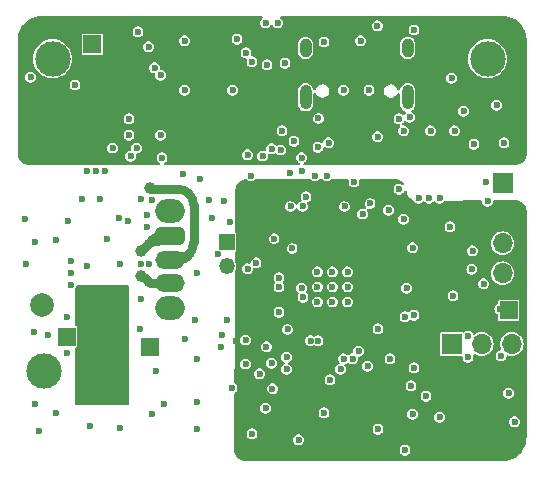
<source format=gbr>
%TF.GenerationSoftware,KiCad,Pcbnew,8.0.1-8.0.1-1~ubuntu22.04.1*%
%TF.CreationDate,2024-06-15T20:16:41+10:00*%
%TF.ProjectId,Machine-Controller,4d616368-696e-4652-9d43-6f6e74726f6c,rev?*%
%TF.SameCoordinates,Original*%
%TF.FileFunction,Copper,L3,Inr*%
%TF.FilePolarity,Positive*%
%FSLAX46Y46*%
G04 Gerber Fmt 4.6, Leading zero omitted, Abs format (unit mm)*
G04 Created by KiCad (PCBNEW 8.0.1-8.0.1-1~ubuntu22.04.1) date 2024-06-15 20:16:41*
%MOMM*%
%LPD*%
G01*
G04 APERTURE LIST*
G04 Aperture macros list*
%AMRoundRect*
0 Rectangle with rounded corners*
0 $1 Rounding radius*
0 $2 $3 $4 $5 $6 $7 $8 $9 X,Y pos of 4 corners*
0 Add a 4 corners polygon primitive as box body*
4,1,4,$2,$3,$4,$5,$6,$7,$8,$9,$2,$3,0*
0 Add four circle primitives for the rounded corners*
1,1,$1+$1,$2,$3*
1,1,$1+$1,$4,$5*
1,1,$1+$1,$6,$7*
1,1,$1+$1,$8,$9*
0 Add four rect primitives between the rounded corners*
20,1,$1+$1,$2,$3,$4,$5,0*
20,1,$1+$1,$4,$5,$6,$7,0*
20,1,$1+$1,$6,$7,$8,$9,0*
20,1,$1+$1,$8,$9,$2,$3,0*%
G04 Aperture macros list end*
%TA.AperFunction,ComponentPad*%
%ADD10C,2.000000*%
%TD*%
%TA.AperFunction,ComponentPad*%
%ADD11R,1.500000X1.500000*%
%TD*%
%TA.AperFunction,ComponentPad*%
%ADD12C,3.000000*%
%TD*%
%TA.AperFunction,ComponentPad*%
%ADD13R,1.700000X1.700000*%
%TD*%
%TA.AperFunction,ComponentPad*%
%ADD14O,1.700000X1.700000*%
%TD*%
%TA.AperFunction,ComponentPad*%
%ADD15C,0.600000*%
%TD*%
%TA.AperFunction,ComponentPad*%
%ADD16O,2.500000X2.000000*%
%TD*%
%TA.AperFunction,ComponentPad*%
%ADD17RoundRect,0.375000X-0.875000X0.375000X-0.875000X-0.375000X0.875000X-0.375000X0.875000X0.375000X0*%
%TD*%
%TA.AperFunction,ComponentPad*%
%ADD18O,2.500000X1.500000*%
%TD*%
%TA.AperFunction,ComponentPad*%
%ADD19O,1.000000X2.100000*%
%TD*%
%TA.AperFunction,ComponentPad*%
%ADD20O,1.000000X1.600000*%
%TD*%
%TA.AperFunction,ComponentPad*%
%ADD21R,1.350000X1.350000*%
%TD*%
%TA.AperFunction,ComponentPad*%
%ADD22O,1.350000X1.350000*%
%TD*%
%TA.AperFunction,ViaPad*%
%ADD23C,0.600000*%
%TD*%
%TA.AperFunction,ViaPad*%
%ADD24C,0.800000*%
%TD*%
%TA.AperFunction,ViaPad*%
%ADD25C,1.000000*%
%TD*%
%TA.AperFunction,Conductor*%
%ADD26C,0.800000*%
%TD*%
G04 APERTURE END LIST*
D10*
%TO.N,+3.3V*%
%TO.C,TP4*%
X164973000Y-88519000D03*
%TD*%
D11*
%TO.N,GND*%
%TO.C,TP8*%
X132791200Y-66344800D03*
%TD*%
D10*
%TO.N,VBUS*%
%TO.C,TP6*%
X128508800Y-70866000D03*
%TD*%
D12*
%TO.N,N/C*%
%TO.C,H1*%
X129413000Y-67564000D03*
%TD*%
D13*
%TO.N,GND*%
%TO.C,Brd1*%
X167513000Y-78105000D03*
D14*
%TO.N,+3.3V*%
X167513000Y-80645000D03*
%TO.N,/SCL_1*%
X167513000Y-83185000D03*
%TO.N,/SDA_1*%
X167513000Y-85725000D03*
%TD*%
D15*
%TO.N,GND*%
%TO.C,U5*%
X151841300Y-85600000D03*
X151841300Y-86875000D03*
X151841300Y-88150000D03*
X153116300Y-85600000D03*
X153116300Y-86875000D03*
X153116300Y-88150000D03*
X154391300Y-85600000D03*
X154391300Y-86875000D03*
X154391300Y-88150000D03*
%TD*%
D16*
%TO.N,*%
%TO.C,SW1*%
X139319000Y-80482000D03*
X139319000Y-88682000D03*
D17*
%TO.N,/24V*%
X139319000Y-82582000D03*
D18*
%TO.N,/FB*%
X139319000Y-84582000D03*
%TO.N,/18V*%
X139319000Y-86582000D03*
%TD*%
D12*
%TO.N,N/C*%
%TO.C,H3*%
X128651000Y-93980000D03*
%TD*%
D19*
%TO.N,GND*%
%TO.C,J6*%
X159480000Y-70827000D03*
D20*
X159480000Y-66647000D03*
D19*
X150840000Y-70827000D03*
D20*
X150840000Y-66647000D03*
%TD*%
D10*
%TO.N,/V_{OUT}*%
%TO.C,TP2*%
X134493000Y-91948000D03*
%TD*%
D11*
%TO.N,GND*%
%TO.C,TP9*%
X168046400Y-88874600D03*
%TD*%
D12*
%TO.N,N/C*%
%TO.C,H2*%
X166243000Y-67564000D03*
%TD*%
D11*
%TO.N,GND*%
%TO.C,TP5*%
X137668000Y-91948000D03*
%TD*%
D21*
%TO.N,GND*%
%TO.C,SW2*%
X144145000Y-83074000D03*
D22*
%TO.N,/BOOT*%
X144145000Y-85074000D03*
%TD*%
D10*
%TO.N,/V_{S}*%
%TO.C,TP1*%
X128524000Y-88392000D03*
%TD*%
D11*
%TO.N,GND*%
%TO.C,TP7*%
X130606800Y-91084400D03*
%TD*%
D13*
%TO.N,/TX*%
%TO.C,J3*%
X163210000Y-91719000D03*
D14*
%TO.N,GND*%
X165750000Y-91719000D03*
%TO.N,/RX*%
X168290000Y-91719000D03*
%TD*%
D23*
%TO.N,GND*%
X154940000Y-77978000D03*
X127558800Y-69138800D03*
X161290000Y-79375000D03*
X164211000Y-72009000D03*
X138811000Y-96774000D03*
X135128000Y-98806000D03*
X147447000Y-97155000D03*
X156972000Y-90424000D03*
X154051000Y-70231000D03*
X151892000Y-75057000D03*
X133096000Y-77089000D03*
X157861000Y-80391000D03*
X136906000Y-84937600D03*
X165100000Y-74803000D03*
X160020000Y-93726000D03*
X130606800Y-89458800D03*
X141605000Y-92964000D03*
X141859000Y-77724000D03*
X137795000Y-97663000D03*
X152400000Y-97536000D03*
X147955000Y-75184000D03*
X140589000Y-91313000D03*
X158750000Y-72644000D03*
X163322000Y-87630000D03*
X128270000Y-99060000D03*
X156921200Y-64770000D03*
X166116000Y-77988200D03*
X163449000Y-73660000D03*
X159131000Y-73660000D03*
X129032000Y-90982800D03*
X143383000Y-84074000D03*
X130937000Y-85725000D03*
X141605000Y-96647000D03*
X152654000Y-77470000D03*
X141478000Y-89662000D03*
X148844000Y-73660000D03*
X150584800Y-80071000D03*
X136779000Y-90424000D03*
X166254777Y-79630500D03*
X163068000Y-81788000D03*
X159639000Y-72517000D03*
X159766000Y-95250000D03*
X147447000Y-64516000D03*
X142621000Y-79502000D03*
X149225000Y-93853000D03*
X130937000Y-86741000D03*
X167386000Y-92710000D03*
X159893000Y-97663000D03*
X160020000Y-65125600D03*
X133858000Y-77089000D03*
X150495000Y-77089000D03*
X149860000Y-74549000D03*
X164973000Y-83820000D03*
X133439800Y-79436000D03*
X137414000Y-81788000D03*
X127863600Y-90728800D03*
X144653000Y-70231000D03*
X156299800Y-79817000D03*
X146939000Y-94234000D03*
X150495000Y-75946000D03*
X156083000Y-93599000D03*
X137541000Y-84937600D03*
X144615800Y-95438000D03*
X159258000Y-100711000D03*
X162179000Y-79375000D03*
X148171800Y-82788800D03*
X137414000Y-80772000D03*
X132588000Y-98679000D03*
X141605000Y-98933000D03*
X155664800Y-80706000D03*
X138176000Y-93980000D03*
X151257000Y-91440000D03*
X145923000Y-75692000D03*
X140589000Y-70231000D03*
X130657600Y-92506800D03*
X159385000Y-86995000D03*
X143713200Y-91948000D03*
X136906000Y-87884000D03*
X159131000Y-81153000D03*
X127889000Y-96774000D03*
X159893000Y-83566000D03*
X147955000Y-93345000D03*
X149568800Y-80071000D03*
X130694777Y-81281500D03*
X143764000Y-90982800D03*
X165912800Y-86614000D03*
X140462000Y-77343000D03*
X151892000Y-91440000D03*
X144399000Y-81407000D03*
X135890000Y-72644000D03*
X168529000Y-98298000D03*
X155498800Y-66040000D03*
X132334000Y-85090000D03*
X161417000Y-73660000D03*
X137541000Y-66548000D03*
X157988000Y-92964000D03*
X148031200Y-95504000D03*
X168021000Y-95885000D03*
X164592000Y-91059000D03*
X150241000Y-99822000D03*
X163195000Y-69215000D03*
X162179000Y-97917000D03*
X149225000Y-92837000D03*
X129667000Y-82931000D03*
X131873470Y-79436998D03*
X127889000Y-83058000D03*
X167005000Y-71501000D03*
X148463000Y-64516000D03*
X167640000Y-74676000D03*
X129667000Y-97536000D03*
X143891000Y-79629000D03*
X151928000Y-72614000D03*
X154140800Y-80071000D03*
X131318000Y-69799200D03*
X127101600Y-81153000D03*
X127127000Y-84963000D03*
X132334000Y-77089000D03*
X136652000Y-65278000D03*
X135128000Y-84963000D03*
X145923000Y-85344000D03*
X152400000Y-66141600D03*
X146304000Y-99314000D03*
X141605000Y-85725000D03*
X135890000Y-74041000D03*
X140589000Y-66040000D03*
X147523200Y-91948000D03*
X130937000Y-84709000D03*
X161036000Y-96139000D03*
X164592000Y-92837000D03*
X151638000Y-77470000D03*
X136017000Y-75819000D03*
X133985000Y-82804000D03*
X156210000Y-70231000D03*
X152908000Y-94742000D03*
X167284400Y-88747600D03*
X149695800Y-83627000D03*
X135763000Y-81280000D03*
X137795000Y-79502000D03*
X156972000Y-98933000D03*
X160401000Y-79375000D03*
D24*
%TO.N,+3.3V*%
X157861000Y-82804000D03*
D23*
X165354000Y-82677000D03*
D24*
X159893000Y-81788000D03*
D23*
X144907000Y-91440000D03*
X147320000Y-87122000D03*
D24*
X160782000Y-82804000D03*
D23*
X151892000Y-93726000D03*
X152273000Y-79212500D03*
X145288000Y-88317605D03*
X161417000Y-87503000D03*
X147955000Y-78105000D03*
X145415000Y-80899000D03*
%TO.N,/V_{S}*%
X138557000Y-74041000D03*
X135001000Y-81026000D03*
D25*
%TO.N,/18V*%
X136906000Y-85979000D03*
D23*
%TO.N,+1V1*%
X158750000Y-78613000D03*
X153797000Y-93853000D03*
X150876000Y-79248000D03*
D25*
%TO.N,/FB*%
X137668000Y-78486000D03*
D23*
%TO.N,/RUN*%
X145758800Y-91374000D03*
X155321000Y-92329000D03*
X145758800Y-93406000D03*
%TO.N,/SWC*%
X154051000Y-92964000D03*
%TO.N,/SWD*%
X154813000Y-92964000D03*
%TO.N,/TX*%
X159258000Y-89408000D03*
%TO.N,/RX*%
X160020000Y-89281000D03*
%TO.N,/EN*%
X142875000Y-81026000D03*
X149314800Y-90485000D03*
%TO.N,/FLASH_CS*%
X144145000Y-89662000D03*
X146647800Y-84836000D03*
%TO.N,Net-(D4-K)*%
X134493000Y-75118000D03*
X136525000Y-75118000D03*
D25*
%TO.N,/24V*%
X136906000Y-83820000D03*
%TO.N,/V_{OUT}*%
X132715000Y-89154000D03*
X133350000Y-96393000D03*
X131953000Y-89154000D03*
X132461000Y-95631000D03*
D23*
%TO.N,/V_{G}*%
X138684000Y-75946000D03*
X136906000Y-79469103D03*
%TO.N,/SCL_1*%
X164901941Y-85386252D03*
X150622000Y-87757000D03*
%TO.N,/SDA_1*%
X150495000Y-86995000D03*
D24*
%TO.N,VBUS*%
X158115000Y-74041000D03*
D25*
X147447000Y-73279000D03*
D23*
X137541000Y-72390000D03*
D25*
X129159000Y-72898000D03*
X130175000Y-72898000D03*
X132715000Y-71755000D03*
X141986000Y-75946000D03*
X128143000Y-72898000D03*
D23*
%TO.N,/CC1*%
X138049000Y-68326000D03*
X156930000Y-74168000D03*
X149098000Y-67945000D03*
%TO.N,/CC2*%
X152781000Y-74676000D03*
X147574000Y-68072000D03*
X138557000Y-68961000D03*
%TO.N,/SDA_0*%
X148717000Y-75289210D03*
X149479000Y-77216000D03*
X146304000Y-67818000D03*
X148590000Y-86106000D03*
%TO.N,/SCL_0*%
X148590000Y-86868000D03*
X146177000Y-77470000D03*
X147193000Y-75797210D03*
X145796000Y-67056000D03*
%TO.N,/PD_INT*%
X145034000Y-65913000D03*
X148590000Y-89027000D03*
%TD*%
D26*
%TO.N,/18V*%
X137541000Y-86487000D02*
X137122803Y-86068803D01*
X139319000Y-86582000D02*
X137770350Y-86582000D01*
X137770350Y-86582000D02*
G75*
G02*
X137541015Y-86486985I50J324400D01*
G01*
X137122803Y-86068803D02*
G75*
G03*
X136906000Y-85978999I-216803J-216797D01*
G01*
%TO.N,/FB*%
X140229790Y-84582000D02*
X139319000Y-84582000D01*
X139065000Y-78613000D02*
X140050185Y-78613000D01*
X141351000Y-79913815D02*
X141351000Y-82931000D01*
X141351000Y-82931000D02*
X141351000Y-83101580D01*
X137691493Y-78486000D02*
X137769191Y-78563698D01*
X137668000Y-78486000D02*
X137691493Y-78486000D01*
X137974605Y-78613000D02*
X139065000Y-78613000D01*
X140842999Y-84327999D02*
G75*
G02*
X140229790Y-84581995I-613199J613199D01*
G01*
X137769191Y-78563698D02*
G75*
G03*
X137974605Y-78612995I210209J423298D01*
G01*
X140970000Y-78994000D02*
G75*
G02*
X141350993Y-79913815I-919800J-919800D01*
G01*
X141351000Y-83101580D02*
G75*
G02*
X140843006Y-84328006I-1734400J-20D01*
G01*
X140050185Y-78613000D02*
G75*
G02*
X140970005Y-78993995I15J-1300800D01*
G01*
%TO.N,/24V*%
X137795000Y-82931000D02*
X136906000Y-83820000D01*
X139319000Y-82582000D02*
X138637560Y-82582000D01*
X138637560Y-82582000D02*
G75*
G03*
X137795012Y-82931012I40J-1191600D01*
G01*
%TD*%
%TA.AperFunction,Conductor*%
%TO.N,/24V*%
G36*
X138074124Y-82386388D02*
G01*
X138927258Y-82519884D01*
X139304765Y-82578955D01*
X139312409Y-82583619D01*
X139314515Y-82592323D01*
X139313691Y-82595168D01*
X138997223Y-83325179D01*
X138990788Y-83331406D01*
X138986835Y-83332220D01*
X138873740Y-83335575D01*
X138753175Y-83342153D01*
X138632678Y-83351726D01*
X138512140Y-83364302D01*
X138420021Y-83376206D01*
X138391596Y-83379880D01*
X138391587Y-83379881D01*
X138391559Y-83379885D01*
X138271087Y-83398451D01*
X138150513Y-83420034D01*
X138029986Y-83444609D01*
X137909486Y-83472177D01*
X137795372Y-83501124D01*
X137786510Y-83499836D01*
X137784222Y-83498056D01*
X137234791Y-82948625D01*
X137231364Y-82940352D01*
X137234791Y-82932079D01*
X137237889Y-82929859D01*
X137307816Y-82895425D01*
X137392392Y-82850776D01*
X137476968Y-82803127D01*
X137561544Y-82752479D01*
X137646120Y-82698830D01*
X137730696Y-82642181D01*
X137815272Y-82582533D01*
X137899848Y-82519884D01*
X137984424Y-82454235D01*
X138064961Y-82388864D01*
X138073542Y-82386313D01*
X138074124Y-82386388D01*
G37*
%TD.AperFunction*%
%TD*%
%TA.AperFunction,Conductor*%
%TO.N,+3.3V*%
G36*
X151272573Y-77744002D02*
G01*
X151299676Y-77767488D01*
X151339948Y-77813965D01*
X151339952Y-77813968D01*
X151411539Y-77859974D01*
X151448931Y-77884004D01*
X151573228Y-77920500D01*
X151573232Y-77920500D01*
X151702768Y-77920500D01*
X151702772Y-77920500D01*
X151827069Y-77884004D01*
X151936049Y-77813967D01*
X151943448Y-77805428D01*
X151976324Y-77767488D01*
X152036050Y-77729104D01*
X152071548Y-77724000D01*
X152220452Y-77724000D01*
X152288573Y-77744002D01*
X152315676Y-77767488D01*
X152355948Y-77813965D01*
X152355952Y-77813968D01*
X152427539Y-77859974D01*
X152464931Y-77884004D01*
X152589228Y-77920500D01*
X152589232Y-77920500D01*
X152718768Y-77920500D01*
X152718772Y-77920500D01*
X152843069Y-77884004D01*
X152952049Y-77813967D01*
X152959448Y-77805428D01*
X152992324Y-77767488D01*
X153052050Y-77729104D01*
X153087548Y-77724000D01*
X154375975Y-77724000D01*
X154444096Y-77744002D01*
X154490589Y-77797658D01*
X154500692Y-77867929D01*
X154500692Y-77867932D01*
X154484867Y-77977996D01*
X154484867Y-77977998D01*
X154484867Y-77978000D01*
X154503303Y-78106226D01*
X154557118Y-78224063D01*
X154641951Y-78321967D01*
X154750931Y-78392004D01*
X154875228Y-78428500D01*
X154875232Y-78428500D01*
X155004768Y-78428500D01*
X155004772Y-78428500D01*
X155129069Y-78392004D01*
X155238049Y-78321967D01*
X155322882Y-78224063D01*
X155376697Y-78106226D01*
X155395133Y-77978000D01*
X155395132Y-77977997D01*
X155395133Y-77977996D01*
X155379308Y-77867932D01*
X155389411Y-77797658D01*
X155435904Y-77744002D01*
X155504025Y-77724000D01*
X158426313Y-77724000D01*
X158438662Y-77724606D01*
X158605980Y-77741086D01*
X158630194Y-77745902D01*
X158785129Y-77792902D01*
X158807948Y-77802353D01*
X158950737Y-77878675D01*
X158971273Y-77892397D01*
X159096426Y-77995108D01*
X159113886Y-78012567D01*
X159125125Y-78026261D01*
X159152879Y-78091606D01*
X159140900Y-78161584D01*
X159092989Y-78213978D01*
X159024358Y-78232151D01*
X158959609Y-78212196D01*
X158939072Y-78198998D01*
X158939069Y-78198996D01*
X158862746Y-78176586D01*
X158814776Y-78162501D01*
X158814774Y-78162500D01*
X158814772Y-78162500D01*
X158685228Y-78162500D01*
X158685225Y-78162500D01*
X158685223Y-78162501D01*
X158560933Y-78198995D01*
X158560926Y-78198998D01*
X158451951Y-78269032D01*
X158406084Y-78321967D01*
X158367118Y-78366937D01*
X158313303Y-78484774D01*
X158294867Y-78613000D01*
X158313303Y-78741226D01*
X158367118Y-78859063D01*
X158423819Y-78924500D01*
X158451951Y-78956967D01*
X158540263Y-79013722D01*
X158560931Y-79027004D01*
X158685228Y-79063500D01*
X158685232Y-79063500D01*
X158814768Y-79063500D01*
X158814772Y-79063500D01*
X158939069Y-79027004D01*
X159048049Y-78956967D01*
X159132882Y-78859063D01*
X159160975Y-78797547D01*
X159207468Y-78743892D01*
X159275589Y-78723890D01*
X159343710Y-78743892D01*
X159390203Y-78797548D01*
X159400973Y-78837446D01*
X159403359Y-78861494D01*
X159453968Y-79027001D01*
X159457723Y-79039279D01*
X159545968Y-79202907D01*
X159664653Y-79345998D01*
X159809147Y-79462972D01*
X159917747Y-79519882D01*
X159950741Y-79537172D01*
X160001794Y-79586508D01*
X160006869Y-79596433D01*
X160018116Y-79621060D01*
X160018121Y-79621067D01*
X160102948Y-79718966D01*
X160211926Y-79789001D01*
X160211931Y-79789004D01*
X160336228Y-79825500D01*
X160336232Y-79825500D01*
X160465768Y-79825500D01*
X160465772Y-79825500D01*
X160590069Y-79789004D01*
X160699049Y-79718967D01*
X160750273Y-79659849D01*
X160809998Y-79621465D01*
X160880995Y-79621463D01*
X160940722Y-79659845D01*
X160940724Y-79659848D01*
X160991950Y-79718967D01*
X161100926Y-79789001D01*
X161100931Y-79789004D01*
X161225228Y-79825500D01*
X161225232Y-79825500D01*
X161354768Y-79825500D01*
X161354772Y-79825500D01*
X161479069Y-79789004D01*
X161588049Y-79718967D01*
X161639274Y-79659848D01*
X161699000Y-79621464D01*
X161769997Y-79621463D01*
X161829723Y-79659846D01*
X161880951Y-79718967D01*
X161989931Y-79789004D01*
X162114228Y-79825500D01*
X162114232Y-79825500D01*
X162243768Y-79825500D01*
X162243772Y-79825500D01*
X162368069Y-79789004D01*
X162477049Y-79718967D01*
X162550957Y-79633670D01*
X162610679Y-79595289D01*
X162644673Y-79590193D01*
X165677979Y-79554083D01*
X165746329Y-79573272D01*
X165793457Y-79626370D01*
X165804192Y-79662141D01*
X165818078Y-79758719D01*
X165818079Y-79758723D01*
X165818079Y-79758724D01*
X165818080Y-79758726D01*
X165871895Y-79876563D01*
X165956728Y-79974467D01*
X166065708Y-80044504D01*
X166190005Y-80081000D01*
X166190009Y-80081000D01*
X166319545Y-80081000D01*
X166319549Y-80081000D01*
X166443846Y-80044504D01*
X166552826Y-79974467D01*
X166637659Y-79876563D01*
X166691474Y-79758726D01*
X166707333Y-79648416D01*
X166736825Y-79583840D01*
X166796551Y-79545456D01*
X166830540Y-79540362D01*
X168544665Y-79519956D01*
X168557107Y-79520423D01*
X168735206Y-79535960D01*
X168759658Y-79540559D01*
X168925222Y-79589037D01*
X168948297Y-79598356D01*
X168992393Y-79621464D01*
X169076450Y-79665513D01*
X169101092Y-79678426D01*
X169121887Y-79692098D01*
X169255967Y-79800641D01*
X169273668Y-79818133D01*
X169383797Y-79950908D01*
X169397716Y-79971539D01*
X169479599Y-80123369D01*
X169489192Y-80146333D01*
X169539638Y-80311305D01*
X169544529Y-80335706D01*
X169551684Y-80407800D01*
X169552300Y-80420244D01*
X169552300Y-99617878D01*
X169552030Y-99626119D01*
X169535820Y-99873438D01*
X169533669Y-99889779D01*
X169486119Y-100128824D01*
X169481853Y-100144743D01*
X169403513Y-100375527D01*
X169397206Y-100390754D01*
X169289411Y-100609342D01*
X169281170Y-100623616D01*
X169145763Y-100826265D01*
X169135730Y-100839340D01*
X168975034Y-101022579D01*
X168963379Y-101034234D01*
X168780140Y-101194930D01*
X168767065Y-101204963D01*
X168564416Y-101340370D01*
X168550142Y-101348611D01*
X168331554Y-101456406D01*
X168316327Y-101462713D01*
X168085543Y-101541053D01*
X168069624Y-101545319D01*
X167830579Y-101592869D01*
X167814238Y-101595020D01*
X167594612Y-101609415D01*
X167572123Y-101610889D01*
X167566920Y-101611230D01*
X167558679Y-101611500D01*
X145687088Y-101611500D01*
X145674698Y-101610889D01*
X145659786Y-101609415D01*
X145603789Y-101603881D01*
X145579489Y-101599031D01*
X145415149Y-101549004D01*
X145392266Y-101539491D01*
X145240893Y-101458261D01*
X145220326Y-101444460D01*
X145087776Y-101335170D01*
X145070304Y-101317606D01*
X145026405Y-101263793D01*
X144961713Y-101184491D01*
X144948017Y-101163848D01*
X144867580Y-101012047D01*
X144858192Y-100989128D01*
X144809023Y-100824521D01*
X144804301Y-100800197D01*
X144800721Y-100761920D01*
X144795958Y-100711000D01*
X158802867Y-100711000D01*
X158821303Y-100839226D01*
X158875118Y-100957063D01*
X158959951Y-101054967D01*
X159068931Y-101125004D01*
X159193228Y-101161500D01*
X159193232Y-101161500D01*
X159322768Y-101161500D01*
X159322772Y-101161500D01*
X159447069Y-101125004D01*
X159556049Y-101054967D01*
X159640882Y-100957063D01*
X159694697Y-100839226D01*
X159713133Y-100711000D01*
X159694697Y-100582774D01*
X159640882Y-100464937D01*
X159556049Y-100367033D01*
X159556048Y-100367032D01*
X159447073Y-100296998D01*
X159447070Y-100296996D01*
X159447069Y-100296996D01*
X159447066Y-100296995D01*
X159322776Y-100260501D01*
X159322774Y-100260500D01*
X159322772Y-100260500D01*
X159193228Y-100260500D01*
X159193225Y-100260500D01*
X159193223Y-100260501D01*
X159068933Y-100296995D01*
X159068926Y-100296998D01*
X158959951Y-100367032D01*
X158875118Y-100464937D01*
X158821303Y-100582774D01*
X158802867Y-100711000D01*
X144795958Y-100711000D01*
X144787720Y-100622938D01*
X144787175Y-100610563D01*
X144791303Y-99822000D01*
X149785867Y-99822000D01*
X149804303Y-99950226D01*
X149858118Y-100068063D01*
X149942951Y-100165967D01*
X150051931Y-100236004D01*
X150176228Y-100272500D01*
X150176232Y-100272500D01*
X150305768Y-100272500D01*
X150305772Y-100272500D01*
X150430069Y-100236004D01*
X150539049Y-100165967D01*
X150623882Y-100068063D01*
X150677697Y-99950226D01*
X150696133Y-99822000D01*
X150677697Y-99693774D01*
X150623882Y-99575937D01*
X150539049Y-99478033D01*
X150539048Y-99478032D01*
X150430073Y-99407998D01*
X150430070Y-99407996D01*
X150430069Y-99407996D01*
X150430066Y-99407995D01*
X150305776Y-99371501D01*
X150305774Y-99371500D01*
X150305772Y-99371500D01*
X150176228Y-99371500D01*
X150176225Y-99371500D01*
X150176223Y-99371501D01*
X150051933Y-99407995D01*
X150051926Y-99407998D01*
X149942951Y-99478032D01*
X149871873Y-99560063D01*
X149858118Y-99575937D01*
X149804303Y-99693774D01*
X149785867Y-99822000D01*
X144791303Y-99822000D01*
X144793963Y-99314000D01*
X145848867Y-99314000D01*
X145867303Y-99442226D01*
X145921118Y-99560063D01*
X146005951Y-99657967D01*
X146114931Y-99728004D01*
X146239228Y-99764500D01*
X146239232Y-99764500D01*
X146368768Y-99764500D01*
X146368772Y-99764500D01*
X146493069Y-99728004D01*
X146602049Y-99657967D01*
X146686882Y-99560063D01*
X146740697Y-99442226D01*
X146759133Y-99314000D01*
X146740697Y-99185774D01*
X146686882Y-99067937D01*
X146602049Y-98970033D01*
X146602048Y-98970032D01*
X146544425Y-98933000D01*
X156516867Y-98933000D01*
X156535303Y-99061226D01*
X156589118Y-99179063D01*
X156673951Y-99276967D01*
X156731575Y-99314000D01*
X156782931Y-99347004D01*
X156907228Y-99383500D01*
X156907232Y-99383500D01*
X157036768Y-99383500D01*
X157036772Y-99383500D01*
X157161069Y-99347004D01*
X157270049Y-99276967D01*
X157354882Y-99179063D01*
X157408697Y-99061226D01*
X157427133Y-98933000D01*
X157408697Y-98804774D01*
X157354882Y-98686937D01*
X157270049Y-98589033D01*
X157270048Y-98589032D01*
X157161073Y-98518998D01*
X157161070Y-98518996D01*
X157161069Y-98518996D01*
X157161066Y-98518995D01*
X157036776Y-98482501D01*
X157036774Y-98482500D01*
X157036772Y-98482500D01*
X156907228Y-98482500D01*
X156907225Y-98482500D01*
X156907223Y-98482501D01*
X156782933Y-98518995D01*
X156782926Y-98518998D01*
X156673951Y-98589032D01*
X156628084Y-98641967D01*
X156589118Y-98686937D01*
X156535303Y-98804774D01*
X156516867Y-98933000D01*
X146544425Y-98933000D01*
X146493073Y-98899998D01*
X146493070Y-98899996D01*
X146493069Y-98899996D01*
X146493066Y-98899995D01*
X146368776Y-98863501D01*
X146368774Y-98863500D01*
X146368772Y-98863500D01*
X146239228Y-98863500D01*
X146239225Y-98863500D01*
X146239223Y-98863501D01*
X146114933Y-98899995D01*
X146114926Y-98899998D01*
X146005951Y-98970032D01*
X145926935Y-99061224D01*
X145921118Y-99067937D01*
X145867303Y-99185774D01*
X145848867Y-99314000D01*
X144793963Y-99314000D01*
X144805267Y-97155000D01*
X146991867Y-97155000D01*
X147010303Y-97283226D01*
X147064118Y-97401063D01*
X147148951Y-97498967D01*
X147206575Y-97536000D01*
X147257931Y-97569004D01*
X147382228Y-97605500D01*
X147382232Y-97605500D01*
X147511768Y-97605500D01*
X147511772Y-97605500D01*
X147636069Y-97569004D01*
X147687424Y-97536000D01*
X151944867Y-97536000D01*
X151963303Y-97664226D01*
X152017118Y-97782063D01*
X152101951Y-97879967D01*
X152159575Y-97917000D01*
X152210931Y-97950004D01*
X152335228Y-97986500D01*
X152335232Y-97986500D01*
X152464768Y-97986500D01*
X152464772Y-97986500D01*
X152589069Y-97950004D01*
X152698049Y-97879967D01*
X152782882Y-97782063D01*
X152836697Y-97664226D01*
X152836873Y-97663000D01*
X159437867Y-97663000D01*
X159456303Y-97791226D01*
X159510118Y-97909063D01*
X159594951Y-98006967D01*
X159703931Y-98077004D01*
X159828228Y-98113500D01*
X159828232Y-98113500D01*
X159957768Y-98113500D01*
X159957772Y-98113500D01*
X160082069Y-98077004D01*
X160191049Y-98006967D01*
X160269005Y-97917000D01*
X161723867Y-97917000D01*
X161742303Y-98045226D01*
X161796118Y-98163063D01*
X161880951Y-98260967D01*
X161938575Y-98298000D01*
X161989931Y-98331004D01*
X162114228Y-98367500D01*
X162114232Y-98367500D01*
X162243768Y-98367500D01*
X162243772Y-98367500D01*
X162368069Y-98331004D01*
X162419424Y-98298000D01*
X168073867Y-98298000D01*
X168092303Y-98426226D01*
X168146118Y-98544063D01*
X168230951Y-98641967D01*
X168339931Y-98712004D01*
X168464228Y-98748500D01*
X168464232Y-98748500D01*
X168593768Y-98748500D01*
X168593772Y-98748500D01*
X168718069Y-98712004D01*
X168827049Y-98641967D01*
X168911882Y-98544063D01*
X168965697Y-98426226D01*
X168984133Y-98298000D01*
X168965697Y-98169774D01*
X168911882Y-98051937D01*
X168827049Y-97954033D01*
X168827048Y-97954032D01*
X168718073Y-97883998D01*
X168718070Y-97883996D01*
X168718069Y-97883996D01*
X168718066Y-97883995D01*
X168593776Y-97847501D01*
X168593774Y-97847500D01*
X168593772Y-97847500D01*
X168464228Y-97847500D01*
X168464225Y-97847500D01*
X168464223Y-97847501D01*
X168339933Y-97883995D01*
X168339926Y-97883998D01*
X168230951Y-97954032D01*
X168185084Y-98006967D01*
X168146118Y-98051937D01*
X168092303Y-98169774D01*
X168073867Y-98298000D01*
X162419424Y-98298000D01*
X162477049Y-98260967D01*
X162561882Y-98163063D01*
X162615697Y-98045226D01*
X162634133Y-97917000D01*
X162615697Y-97788774D01*
X162561882Y-97670937D01*
X162477049Y-97573033D01*
X162477048Y-97573032D01*
X162368073Y-97502998D01*
X162368070Y-97502996D01*
X162368069Y-97502996D01*
X162368066Y-97502995D01*
X162243776Y-97466501D01*
X162243774Y-97466500D01*
X162243772Y-97466500D01*
X162114228Y-97466500D01*
X162114225Y-97466500D01*
X162114223Y-97466501D01*
X161989933Y-97502995D01*
X161989926Y-97502998D01*
X161880951Y-97573032D01*
X161802995Y-97663000D01*
X161796118Y-97670937D01*
X161742303Y-97788774D01*
X161723867Y-97917000D01*
X160269005Y-97917000D01*
X160275882Y-97909063D01*
X160329697Y-97791226D01*
X160348133Y-97663000D01*
X160329697Y-97534774D01*
X160275882Y-97416937D01*
X160191049Y-97319033D01*
X160191048Y-97319032D01*
X160082073Y-97248998D01*
X160082070Y-97248996D01*
X160082069Y-97248996D01*
X160082066Y-97248995D01*
X159957776Y-97212501D01*
X159957774Y-97212500D01*
X159957772Y-97212500D01*
X159828228Y-97212500D01*
X159828225Y-97212500D01*
X159828223Y-97212501D01*
X159703933Y-97248995D01*
X159703926Y-97248998D01*
X159594951Y-97319032D01*
X159523873Y-97401063D01*
X159510118Y-97416937D01*
X159456303Y-97534774D01*
X159437867Y-97663000D01*
X152836873Y-97663000D01*
X152855133Y-97536000D01*
X152836697Y-97407774D01*
X152782882Y-97289937D01*
X152698049Y-97192033D01*
X152698048Y-97192032D01*
X152589073Y-97121998D01*
X152589070Y-97121996D01*
X152589069Y-97121996D01*
X152589066Y-97121995D01*
X152464776Y-97085501D01*
X152464774Y-97085500D01*
X152464772Y-97085500D01*
X152335228Y-97085500D01*
X152335225Y-97085500D01*
X152335223Y-97085501D01*
X152210933Y-97121995D01*
X152210926Y-97121998D01*
X152101951Y-97192032D01*
X152052594Y-97248995D01*
X152017118Y-97289937D01*
X151963303Y-97407774D01*
X151944867Y-97536000D01*
X147687424Y-97536000D01*
X147745049Y-97498967D01*
X147829882Y-97401063D01*
X147883697Y-97283226D01*
X147902133Y-97155000D01*
X147883697Y-97026774D01*
X147829882Y-96908937D01*
X147745049Y-96811033D01*
X147745048Y-96811032D01*
X147636073Y-96740998D01*
X147636070Y-96740996D01*
X147636069Y-96740996D01*
X147636066Y-96740995D01*
X147511776Y-96704501D01*
X147511774Y-96704500D01*
X147511772Y-96704500D01*
X147382228Y-96704500D01*
X147382225Y-96704500D01*
X147382223Y-96704501D01*
X147257933Y-96740995D01*
X147257926Y-96740998D01*
X147148951Y-96811032D01*
X147064118Y-96908937D01*
X147010303Y-97026774D01*
X146991867Y-97155000D01*
X144805267Y-97155000D01*
X144810586Y-96139000D01*
X160580867Y-96139000D01*
X160599303Y-96267226D01*
X160653118Y-96385063D01*
X160737951Y-96482967D01*
X160846931Y-96553004D01*
X160971228Y-96589500D01*
X160971232Y-96589500D01*
X161100768Y-96589500D01*
X161100772Y-96589500D01*
X161225069Y-96553004D01*
X161334049Y-96482967D01*
X161418882Y-96385063D01*
X161472697Y-96267226D01*
X161491133Y-96139000D01*
X161472697Y-96010774D01*
X161418882Y-95892937D01*
X161412005Y-95885000D01*
X167565867Y-95885000D01*
X167584303Y-96013226D01*
X167638118Y-96131063D01*
X167722951Y-96228967D01*
X167831931Y-96299004D01*
X167956228Y-96335500D01*
X167956232Y-96335500D01*
X168085768Y-96335500D01*
X168085772Y-96335500D01*
X168210069Y-96299004D01*
X168319049Y-96228967D01*
X168403882Y-96131063D01*
X168457697Y-96013226D01*
X168476133Y-95885000D01*
X168457697Y-95756774D01*
X168403882Y-95638937D01*
X168319049Y-95541033D01*
X168319048Y-95541032D01*
X168210073Y-95470998D01*
X168210070Y-95470996D01*
X168210069Y-95470996D01*
X168210066Y-95470995D01*
X168085776Y-95434501D01*
X168085774Y-95434500D01*
X168085772Y-95434500D01*
X167956228Y-95434500D01*
X167956225Y-95434500D01*
X167956223Y-95434501D01*
X167831933Y-95470995D01*
X167831926Y-95470998D01*
X167722951Y-95541032D01*
X167701123Y-95566224D01*
X167638118Y-95638937D01*
X167584303Y-95756774D01*
X167565867Y-95885000D01*
X161412005Y-95885000D01*
X161334049Y-95795033D01*
X161334048Y-95795032D01*
X161225073Y-95724998D01*
X161225070Y-95724996D01*
X161225069Y-95724996D01*
X161225066Y-95724995D01*
X161100776Y-95688501D01*
X161100774Y-95688500D01*
X161100772Y-95688500D01*
X160971228Y-95688500D01*
X160971225Y-95688500D01*
X160971223Y-95688501D01*
X160846933Y-95724995D01*
X160846926Y-95724998D01*
X160737951Y-95795032D01*
X160692311Y-95847705D01*
X160653118Y-95892937D01*
X160599303Y-96010774D01*
X160580867Y-96139000D01*
X144810586Y-96139000D01*
X144811755Y-95915717D01*
X144832113Y-95847705D01*
X144869633Y-95810382D01*
X144913849Y-95781967D01*
X144998682Y-95684063D01*
X145052497Y-95566226D01*
X145061444Y-95504000D01*
X147576067Y-95504000D01*
X147594503Y-95632226D01*
X147648318Y-95750063D01*
X147700583Y-95810381D01*
X147733151Y-95847967D01*
X147790775Y-95885000D01*
X147842131Y-95918004D01*
X147966428Y-95954500D01*
X147966432Y-95954500D01*
X148095968Y-95954500D01*
X148095972Y-95954500D01*
X148220269Y-95918004D01*
X148329249Y-95847967D01*
X148414082Y-95750063D01*
X148467897Y-95632226D01*
X148486333Y-95504000D01*
X148467897Y-95375774D01*
X148414082Y-95257937D01*
X148407205Y-95250000D01*
X159310867Y-95250000D01*
X159329303Y-95378226D01*
X159383118Y-95496063D01*
X159467951Y-95593967D01*
X159576931Y-95664004D01*
X159701228Y-95700500D01*
X159701232Y-95700500D01*
X159830768Y-95700500D01*
X159830772Y-95700500D01*
X159955069Y-95664004D01*
X160064049Y-95593967D01*
X160148882Y-95496063D01*
X160202697Y-95378226D01*
X160221133Y-95250000D01*
X160202697Y-95121774D01*
X160148882Y-95003937D01*
X160064049Y-94906033D01*
X160064048Y-94906032D01*
X159955073Y-94835998D01*
X159955070Y-94835996D01*
X159955069Y-94835996D01*
X159955066Y-94835995D01*
X159830776Y-94799501D01*
X159830774Y-94799500D01*
X159830772Y-94799500D01*
X159701228Y-94799500D01*
X159701225Y-94799500D01*
X159701223Y-94799501D01*
X159576933Y-94835995D01*
X159576926Y-94835998D01*
X159467951Y-94906032D01*
X159396873Y-94988063D01*
X159383118Y-95003937D01*
X159329303Y-95121774D01*
X159310867Y-95250000D01*
X148407205Y-95250000D01*
X148329249Y-95160033D01*
X148329248Y-95160032D01*
X148220273Y-95089998D01*
X148220270Y-95089996D01*
X148220269Y-95089996D01*
X148220266Y-95089995D01*
X148095976Y-95053501D01*
X148095974Y-95053500D01*
X148095972Y-95053500D01*
X147966428Y-95053500D01*
X147966425Y-95053500D01*
X147966423Y-95053501D01*
X147842133Y-95089995D01*
X147842126Y-95089998D01*
X147733151Y-95160032D01*
X147655195Y-95250000D01*
X147648318Y-95257937D01*
X147594503Y-95375774D01*
X147576067Y-95504000D01*
X145061444Y-95504000D01*
X145070933Y-95438000D01*
X145052497Y-95309774D01*
X144998682Y-95191937D01*
X144913849Y-95094033D01*
X144913848Y-95094032D01*
X144874625Y-95068825D01*
X144828132Y-95015170D01*
X144816748Y-94962172D01*
X144817901Y-94742000D01*
X152452867Y-94742000D01*
X152471303Y-94870226D01*
X152525118Y-94988063D01*
X152609951Y-95085967D01*
X152718931Y-95156004D01*
X152843228Y-95192500D01*
X152843232Y-95192500D01*
X152972768Y-95192500D01*
X152972772Y-95192500D01*
X153097069Y-95156004D01*
X153206049Y-95085967D01*
X153290882Y-94988063D01*
X153344697Y-94870226D01*
X153363133Y-94742000D01*
X153344697Y-94613774D01*
X153290882Y-94495937D01*
X153206049Y-94398033D01*
X153206048Y-94398032D01*
X153097073Y-94327998D01*
X153097070Y-94327996D01*
X153097069Y-94327996D01*
X153097066Y-94327995D01*
X152972776Y-94291501D01*
X152972774Y-94291500D01*
X152972772Y-94291500D01*
X152843228Y-94291500D01*
X152843225Y-94291500D01*
X152843223Y-94291501D01*
X152718933Y-94327995D01*
X152718926Y-94327998D01*
X152609951Y-94398032D01*
X152538873Y-94480063D01*
X152525118Y-94495937D01*
X152471303Y-94613774D01*
X152452867Y-94742000D01*
X144817901Y-94742000D01*
X144820560Y-94234000D01*
X146483867Y-94234000D01*
X146502303Y-94362226D01*
X146556118Y-94480063D01*
X146640951Y-94577967D01*
X146749931Y-94648004D01*
X146874228Y-94684500D01*
X146874232Y-94684500D01*
X147003768Y-94684500D01*
X147003772Y-94684500D01*
X147128069Y-94648004D01*
X147237049Y-94577967D01*
X147321882Y-94480063D01*
X147375697Y-94362226D01*
X147394133Y-94234000D01*
X147375697Y-94105774D01*
X147321882Y-93987937D01*
X147237049Y-93890033D01*
X147237048Y-93890032D01*
X147179425Y-93853000D01*
X148769867Y-93853000D01*
X148788303Y-93981226D01*
X148842118Y-94099063D01*
X148909215Y-94176498D01*
X148926951Y-94196967D01*
X148984575Y-94234000D01*
X149035931Y-94267004D01*
X149160228Y-94303500D01*
X149160232Y-94303500D01*
X149289768Y-94303500D01*
X149289772Y-94303500D01*
X149414069Y-94267004D01*
X149523049Y-94196967D01*
X149607882Y-94099063D01*
X149661697Y-93981226D01*
X149680133Y-93853000D01*
X153341867Y-93853000D01*
X153360303Y-93981226D01*
X153414118Y-94099063D01*
X153481215Y-94176498D01*
X153498951Y-94196967D01*
X153556575Y-94234000D01*
X153607931Y-94267004D01*
X153732228Y-94303500D01*
X153732232Y-94303500D01*
X153861768Y-94303500D01*
X153861772Y-94303500D01*
X153986069Y-94267004D01*
X154095049Y-94196967D01*
X154179882Y-94099063D01*
X154233697Y-93981226D01*
X154252133Y-93853000D01*
X154233697Y-93724774D01*
X154179882Y-93606937D01*
X154173005Y-93599000D01*
X155627867Y-93599000D01*
X155646303Y-93727226D01*
X155700118Y-93845063D01*
X155784951Y-93942967D01*
X155893931Y-94013004D01*
X156018228Y-94049500D01*
X156018232Y-94049500D01*
X156147768Y-94049500D01*
X156147772Y-94049500D01*
X156272069Y-94013004D01*
X156381049Y-93942967D01*
X156465882Y-93845063D01*
X156519697Y-93727226D01*
X156519873Y-93726000D01*
X159564867Y-93726000D01*
X159583303Y-93854226D01*
X159637118Y-93972063D01*
X159721951Y-94069967D01*
X159830931Y-94140004D01*
X159955228Y-94176500D01*
X159955232Y-94176500D01*
X160084768Y-94176500D01*
X160084772Y-94176500D01*
X160209069Y-94140004D01*
X160318049Y-94069967D01*
X160402882Y-93972063D01*
X160456697Y-93854226D01*
X160475133Y-93726000D01*
X160456697Y-93597774D01*
X160402882Y-93479937D01*
X160318049Y-93382033D01*
X160318048Y-93382032D01*
X160209073Y-93311998D01*
X160209070Y-93311996D01*
X160209069Y-93311996D01*
X160195361Y-93307971D01*
X160084776Y-93275501D01*
X160084774Y-93275500D01*
X160084772Y-93275500D01*
X159955228Y-93275500D01*
X159955225Y-93275500D01*
X159955223Y-93275501D01*
X159830933Y-93311995D01*
X159830926Y-93311998D01*
X159721951Y-93382032D01*
X159661464Y-93451840D01*
X159637118Y-93479937D01*
X159583303Y-93597774D01*
X159564867Y-93726000D01*
X156519873Y-93726000D01*
X156538133Y-93599000D01*
X156519697Y-93470774D01*
X156465882Y-93352937D01*
X156381049Y-93255033D01*
X156381048Y-93255032D01*
X156272073Y-93184998D01*
X156272070Y-93184996D01*
X156272069Y-93184996D01*
X156272066Y-93184995D01*
X156147776Y-93148501D01*
X156147774Y-93148500D01*
X156147772Y-93148500D01*
X156018228Y-93148500D01*
X156018225Y-93148500D01*
X156018223Y-93148501D01*
X155893933Y-93184995D01*
X155893926Y-93184998D01*
X155784951Y-93255032D01*
X155735594Y-93311995D01*
X155700118Y-93352937D01*
X155646303Y-93470774D01*
X155627867Y-93599000D01*
X154173005Y-93599000D01*
X154162341Y-93586693D01*
X154132850Y-93522114D01*
X154142955Y-93451840D01*
X154189449Y-93398185D01*
X154222067Y-93383289D01*
X154240069Y-93378004D01*
X154349049Y-93307967D01*
X154349056Y-93307958D01*
X154349482Y-93307591D01*
X154350010Y-93307349D01*
X154356631Y-93303095D01*
X154357242Y-93304046D01*
X154414061Y-93278094D01*
X154484336Y-93288194D01*
X154514518Y-93307591D01*
X154514946Y-93307962D01*
X154514951Y-93307967D01*
X154514956Y-93307970D01*
X154514957Y-93307971D01*
X154603943Y-93365159D01*
X154623931Y-93378004D01*
X154748228Y-93414500D01*
X154748232Y-93414500D01*
X154877768Y-93414500D01*
X154877772Y-93414500D01*
X155002069Y-93378004D01*
X155111049Y-93307967D01*
X155195882Y-93210063D01*
X155249697Y-93092226D01*
X155268133Y-92964000D01*
X157532867Y-92964000D01*
X157551303Y-93092226D01*
X157605118Y-93210063D01*
X157689416Y-93307349D01*
X157689951Y-93307967D01*
X157778943Y-93365159D01*
X157798931Y-93378004D01*
X157923228Y-93414500D01*
X157923232Y-93414500D01*
X158052768Y-93414500D01*
X158052772Y-93414500D01*
X158177069Y-93378004D01*
X158286049Y-93307967D01*
X158370882Y-93210063D01*
X158424697Y-93092226D01*
X158443133Y-92964000D01*
X158424697Y-92835774D01*
X158370882Y-92717937D01*
X158286049Y-92620033D01*
X158286048Y-92620032D01*
X158229701Y-92583820D01*
X162209500Y-92583820D01*
X162218232Y-92627721D01*
X162218234Y-92627725D01*
X162251495Y-92677504D01*
X162301274Y-92710765D01*
X162301278Y-92710767D01*
X162345180Y-92719500D01*
X162345185Y-92719500D01*
X164010867Y-92719500D01*
X164078988Y-92739502D01*
X164125481Y-92793158D01*
X164133153Y-92828429D01*
X164135585Y-92828080D01*
X164136867Y-92836998D01*
X164136867Y-92837000D01*
X164155303Y-92965226D01*
X164209118Y-93083063D01*
X164275729Y-93159937D01*
X164293951Y-93180967D01*
X164342603Y-93212234D01*
X164402931Y-93251004D01*
X164527228Y-93287500D01*
X164527232Y-93287500D01*
X164656768Y-93287500D01*
X164656772Y-93287500D01*
X164781069Y-93251004D01*
X164890049Y-93180967D01*
X164974882Y-93083063D01*
X165028697Y-92965226D01*
X165047133Y-92837000D01*
X165028697Y-92708774D01*
X165028696Y-92708772D01*
X165027414Y-92699854D01*
X165029437Y-92699563D01*
X165029437Y-92640296D01*
X165067821Y-92580570D01*
X165132402Y-92551077D01*
X165202676Y-92561182D01*
X165209693Y-92564654D01*
X165365273Y-92647814D01*
X165553868Y-92705024D01*
X165553872Y-92705024D01*
X165553874Y-92705025D01*
X165749997Y-92724341D01*
X165750000Y-92724341D01*
X165750003Y-92724341D01*
X165895611Y-92710000D01*
X166930867Y-92710000D01*
X166949303Y-92838226D01*
X167003118Y-92956063D01*
X167087951Y-93053967D01*
X167196931Y-93124004D01*
X167321228Y-93160500D01*
X167321232Y-93160500D01*
X167450768Y-93160500D01*
X167450772Y-93160500D01*
X167575069Y-93124004D01*
X167684049Y-93053967D01*
X167768882Y-92956063D01*
X167822697Y-92838226D01*
X167831499Y-92777004D01*
X167860991Y-92712426D01*
X167920716Y-92674041D01*
X167991713Y-92674041D01*
X167992792Y-92674363D01*
X168093864Y-92705023D01*
X168093865Y-92705023D01*
X168093868Y-92705024D01*
X168093871Y-92705024D01*
X168093875Y-92705025D01*
X168289997Y-92724341D01*
X168290000Y-92724341D01*
X168290003Y-92724341D01*
X168486124Y-92705025D01*
X168486126Y-92705025D01*
X168486127Y-92705024D01*
X168486132Y-92705024D01*
X168674727Y-92647814D01*
X168848538Y-92554910D01*
X169000883Y-92429883D01*
X169125910Y-92277538D01*
X169218814Y-92103727D01*
X169276024Y-91915132D01*
X169276037Y-91914998D01*
X169295341Y-91719003D01*
X169295341Y-91718996D01*
X169276025Y-91522875D01*
X169276025Y-91522873D01*
X169276024Y-91522870D01*
X169276024Y-91522868D01*
X169218814Y-91334273D01*
X169125910Y-91160462D01*
X169000883Y-91008117D01*
X168848538Y-90883090D01*
X168800204Y-90857255D01*
X168674728Y-90790186D01*
X168486125Y-90732974D01*
X168290003Y-90713659D01*
X168289997Y-90713659D01*
X168093875Y-90732974D01*
X168093873Y-90732974D01*
X167905271Y-90790186D01*
X167731461Y-90883090D01*
X167579117Y-91008117D01*
X167454090Y-91160461D01*
X167361186Y-91334271D01*
X167303974Y-91522873D01*
X167303974Y-91522875D01*
X167284659Y-91718996D01*
X167284659Y-91719003D01*
X167303974Y-91915124D01*
X167303974Y-91915126D01*
X167303976Y-91915132D01*
X167354879Y-92082937D01*
X167362983Y-92109650D01*
X167361512Y-92110096D01*
X167368285Y-92173157D01*
X167336499Y-92236640D01*
X167279789Y-92271667D01*
X167238560Y-92283772D01*
X167196931Y-92295996D01*
X167196929Y-92295996D01*
X167196926Y-92295998D01*
X167087951Y-92366032D01*
X167023995Y-92439843D01*
X167003118Y-92463937D01*
X166949303Y-92581774D01*
X166930867Y-92710000D01*
X165895611Y-92710000D01*
X165946124Y-92705025D01*
X165946126Y-92705025D01*
X165946127Y-92705024D01*
X165946132Y-92705024D01*
X166134727Y-92647814D01*
X166308538Y-92554910D01*
X166460883Y-92429883D01*
X166585910Y-92277538D01*
X166678814Y-92103727D01*
X166736024Y-91915132D01*
X166736037Y-91914998D01*
X166755341Y-91719003D01*
X166755341Y-91718996D01*
X166736025Y-91522875D01*
X166736025Y-91522873D01*
X166736024Y-91522870D01*
X166736024Y-91522868D01*
X166678814Y-91334273D01*
X166585910Y-91160462D01*
X166460883Y-91008117D01*
X166308538Y-90883090D01*
X166260204Y-90857255D01*
X166134728Y-90790186D01*
X165946125Y-90732974D01*
X165750003Y-90713659D01*
X165749997Y-90713659D01*
X165553875Y-90732974D01*
X165553873Y-90732974D01*
X165365271Y-90790186D01*
X165191459Y-90883091D01*
X165183767Y-90889404D01*
X165118419Y-90917155D01*
X165048441Y-90905170D01*
X164996051Y-90857255D01*
X164989224Y-90844342D01*
X164974883Y-90812939D01*
X164974882Y-90812938D01*
X164974882Y-90812937D01*
X164890049Y-90715033D01*
X164890048Y-90715032D01*
X164781073Y-90644998D01*
X164781070Y-90644996D01*
X164781069Y-90644996D01*
X164672861Y-90613224D01*
X164656776Y-90608501D01*
X164656774Y-90608500D01*
X164656772Y-90608500D01*
X164527228Y-90608500D01*
X164527225Y-90608500D01*
X164527223Y-90608501D01*
X164402933Y-90644995D01*
X164402926Y-90644998D01*
X164293948Y-90715033D01*
X164287137Y-90720936D01*
X164285764Y-90719351D01*
X164236054Y-90751287D01*
X164165058Y-90751277D01*
X164130572Y-90735151D01*
X164118721Y-90727232D01*
X164074820Y-90718500D01*
X162345180Y-90718500D01*
X162345179Y-90718500D01*
X162301278Y-90727232D01*
X162301274Y-90727234D01*
X162251495Y-90760495D01*
X162218234Y-90810274D01*
X162218232Y-90810278D01*
X162209500Y-90854179D01*
X162209500Y-92583820D01*
X158229701Y-92583820D01*
X158177073Y-92549998D01*
X158177070Y-92549996D01*
X158177069Y-92549996D01*
X158089994Y-92524429D01*
X158052776Y-92513501D01*
X158052774Y-92513500D01*
X158052772Y-92513500D01*
X157923228Y-92513500D01*
X157923225Y-92513500D01*
X157923223Y-92513501D01*
X157798933Y-92549995D01*
X157798926Y-92549998D01*
X157689951Y-92620032D01*
X157621039Y-92699563D01*
X157605118Y-92717937D01*
X157551303Y-92835774D01*
X157532867Y-92964000D01*
X155268133Y-92964000D01*
X155262300Y-92923430D01*
X155272405Y-92853157D01*
X155318898Y-92799502D01*
X155377085Y-92782416D01*
X155376851Y-92780782D01*
X155385762Y-92779500D01*
X155385772Y-92779500D01*
X155510069Y-92743004D01*
X155619049Y-92672967D01*
X155703882Y-92575063D01*
X155757697Y-92457226D01*
X155776133Y-92329000D01*
X155757697Y-92200774D01*
X155703882Y-92082937D01*
X155619049Y-91985033D01*
X155619048Y-91985032D01*
X155510073Y-91914998D01*
X155510070Y-91914996D01*
X155510069Y-91914996D01*
X155510066Y-91914995D01*
X155385776Y-91878501D01*
X155385774Y-91878500D01*
X155385772Y-91878500D01*
X155256228Y-91878500D01*
X155256225Y-91878500D01*
X155256223Y-91878501D01*
X155131933Y-91914995D01*
X155131926Y-91914998D01*
X155022951Y-91985032D01*
X154943935Y-92076224D01*
X154938118Y-92082937D01*
X154887369Y-92194062D01*
X154884303Y-92200775D01*
X154865867Y-92329000D01*
X154871700Y-92369569D01*
X154861595Y-92439843D01*
X154815102Y-92493498D01*
X154756914Y-92510583D01*
X154757149Y-92512218D01*
X154748230Y-92513500D01*
X154748228Y-92513500D01*
X154748226Y-92513500D01*
X154748223Y-92513501D01*
X154623933Y-92549995D01*
X154623926Y-92549998D01*
X154514948Y-92620033D01*
X154514510Y-92620414D01*
X154513982Y-92620655D01*
X154507369Y-92624905D01*
X154506757Y-92623954D01*
X154449929Y-92649906D01*
X154379655Y-92639800D01*
X154349490Y-92620414D01*
X154349051Y-92620033D01*
X154240073Y-92549998D01*
X154240070Y-92549996D01*
X154240069Y-92549996D01*
X154152994Y-92524429D01*
X154115776Y-92513501D01*
X154115774Y-92513500D01*
X154115772Y-92513500D01*
X153986228Y-92513500D01*
X153986225Y-92513500D01*
X153986223Y-92513501D01*
X153861933Y-92549995D01*
X153861926Y-92549998D01*
X153752951Y-92620032D01*
X153684039Y-92699563D01*
X153668118Y-92717937D01*
X153614303Y-92835774D01*
X153595867Y-92964000D01*
X153614303Y-93092226D01*
X153668118Y-93210063D01*
X153685657Y-93230304D01*
X153715149Y-93294886D01*
X153705044Y-93365159D01*
X153658550Y-93418814D01*
X153625932Y-93433710D01*
X153607936Y-93438994D01*
X153607926Y-93438998D01*
X153498951Y-93509032D01*
X153427873Y-93591063D01*
X153414118Y-93606937D01*
X153360303Y-93724774D01*
X153341867Y-93853000D01*
X149680133Y-93853000D01*
X149661697Y-93724774D01*
X149607882Y-93606937D01*
X149523049Y-93509033D01*
X149432741Y-93450995D01*
X149386251Y-93397343D01*
X149376146Y-93327069D01*
X149405639Y-93262488D01*
X149432738Y-93239006D01*
X149523049Y-93180967D01*
X149607882Y-93083063D01*
X149661697Y-92965226D01*
X149680133Y-92837000D01*
X149661697Y-92708774D01*
X149607882Y-92590937D01*
X149523049Y-92493033D01*
X149523048Y-92493032D01*
X149414073Y-92422998D01*
X149414070Y-92422996D01*
X149414069Y-92422996D01*
X149414066Y-92422995D01*
X149289776Y-92386501D01*
X149289774Y-92386500D01*
X149289772Y-92386500D01*
X149160228Y-92386500D01*
X149160225Y-92386500D01*
X149160223Y-92386501D01*
X149035933Y-92422995D01*
X149035926Y-92422998D01*
X148926951Y-92493032D01*
X148855873Y-92575063D01*
X148842118Y-92590937D01*
X148788303Y-92708774D01*
X148769867Y-92837000D01*
X148788303Y-92965226D01*
X148842118Y-93083063D01*
X148908729Y-93159937D01*
X148926951Y-93180967D01*
X149017255Y-93239002D01*
X149063748Y-93292657D01*
X149073853Y-93362931D01*
X149044360Y-93427512D01*
X149017255Y-93450998D01*
X148926951Y-93509032D01*
X148855873Y-93591063D01*
X148842118Y-93606937D01*
X148788303Y-93724774D01*
X148769867Y-93853000D01*
X147179425Y-93853000D01*
X147128073Y-93819998D01*
X147128070Y-93819996D01*
X147128069Y-93819996D01*
X147128066Y-93819995D01*
X147003776Y-93783501D01*
X147003774Y-93783500D01*
X147003772Y-93783500D01*
X146874228Y-93783500D01*
X146874225Y-93783500D01*
X146874223Y-93783501D01*
X146749933Y-93819995D01*
X146749926Y-93819998D01*
X146640951Y-93890032D01*
X146569873Y-93972063D01*
X146556118Y-93987937D01*
X146502303Y-94105774D01*
X146483867Y-94234000D01*
X144820560Y-94234000D01*
X144824895Y-93406000D01*
X145303667Y-93406000D01*
X145322103Y-93534226D01*
X145375918Y-93652063D01*
X145441046Y-93727226D01*
X145460751Y-93749967D01*
X145569721Y-93819998D01*
X145569731Y-93820004D01*
X145694028Y-93856500D01*
X145694032Y-93856500D01*
X145823568Y-93856500D01*
X145823572Y-93856500D01*
X145947869Y-93820004D01*
X146056849Y-93749967D01*
X146141682Y-93652063D01*
X146195497Y-93534226D01*
X146213933Y-93406000D01*
X146205163Y-93345000D01*
X147499867Y-93345000D01*
X147518303Y-93473226D01*
X147572118Y-93591063D01*
X147585873Y-93606937D01*
X147656951Y-93688967D01*
X147714575Y-93726000D01*
X147765931Y-93759004D01*
X147890228Y-93795500D01*
X147890232Y-93795500D01*
X148019768Y-93795500D01*
X148019772Y-93795500D01*
X148144069Y-93759004D01*
X148253049Y-93688967D01*
X148337882Y-93591063D01*
X148391697Y-93473226D01*
X148410133Y-93345000D01*
X148391697Y-93216774D01*
X148337882Y-93098937D01*
X148253049Y-93001033D01*
X148253048Y-93001032D01*
X148144073Y-92930998D01*
X148144070Y-92930996D01*
X148144069Y-92930996D01*
X148144066Y-92930995D01*
X148019776Y-92894501D01*
X148019774Y-92894500D01*
X148019772Y-92894500D01*
X147890228Y-92894500D01*
X147890225Y-92894500D01*
X147890223Y-92894501D01*
X147765933Y-92930995D01*
X147765926Y-92930998D01*
X147656951Y-93001032D01*
X147585873Y-93083063D01*
X147572118Y-93098937D01*
X147518303Y-93216774D01*
X147499867Y-93345000D01*
X146205163Y-93345000D01*
X146195497Y-93277774D01*
X146141682Y-93159937D01*
X146056849Y-93062033D01*
X146056848Y-93062032D01*
X145947873Y-92991998D01*
X145947870Y-92991996D01*
X145947869Y-92991996D01*
X145856690Y-92965224D01*
X145823576Y-92955501D01*
X145823574Y-92955500D01*
X145823572Y-92955500D01*
X145694028Y-92955500D01*
X145694025Y-92955500D01*
X145694023Y-92955501D01*
X145569733Y-92991995D01*
X145569726Y-92991998D01*
X145460751Y-93062032D01*
X145385828Y-93148500D01*
X145375918Y-93159937D01*
X145322103Y-93277774D01*
X145303667Y-93406000D01*
X144824895Y-93406000D01*
X144832529Y-91948000D01*
X147068067Y-91948000D01*
X147086503Y-92076226D01*
X147140318Y-92194063D01*
X147225151Y-92291967D01*
X147282775Y-92329000D01*
X147334131Y-92362004D01*
X147458428Y-92398500D01*
X147458432Y-92398500D01*
X147587968Y-92398500D01*
X147587972Y-92398500D01*
X147712269Y-92362004D01*
X147821249Y-92291967D01*
X147906082Y-92194063D01*
X147959897Y-92076226D01*
X147978333Y-91948000D01*
X147959897Y-91819774D01*
X147906082Y-91701937D01*
X147821249Y-91604033D01*
X147821248Y-91604032D01*
X147712273Y-91533998D01*
X147712270Y-91533996D01*
X147712269Y-91533996D01*
X147712266Y-91533995D01*
X147587976Y-91497501D01*
X147587974Y-91497500D01*
X147587972Y-91497500D01*
X147458428Y-91497500D01*
X147458425Y-91497500D01*
X147458423Y-91497501D01*
X147334133Y-91533995D01*
X147334126Y-91533998D01*
X147225151Y-91604032D01*
X147154073Y-91686063D01*
X147140318Y-91701937D01*
X147086503Y-91819774D01*
X147068067Y-91948000D01*
X144832529Y-91948000D01*
X144835534Y-91374000D01*
X145303667Y-91374000D01*
X145322103Y-91502226D01*
X145375918Y-91620063D01*
X145460751Y-91717967D01*
X145569731Y-91788004D01*
X145694028Y-91824500D01*
X145694032Y-91824500D01*
X145823568Y-91824500D01*
X145823572Y-91824500D01*
X145947869Y-91788004D01*
X146056849Y-91717967D01*
X146141682Y-91620063D01*
X146195497Y-91502226D01*
X146204444Y-91440000D01*
X150801867Y-91440000D01*
X150820303Y-91568226D01*
X150874118Y-91686063D01*
X150939500Y-91761519D01*
X150958951Y-91783967D01*
X151022018Y-91824498D01*
X151067931Y-91854004D01*
X151192228Y-91890500D01*
X151192232Y-91890500D01*
X151321768Y-91890500D01*
X151321772Y-91890500D01*
X151446069Y-91854004D01*
X151506382Y-91815242D01*
X151574499Y-91795242D01*
X151642618Y-91815243D01*
X151702931Y-91854004D01*
X151827228Y-91890500D01*
X151827232Y-91890500D01*
X151956768Y-91890500D01*
X151956772Y-91890500D01*
X152081069Y-91854004D01*
X152190049Y-91783967D01*
X152274882Y-91686063D01*
X152328697Y-91568226D01*
X152347133Y-91440000D01*
X152328697Y-91311774D01*
X152274882Y-91193937D01*
X152190049Y-91096033D01*
X152190048Y-91096032D01*
X152081073Y-91025998D01*
X152081070Y-91025996D01*
X152081069Y-91025996D01*
X152081066Y-91025995D01*
X151956776Y-90989501D01*
X151956774Y-90989500D01*
X151956772Y-90989500D01*
X151827228Y-90989500D01*
X151827225Y-90989500D01*
X151827223Y-90989501D01*
X151702933Y-91025995D01*
X151702926Y-91025998D01*
X151642620Y-91064755D01*
X151574499Y-91084757D01*
X151506380Y-91064755D01*
X151446073Y-91025998D01*
X151446070Y-91025996D01*
X151446069Y-91025996D01*
X151446066Y-91025995D01*
X151321776Y-90989501D01*
X151321774Y-90989500D01*
X151321772Y-90989500D01*
X151192228Y-90989500D01*
X151192225Y-90989500D01*
X151192223Y-90989501D01*
X151067933Y-91025995D01*
X151067926Y-91025998D01*
X150958951Y-91096032D01*
X150903124Y-91160462D01*
X150874118Y-91193937D01*
X150820303Y-91311774D01*
X150801867Y-91440000D01*
X146204444Y-91440000D01*
X146213933Y-91374000D01*
X146195497Y-91245774D01*
X146141682Y-91127937D01*
X146056849Y-91030033D01*
X146056848Y-91030032D01*
X145947873Y-90959998D01*
X145947870Y-90959996D01*
X145947869Y-90959996D01*
X145947866Y-90959995D01*
X145823576Y-90923501D01*
X145823574Y-90923500D01*
X145823572Y-90923500D01*
X145694028Y-90923500D01*
X145694025Y-90923500D01*
X145694023Y-90923501D01*
X145569733Y-90959995D01*
X145569726Y-90959998D01*
X145460751Y-91030032D01*
X145384112Y-91118480D01*
X145375918Y-91127937D01*
X145322103Y-91245774D01*
X145303667Y-91374000D01*
X144835534Y-91374000D01*
X144840188Y-90485000D01*
X148859667Y-90485000D01*
X148878103Y-90613226D01*
X148931918Y-90731063D01*
X149016751Y-90828967D01*
X149125731Y-90899004D01*
X149250028Y-90935500D01*
X149250032Y-90935500D01*
X149379568Y-90935500D01*
X149379572Y-90935500D01*
X149503869Y-90899004D01*
X149612849Y-90828967D01*
X149697682Y-90731063D01*
X149751497Y-90613226D01*
X149769933Y-90485000D01*
X149761163Y-90424000D01*
X156516867Y-90424000D01*
X156535303Y-90552226D01*
X156589118Y-90670063D01*
X156673951Y-90767967D01*
X156708524Y-90790186D01*
X156782931Y-90838004D01*
X156907228Y-90874500D01*
X156907232Y-90874500D01*
X157036768Y-90874500D01*
X157036772Y-90874500D01*
X157161069Y-90838004D01*
X157270049Y-90767967D01*
X157354882Y-90670063D01*
X157408697Y-90552226D01*
X157427133Y-90424000D01*
X157408697Y-90295774D01*
X157354882Y-90177937D01*
X157270049Y-90080033D01*
X157270048Y-90080032D01*
X157161073Y-90009998D01*
X157161070Y-90009996D01*
X157161069Y-90009996D01*
X157161066Y-90009995D01*
X157036776Y-89973501D01*
X157036774Y-89973500D01*
X157036772Y-89973500D01*
X156907228Y-89973500D01*
X156907225Y-89973500D01*
X156907223Y-89973501D01*
X156782933Y-90009995D01*
X156782926Y-90009998D01*
X156673951Y-90080032D01*
X156621096Y-90141032D01*
X156589118Y-90177937D01*
X156535303Y-90295774D01*
X156516867Y-90424000D01*
X149761163Y-90424000D01*
X149751497Y-90356774D01*
X149697682Y-90238937D01*
X149612849Y-90141033D01*
X149612848Y-90141032D01*
X149503873Y-90070998D01*
X149503870Y-90070996D01*
X149503869Y-90070996D01*
X149503866Y-90070995D01*
X149379576Y-90034501D01*
X149379574Y-90034500D01*
X149379572Y-90034500D01*
X149250028Y-90034500D01*
X149250025Y-90034500D01*
X149250023Y-90034501D01*
X149125733Y-90070995D01*
X149125726Y-90070998D01*
X149016751Y-90141032D01*
X148931918Y-90238937D01*
X148878103Y-90356774D01*
X148859667Y-90485000D01*
X144840188Y-90485000D01*
X144847822Y-89027000D01*
X148134867Y-89027000D01*
X148153303Y-89155226D01*
X148207118Y-89273063D01*
X148291951Y-89370967D01*
X148349575Y-89408000D01*
X148400931Y-89441004D01*
X148525228Y-89477500D01*
X148525232Y-89477500D01*
X148654768Y-89477500D01*
X148654772Y-89477500D01*
X148779069Y-89441004D01*
X148830424Y-89408000D01*
X158802867Y-89408000D01*
X158821303Y-89536226D01*
X158875118Y-89654063D01*
X158959951Y-89751967D01*
X159068931Y-89822004D01*
X159193228Y-89858500D01*
X159193232Y-89858500D01*
X159322768Y-89858500D01*
X159322772Y-89858500D01*
X159447069Y-89822004D01*
X159556049Y-89751967D01*
X159614575Y-89684423D01*
X159674299Y-89646039D01*
X159745296Y-89646037D01*
X159777917Y-89660934D01*
X159830931Y-89695004D01*
X159955228Y-89731500D01*
X159955232Y-89731500D01*
X160084768Y-89731500D01*
X160084772Y-89731500D01*
X160209069Y-89695004D01*
X160318049Y-89624967D01*
X160402882Y-89527063D01*
X160456697Y-89409226D01*
X160475133Y-89281000D01*
X160456697Y-89152774D01*
X160402882Y-89034937D01*
X160318049Y-88937033D01*
X160318048Y-88937032D01*
X160209073Y-88866998D01*
X160209070Y-88866996D01*
X160209069Y-88866996D01*
X160209066Y-88866995D01*
X160084776Y-88830501D01*
X160084774Y-88830500D01*
X160084772Y-88830500D01*
X159955228Y-88830500D01*
X159955225Y-88830500D01*
X159955223Y-88830501D01*
X159830933Y-88866995D01*
X159830926Y-88866998D01*
X159721950Y-88937032D01*
X159663424Y-89004577D01*
X159603698Y-89042961D01*
X159532702Y-89042961D01*
X159500079Y-89028063D01*
X159447073Y-88993998D01*
X159447070Y-88993996D01*
X159447069Y-88993996D01*
X159445935Y-88993663D01*
X159322776Y-88957501D01*
X159322774Y-88957500D01*
X159322772Y-88957500D01*
X159193228Y-88957500D01*
X159193225Y-88957500D01*
X159193223Y-88957501D01*
X159068933Y-88993995D01*
X159068926Y-88993998D01*
X158959951Y-89064032D01*
X158915565Y-89115258D01*
X158875118Y-89161937D01*
X158821303Y-89279774D01*
X158802867Y-89408000D01*
X148830424Y-89408000D01*
X148888049Y-89370967D01*
X148972882Y-89273063D01*
X149026697Y-89155226D01*
X149045133Y-89027000D01*
X149026697Y-88898774D01*
X148972882Y-88780937D01*
X148943996Y-88747600D01*
X166829267Y-88747600D01*
X166847703Y-88875826D01*
X166901518Y-88993663D01*
X166986351Y-89091567D01*
X167088022Y-89156907D01*
X167134513Y-89210560D01*
X167145900Y-89262903D01*
X167145900Y-89639420D01*
X167154632Y-89683321D01*
X167154634Y-89683325D01*
X167187895Y-89733104D01*
X167237674Y-89766365D01*
X167237678Y-89766367D01*
X167281580Y-89775100D01*
X167281585Y-89775100D01*
X168811215Y-89775100D01*
X168811220Y-89775100D01*
X168855122Y-89766367D01*
X168904904Y-89733104D01*
X168938167Y-89683322D01*
X168946900Y-89639420D01*
X168946900Y-88109780D01*
X168938167Y-88065878D01*
X168938165Y-88065874D01*
X168904904Y-88016095D01*
X168855125Y-87982834D01*
X168855121Y-87982832D01*
X168811220Y-87974100D01*
X167281580Y-87974100D01*
X167281579Y-87974100D01*
X167237678Y-87982832D01*
X167237674Y-87982834D01*
X167187895Y-88016095D01*
X167154634Y-88065874D01*
X167154632Y-88065878D01*
X167145900Y-88109779D01*
X167145900Y-88232295D01*
X167125898Y-88300416D01*
X167088021Y-88338293D01*
X166986350Y-88403633D01*
X166908077Y-88493967D01*
X166901518Y-88501537D01*
X166847703Y-88619374D01*
X166829267Y-88747600D01*
X148943996Y-88747600D01*
X148888049Y-88683033D01*
X148888048Y-88683032D01*
X148779073Y-88612998D01*
X148779070Y-88612996D01*
X148779069Y-88612996D01*
X148779066Y-88612995D01*
X148654776Y-88576501D01*
X148654774Y-88576500D01*
X148654772Y-88576500D01*
X148525228Y-88576500D01*
X148525225Y-88576500D01*
X148525223Y-88576501D01*
X148400933Y-88612995D01*
X148400926Y-88612998D01*
X148291951Y-88683032D01*
X148236004Y-88747600D01*
X148207118Y-88780937D01*
X148153303Y-88898774D01*
X148134867Y-89027000D01*
X144847822Y-89027000D01*
X144859125Y-86868000D01*
X148134867Y-86868000D01*
X148153303Y-86996226D01*
X148207118Y-87114063D01*
X148291951Y-87211967D01*
X148400931Y-87282004D01*
X148525228Y-87318500D01*
X148525232Y-87318500D01*
X148654768Y-87318500D01*
X148654772Y-87318500D01*
X148779069Y-87282004D01*
X148888049Y-87211967D01*
X148972882Y-87114063D01*
X149026697Y-86996226D01*
X149026873Y-86995000D01*
X150039867Y-86995000D01*
X150058303Y-87123226D01*
X150112118Y-87241063D01*
X150147593Y-87282004D01*
X150196950Y-87338967D01*
X150199012Y-87340292D01*
X150200617Y-87342145D01*
X150203759Y-87344867D01*
X150203367Y-87345318D01*
X150245503Y-87393949D01*
X150255605Y-87464223D01*
X150241476Y-87502107D01*
X150242862Y-87502740D01*
X150239119Y-87510935D01*
X150239118Y-87510937D01*
X150185303Y-87628774D01*
X150166867Y-87757000D01*
X150185303Y-87885226D01*
X150239118Y-88003063D01*
X150323951Y-88100967D01*
X150432931Y-88171004D01*
X150557228Y-88207500D01*
X150557232Y-88207500D01*
X150686768Y-88207500D01*
X150686772Y-88207500D01*
X150811069Y-88171004D01*
X150843752Y-88150000D01*
X151386167Y-88150000D01*
X151404603Y-88278226D01*
X151458418Y-88396063D01*
X151543251Y-88493967D01*
X151652231Y-88564004D01*
X151776528Y-88600500D01*
X151776532Y-88600500D01*
X151906068Y-88600500D01*
X151906072Y-88600500D01*
X152030369Y-88564004D01*
X152139349Y-88493967D01*
X152224182Y-88396063D01*
X152277997Y-88278226D01*
X152296433Y-88150000D01*
X152661167Y-88150000D01*
X152679603Y-88278226D01*
X152733418Y-88396063D01*
X152818251Y-88493967D01*
X152927231Y-88564004D01*
X153051528Y-88600500D01*
X153051532Y-88600500D01*
X153181068Y-88600500D01*
X153181072Y-88600500D01*
X153305369Y-88564004D01*
X153414349Y-88493967D01*
X153499182Y-88396063D01*
X153552997Y-88278226D01*
X153571433Y-88150000D01*
X153936167Y-88150000D01*
X153954603Y-88278226D01*
X154008418Y-88396063D01*
X154093251Y-88493967D01*
X154202231Y-88564004D01*
X154326528Y-88600500D01*
X154326532Y-88600500D01*
X154456068Y-88600500D01*
X154456072Y-88600500D01*
X154580369Y-88564004D01*
X154689349Y-88493967D01*
X154774182Y-88396063D01*
X154827997Y-88278226D01*
X154846433Y-88150000D01*
X154827997Y-88021774D01*
X154774182Y-87903937D01*
X154689349Y-87806033D01*
X154689348Y-87806032D01*
X154580373Y-87735998D01*
X154580370Y-87735996D01*
X154580369Y-87735996D01*
X154580366Y-87735995D01*
X154456076Y-87699501D01*
X154456074Y-87699500D01*
X154456072Y-87699500D01*
X154326528Y-87699500D01*
X154326525Y-87699500D01*
X154326523Y-87699501D01*
X154202233Y-87735995D01*
X154202226Y-87735998D01*
X154093251Y-87806032D01*
X154024631Y-87885226D01*
X154008418Y-87903937D01*
X153954603Y-88021774D01*
X153936167Y-88150000D01*
X153571433Y-88150000D01*
X153552997Y-88021774D01*
X153499182Y-87903937D01*
X153414349Y-87806033D01*
X153414348Y-87806032D01*
X153305373Y-87735998D01*
X153305370Y-87735996D01*
X153305369Y-87735996D01*
X153305366Y-87735995D01*
X153181076Y-87699501D01*
X153181074Y-87699500D01*
X153181072Y-87699500D01*
X153051528Y-87699500D01*
X153051525Y-87699500D01*
X153051523Y-87699501D01*
X152927233Y-87735995D01*
X152927226Y-87735998D01*
X152818251Y-87806032D01*
X152749631Y-87885226D01*
X152733418Y-87903937D01*
X152679603Y-88021774D01*
X152661167Y-88150000D01*
X152296433Y-88150000D01*
X152277997Y-88021774D01*
X152224182Y-87903937D01*
X152139349Y-87806033D01*
X152139348Y-87806032D01*
X152030373Y-87735998D01*
X152030370Y-87735996D01*
X152030369Y-87735996D01*
X152030366Y-87735995D01*
X151906076Y-87699501D01*
X151906074Y-87699500D01*
X151906072Y-87699500D01*
X151776528Y-87699500D01*
X151776525Y-87699500D01*
X151776523Y-87699501D01*
X151652233Y-87735995D01*
X151652226Y-87735998D01*
X151543251Y-87806032D01*
X151474631Y-87885226D01*
X151458418Y-87903937D01*
X151404603Y-88021774D01*
X151386167Y-88150000D01*
X150843752Y-88150000D01*
X150920049Y-88100967D01*
X151004882Y-88003063D01*
X151058697Y-87885226D01*
X151077133Y-87757000D01*
X151058873Y-87630000D01*
X162866867Y-87630000D01*
X162885303Y-87758226D01*
X162939118Y-87876063D01*
X162947058Y-87885226D01*
X163023951Y-87973967D01*
X163089503Y-88016095D01*
X163132931Y-88044004D01*
X163257228Y-88080500D01*
X163257232Y-88080500D01*
X163386768Y-88080500D01*
X163386772Y-88080500D01*
X163511069Y-88044004D01*
X163620049Y-87973967D01*
X163704882Y-87876063D01*
X163758697Y-87758226D01*
X163777133Y-87630000D01*
X163758697Y-87501774D01*
X163704882Y-87383937D01*
X163620049Y-87286033D01*
X163620048Y-87286032D01*
X163511073Y-87215998D01*
X163511070Y-87215996D01*
X163511069Y-87215996D01*
X163511066Y-87215995D01*
X163386776Y-87179501D01*
X163386774Y-87179500D01*
X163386772Y-87179500D01*
X163257228Y-87179500D01*
X163257225Y-87179500D01*
X163257223Y-87179501D01*
X163132933Y-87215995D01*
X163132926Y-87215998D01*
X163023951Y-87286032D01*
X162972581Y-87345318D01*
X162939118Y-87383937D01*
X162885303Y-87501774D01*
X162866867Y-87630000D01*
X151058873Y-87630000D01*
X151058697Y-87628774D01*
X151004882Y-87510937D01*
X150955929Y-87454441D01*
X150920048Y-87413031D01*
X150917984Y-87411705D01*
X150916377Y-87409850D01*
X150913241Y-87407133D01*
X150913631Y-87406681D01*
X150871494Y-87358047D01*
X150861394Y-87287772D01*
X150875526Y-87249894D01*
X150874138Y-87249260D01*
X150877880Y-87241064D01*
X150877882Y-87241063D01*
X150931697Y-87123226D01*
X150950133Y-86995000D01*
X150932880Y-86875000D01*
X151386167Y-86875000D01*
X151404603Y-87003226D01*
X151458418Y-87121063D01*
X151509054Y-87179501D01*
X151543251Y-87218967D01*
X151641338Y-87282004D01*
X151652231Y-87289004D01*
X151776528Y-87325500D01*
X151776532Y-87325500D01*
X151906068Y-87325500D01*
X151906072Y-87325500D01*
X152030369Y-87289004D01*
X152139349Y-87218967D01*
X152224182Y-87121063D01*
X152277997Y-87003226D01*
X152296433Y-86875000D01*
X152661167Y-86875000D01*
X152679603Y-87003226D01*
X152733418Y-87121063D01*
X152784054Y-87179501D01*
X152818251Y-87218967D01*
X152916338Y-87282004D01*
X152927231Y-87289004D01*
X153051528Y-87325500D01*
X153051532Y-87325500D01*
X153181068Y-87325500D01*
X153181072Y-87325500D01*
X153305369Y-87289004D01*
X153414349Y-87218967D01*
X153499182Y-87121063D01*
X153552997Y-87003226D01*
X153571433Y-86875000D01*
X153936167Y-86875000D01*
X153954603Y-87003226D01*
X154008418Y-87121063D01*
X154059054Y-87179501D01*
X154093251Y-87218967D01*
X154191338Y-87282004D01*
X154202231Y-87289004D01*
X154326528Y-87325500D01*
X154326532Y-87325500D01*
X154456068Y-87325500D01*
X154456072Y-87325500D01*
X154580369Y-87289004D01*
X154689349Y-87218967D01*
X154774182Y-87121063D01*
X154827997Y-87003226D01*
X154829180Y-86995000D01*
X158929867Y-86995000D01*
X158948303Y-87123226D01*
X159002118Y-87241063D01*
X159069215Y-87318498D01*
X159086951Y-87338967D01*
X159193019Y-87407133D01*
X159195931Y-87409004D01*
X159320228Y-87445500D01*
X159320232Y-87445500D01*
X159449768Y-87445500D01*
X159449772Y-87445500D01*
X159574069Y-87409004D01*
X159683049Y-87338967D01*
X159767882Y-87241063D01*
X159821697Y-87123226D01*
X159840133Y-86995000D01*
X159821697Y-86866774D01*
X159767882Y-86748937D01*
X159683049Y-86651033D01*
X159683048Y-86651032D01*
X159625425Y-86614000D01*
X165457667Y-86614000D01*
X165476103Y-86742226D01*
X165529918Y-86860063D01*
X165614751Y-86957967D01*
X165685175Y-87003226D01*
X165723731Y-87028004D01*
X165848028Y-87064500D01*
X165848032Y-87064500D01*
X165977568Y-87064500D01*
X165977572Y-87064500D01*
X166101869Y-87028004D01*
X166210849Y-86957967D01*
X166295682Y-86860063D01*
X166349497Y-86742226D01*
X166367933Y-86614000D01*
X166349497Y-86485774D01*
X166295682Y-86367937D01*
X166210849Y-86270033D01*
X166210848Y-86270032D01*
X166101873Y-86199998D01*
X166101870Y-86199996D01*
X166101869Y-86199996D01*
X166101866Y-86199995D01*
X165977576Y-86163501D01*
X165977574Y-86163500D01*
X165977572Y-86163500D01*
X165848028Y-86163500D01*
X165848025Y-86163500D01*
X165848023Y-86163501D01*
X165723733Y-86199995D01*
X165723726Y-86199998D01*
X165614751Y-86270032D01*
X165543673Y-86352063D01*
X165529918Y-86367937D01*
X165476103Y-86485774D01*
X165457667Y-86614000D01*
X159625425Y-86614000D01*
X159574073Y-86580998D01*
X159574070Y-86580996D01*
X159574069Y-86580996D01*
X159574066Y-86580995D01*
X159449776Y-86544501D01*
X159449774Y-86544500D01*
X159449772Y-86544500D01*
X159320228Y-86544500D01*
X159320225Y-86544500D01*
X159320223Y-86544501D01*
X159195933Y-86580995D01*
X159195926Y-86580998D01*
X159086951Y-86651032D01*
X159034969Y-86711024D01*
X159002118Y-86748937D01*
X158948303Y-86866774D01*
X158929867Y-86995000D01*
X154829180Y-86995000D01*
X154846433Y-86875000D01*
X154827997Y-86746774D01*
X154774182Y-86628937D01*
X154689349Y-86531033D01*
X154689348Y-86531032D01*
X154580373Y-86460998D01*
X154580370Y-86460996D01*
X154580369Y-86460996D01*
X154494840Y-86435883D01*
X154456076Y-86424501D01*
X154456074Y-86424500D01*
X154456072Y-86424500D01*
X154326528Y-86424500D01*
X154326525Y-86424500D01*
X154326523Y-86424501D01*
X154202233Y-86460995D01*
X154202226Y-86460998D01*
X154093251Y-86531032D01*
X154021361Y-86614000D01*
X154008418Y-86628937D01*
X153954603Y-86746774D01*
X153936167Y-86875000D01*
X153571433Y-86875000D01*
X153552997Y-86746774D01*
X153499182Y-86628937D01*
X153414349Y-86531033D01*
X153414348Y-86531032D01*
X153305373Y-86460998D01*
X153305370Y-86460996D01*
X153305369Y-86460996D01*
X153219840Y-86435883D01*
X153181076Y-86424501D01*
X153181074Y-86424500D01*
X153181072Y-86424500D01*
X153051528Y-86424500D01*
X153051525Y-86424500D01*
X153051523Y-86424501D01*
X152927233Y-86460995D01*
X152927226Y-86460998D01*
X152818251Y-86531032D01*
X152746361Y-86614000D01*
X152733418Y-86628937D01*
X152679603Y-86746774D01*
X152661167Y-86875000D01*
X152296433Y-86875000D01*
X152277997Y-86746774D01*
X152224182Y-86628937D01*
X152139349Y-86531033D01*
X152139348Y-86531032D01*
X152030373Y-86460998D01*
X152030370Y-86460996D01*
X152030369Y-86460996D01*
X151944840Y-86435883D01*
X151906076Y-86424501D01*
X151906074Y-86424500D01*
X151906072Y-86424500D01*
X151776528Y-86424500D01*
X151776525Y-86424500D01*
X151776523Y-86424501D01*
X151652233Y-86460995D01*
X151652226Y-86460998D01*
X151543251Y-86531032D01*
X151471361Y-86614000D01*
X151458418Y-86628937D01*
X151404603Y-86746774D01*
X151386167Y-86875000D01*
X150932880Y-86875000D01*
X150931697Y-86866774D01*
X150877882Y-86748937D01*
X150793049Y-86651033D01*
X150793048Y-86651032D01*
X150684073Y-86580998D01*
X150684070Y-86580996D01*
X150684069Y-86580996D01*
X150684066Y-86580995D01*
X150559776Y-86544501D01*
X150559774Y-86544500D01*
X150559772Y-86544500D01*
X150430228Y-86544500D01*
X150430225Y-86544500D01*
X150430223Y-86544501D01*
X150305933Y-86580995D01*
X150305926Y-86580998D01*
X150196951Y-86651032D01*
X150144969Y-86711024D01*
X150112118Y-86748937D01*
X150058303Y-86866774D01*
X150039867Y-86995000D01*
X149026873Y-86995000D01*
X149045133Y-86868000D01*
X149026697Y-86739774D01*
X148972882Y-86621937D01*
X148927453Y-86569509D01*
X148897962Y-86504931D01*
X148908067Y-86434657D01*
X148927451Y-86404493D01*
X148972882Y-86352063D01*
X149026697Y-86234226D01*
X149045133Y-86106000D01*
X149026697Y-85977774D01*
X148972882Y-85859937D01*
X148888049Y-85762033D01*
X148888048Y-85762032D01*
X148779073Y-85691998D01*
X148779070Y-85691996D01*
X148779069Y-85691996D01*
X148775149Y-85690845D01*
X148654776Y-85655501D01*
X148654774Y-85655500D01*
X148654772Y-85655500D01*
X148525228Y-85655500D01*
X148525225Y-85655500D01*
X148525223Y-85655501D01*
X148400933Y-85691995D01*
X148400926Y-85691998D01*
X148291951Y-85762032D01*
X148219140Y-85846063D01*
X148207118Y-85859937D01*
X148153303Y-85977774D01*
X148134867Y-86106000D01*
X148153303Y-86234226D01*
X148207118Y-86352063D01*
X148207119Y-86352064D01*
X148207119Y-86352065D01*
X148252544Y-86404489D01*
X148282037Y-86469070D01*
X148271932Y-86539344D01*
X148252544Y-86569511D01*
X148207119Y-86621934D01*
X148207119Y-86621935D01*
X148207118Y-86621936D01*
X148207118Y-86621937D01*
X148153303Y-86739774D01*
X148134867Y-86868000D01*
X144859125Y-86868000D01*
X144866241Y-85508875D01*
X144883120Y-85446538D01*
X144903286Y-85411611D01*
X144925254Y-85344000D01*
X145467867Y-85344000D01*
X145486303Y-85472226D01*
X145540118Y-85590063D01*
X145624951Y-85687967D01*
X145690696Y-85730219D01*
X145733931Y-85758004D01*
X145858228Y-85794500D01*
X145858232Y-85794500D01*
X145987768Y-85794500D01*
X145987772Y-85794500D01*
X146112069Y-85758004D01*
X146221049Y-85687967D01*
X146297272Y-85600000D01*
X151386167Y-85600000D01*
X151404603Y-85728226D01*
X151458418Y-85846063D01*
X151543251Y-85943967D01*
X151652231Y-86014004D01*
X151776528Y-86050500D01*
X151776532Y-86050500D01*
X151906068Y-86050500D01*
X151906072Y-86050500D01*
X152030369Y-86014004D01*
X152139349Y-85943967D01*
X152224182Y-85846063D01*
X152277997Y-85728226D01*
X152296433Y-85600000D01*
X152661167Y-85600000D01*
X152679603Y-85728226D01*
X152733418Y-85846063D01*
X152818251Y-85943967D01*
X152927231Y-86014004D01*
X153051528Y-86050500D01*
X153051532Y-86050500D01*
X153181068Y-86050500D01*
X153181072Y-86050500D01*
X153305369Y-86014004D01*
X153414349Y-85943967D01*
X153499182Y-85846063D01*
X153552997Y-85728226D01*
X153571433Y-85600000D01*
X153936167Y-85600000D01*
X153954603Y-85728226D01*
X154008418Y-85846063D01*
X154093251Y-85943967D01*
X154202231Y-86014004D01*
X154326528Y-86050500D01*
X154326532Y-86050500D01*
X154456068Y-86050500D01*
X154456072Y-86050500D01*
X154580369Y-86014004D01*
X154689349Y-85943967D01*
X154774182Y-85846063D01*
X154827997Y-85728226D01*
X154846433Y-85600000D01*
X154827997Y-85471774D01*
X154788940Y-85386252D01*
X164446808Y-85386252D01*
X164465244Y-85514478D01*
X164519059Y-85632315D01*
X164570772Y-85691996D01*
X164603892Y-85730219D01*
X164701335Y-85792842D01*
X164712872Y-85800256D01*
X164837169Y-85836752D01*
X164837173Y-85836752D01*
X164966709Y-85836752D01*
X164966713Y-85836752D01*
X165091010Y-85800256D01*
X165199990Y-85730219D01*
X165204510Y-85725003D01*
X166507659Y-85725003D01*
X166526974Y-85921124D01*
X166526974Y-85921126D01*
X166584186Y-86109728D01*
X166632435Y-86199995D01*
X166677090Y-86283538D01*
X166802117Y-86435883D01*
X166954462Y-86560910D01*
X167128273Y-86653814D01*
X167316868Y-86711024D01*
X167316872Y-86711024D01*
X167316874Y-86711025D01*
X167512997Y-86730341D01*
X167513000Y-86730341D01*
X167513003Y-86730341D01*
X167709124Y-86711025D01*
X167709126Y-86711025D01*
X167709127Y-86711024D01*
X167709132Y-86711024D01*
X167897727Y-86653814D01*
X168071538Y-86560910D01*
X168223883Y-86435883D01*
X168348910Y-86283538D01*
X168441814Y-86109727D01*
X168499024Y-85921132D01*
X168510929Y-85800256D01*
X168518341Y-85725003D01*
X168518341Y-85724996D01*
X168499025Y-85528875D01*
X168499025Y-85528873D01*
X168499024Y-85528870D01*
X168499024Y-85528868D01*
X168441814Y-85340273D01*
X168348910Y-85166462D01*
X168223883Y-85014117D01*
X168071538Y-84889090D01*
X167972214Y-84836000D01*
X167897728Y-84796186D01*
X167709125Y-84738974D01*
X167513003Y-84719659D01*
X167512997Y-84719659D01*
X167316875Y-84738974D01*
X167316873Y-84738974D01*
X167128271Y-84796186D01*
X166954461Y-84889090D01*
X166802117Y-85014117D01*
X166677090Y-85166461D01*
X166584186Y-85340271D01*
X166526974Y-85528873D01*
X166526974Y-85528875D01*
X166507659Y-85724996D01*
X166507659Y-85725003D01*
X165204510Y-85725003D01*
X165284823Y-85632315D01*
X165338638Y-85514478D01*
X165357074Y-85386252D01*
X165338638Y-85258026D01*
X165284823Y-85140189D01*
X165199990Y-85042285D01*
X165199989Y-85042284D01*
X165091014Y-84972250D01*
X165091011Y-84972248D01*
X165091010Y-84972248D01*
X165063689Y-84964226D01*
X164966717Y-84935753D01*
X164966715Y-84935752D01*
X164966713Y-84935752D01*
X164837169Y-84935752D01*
X164837166Y-84935752D01*
X164837164Y-84935753D01*
X164712874Y-84972247D01*
X164712867Y-84972250D01*
X164603892Y-85042284D01*
X164555670Y-85097937D01*
X164519059Y-85140189D01*
X164465244Y-85258026D01*
X164446808Y-85386252D01*
X154788940Y-85386252D01*
X154774182Y-85353937D01*
X154689349Y-85256033D01*
X154689348Y-85256032D01*
X154580373Y-85185998D01*
X154580370Y-85185996D01*
X154580369Y-85185996D01*
X154513841Y-85166462D01*
X154456076Y-85149501D01*
X154456074Y-85149500D01*
X154456072Y-85149500D01*
X154326528Y-85149500D01*
X154326525Y-85149500D01*
X154326523Y-85149501D01*
X154202233Y-85185995D01*
X154202226Y-85185998D01*
X154093251Y-85256032D01*
X154020259Y-85340271D01*
X154008418Y-85353937D01*
X153954603Y-85471774D01*
X153936167Y-85600000D01*
X153571433Y-85600000D01*
X153552997Y-85471774D01*
X153499182Y-85353937D01*
X153414349Y-85256033D01*
X153414348Y-85256032D01*
X153305373Y-85185998D01*
X153305370Y-85185996D01*
X153305369Y-85185996D01*
X153238841Y-85166462D01*
X153181076Y-85149501D01*
X153181074Y-85149500D01*
X153181072Y-85149500D01*
X153051528Y-85149500D01*
X153051525Y-85149500D01*
X153051523Y-85149501D01*
X152927233Y-85185995D01*
X152927226Y-85185998D01*
X152818251Y-85256032D01*
X152745259Y-85340271D01*
X152733418Y-85353937D01*
X152679603Y-85471774D01*
X152661167Y-85600000D01*
X152296433Y-85600000D01*
X152277997Y-85471774D01*
X152224182Y-85353937D01*
X152139349Y-85256033D01*
X152139348Y-85256032D01*
X152030373Y-85185998D01*
X152030370Y-85185996D01*
X152030369Y-85185996D01*
X151963841Y-85166462D01*
X151906076Y-85149501D01*
X151906074Y-85149500D01*
X151906072Y-85149500D01*
X151776528Y-85149500D01*
X151776525Y-85149500D01*
X151776523Y-85149501D01*
X151652233Y-85185995D01*
X151652226Y-85185998D01*
X151543251Y-85256032D01*
X151470259Y-85340271D01*
X151458418Y-85353937D01*
X151404603Y-85471774D01*
X151386167Y-85600000D01*
X146297272Y-85600000D01*
X146305882Y-85590063D01*
X146359697Y-85472226D01*
X146373671Y-85375032D01*
X146403163Y-85310454D01*
X146462889Y-85272070D01*
X146533883Y-85272070D01*
X146583028Y-85286500D01*
X146583032Y-85286500D01*
X146712568Y-85286500D01*
X146712572Y-85286500D01*
X146836869Y-85250004D01*
X146945849Y-85179967D01*
X147030682Y-85082063D01*
X147084497Y-84964226D01*
X147102933Y-84836000D01*
X147084497Y-84707774D01*
X147030682Y-84589937D01*
X146945849Y-84492033D01*
X146945848Y-84492032D01*
X146836873Y-84421998D01*
X146836870Y-84421996D01*
X146836869Y-84421996D01*
X146836866Y-84421995D01*
X146712576Y-84385501D01*
X146712574Y-84385500D01*
X146712572Y-84385500D01*
X146583028Y-84385500D01*
X146583025Y-84385500D01*
X146583023Y-84385501D01*
X146458733Y-84421995D01*
X146458726Y-84421998D01*
X146349751Y-84492032D01*
X146264918Y-84589937D01*
X146211102Y-84707776D01*
X146211101Y-84707780D01*
X146197128Y-84804965D01*
X146167635Y-84869546D01*
X146107909Y-84907929D01*
X146036914Y-84907929D01*
X146007820Y-84899386D01*
X145987776Y-84893501D01*
X145987774Y-84893500D01*
X145987772Y-84893500D01*
X145858228Y-84893500D01*
X145858225Y-84893500D01*
X145858223Y-84893501D01*
X145733933Y-84929995D01*
X145733926Y-84929998D01*
X145624951Y-85000032D01*
X145553873Y-85082063D01*
X145540118Y-85097937D01*
X145486303Y-85215774D01*
X145467867Y-85344000D01*
X144925254Y-85344000D01*
X144956908Y-85246576D01*
X144975047Y-85074000D01*
X144956908Y-84901424D01*
X144903286Y-84736389D01*
X144887639Y-84709289D01*
X144870761Y-84645633D01*
X144874349Y-83960375D01*
X144894706Y-83892364D01*
X144920099Y-83866650D01*
X144919729Y-83866280D01*
X144928504Y-83857504D01*
X144961765Y-83807725D01*
X144961767Y-83807721D01*
X144970500Y-83763820D01*
X144970500Y-83627000D01*
X149240667Y-83627000D01*
X149259103Y-83755226D01*
X149312918Y-83873063D01*
X149397751Y-83970967D01*
X149506731Y-84041004D01*
X149631028Y-84077500D01*
X149631032Y-84077500D01*
X149760568Y-84077500D01*
X149760572Y-84077500D01*
X149884869Y-84041004D01*
X149993849Y-83970967D01*
X150078682Y-83873063D01*
X150132497Y-83755226D01*
X150150933Y-83627000D01*
X150142163Y-83566000D01*
X159437867Y-83566000D01*
X159456303Y-83694226D01*
X159510118Y-83812063D01*
X159594951Y-83909967D01*
X159673387Y-83960375D01*
X159703931Y-83980004D01*
X159828228Y-84016500D01*
X159828232Y-84016500D01*
X159957768Y-84016500D01*
X159957772Y-84016500D01*
X160082069Y-83980004D01*
X160191049Y-83909967D01*
X160269005Y-83820000D01*
X164517867Y-83820000D01*
X164536303Y-83948226D01*
X164590118Y-84066063D01*
X164674951Y-84163967D01*
X164783931Y-84234004D01*
X164908228Y-84270500D01*
X164908232Y-84270500D01*
X165037768Y-84270500D01*
X165037772Y-84270500D01*
X165162069Y-84234004D01*
X165271049Y-84163967D01*
X165355882Y-84066063D01*
X165409697Y-83948226D01*
X165428133Y-83820000D01*
X165409697Y-83691774D01*
X165355882Y-83573937D01*
X165271049Y-83476033D01*
X165271048Y-83476032D01*
X165162073Y-83405998D01*
X165162070Y-83405996D01*
X165162069Y-83405996D01*
X165077388Y-83381132D01*
X165037776Y-83369501D01*
X165037774Y-83369500D01*
X165037772Y-83369500D01*
X164908228Y-83369500D01*
X164908225Y-83369500D01*
X164908223Y-83369501D01*
X164783933Y-83405995D01*
X164783926Y-83405998D01*
X164674951Y-83476032D01*
X164655245Y-83498775D01*
X164590118Y-83573937D01*
X164536303Y-83691774D01*
X164517867Y-83820000D01*
X160269005Y-83820000D01*
X160275882Y-83812063D01*
X160329697Y-83694226D01*
X160348133Y-83566000D01*
X160329697Y-83437774D01*
X160275882Y-83319937D01*
X160191049Y-83222033D01*
X160191048Y-83222032D01*
X160133430Y-83185003D01*
X166507659Y-83185003D01*
X166526974Y-83381124D01*
X166526974Y-83381126D01*
X166584186Y-83569728D01*
X166649422Y-83691775D01*
X166677090Y-83743538D01*
X166802117Y-83895883D01*
X166954462Y-84020910D01*
X167128273Y-84113814D01*
X167316868Y-84171024D01*
X167316872Y-84171024D01*
X167316874Y-84171025D01*
X167512997Y-84190341D01*
X167513000Y-84190341D01*
X167513003Y-84190341D01*
X167709124Y-84171025D01*
X167709126Y-84171025D01*
X167709127Y-84171024D01*
X167709132Y-84171024D01*
X167897727Y-84113814D01*
X168071538Y-84020910D01*
X168223883Y-83895883D01*
X168348910Y-83743538D01*
X168441814Y-83569727D01*
X168499024Y-83381132D01*
X168514694Y-83222032D01*
X168518341Y-83185003D01*
X168518341Y-83184996D01*
X168499025Y-82988875D01*
X168499025Y-82988873D01*
X168499024Y-82988870D01*
X168499024Y-82988868D01*
X168441814Y-82800273D01*
X168348910Y-82626462D01*
X168223883Y-82474117D01*
X168071538Y-82349090D01*
X168055052Y-82340278D01*
X167897728Y-82256186D01*
X167709125Y-82198974D01*
X167513003Y-82179659D01*
X167512997Y-82179659D01*
X167316875Y-82198974D01*
X167316873Y-82198974D01*
X167128271Y-82256186D01*
X166954461Y-82349090D01*
X166802117Y-82474117D01*
X166677090Y-82626461D01*
X166584186Y-82800271D01*
X166526974Y-82988873D01*
X166526974Y-82988875D01*
X166507659Y-83184996D01*
X166507659Y-83185003D01*
X160133430Y-83185003D01*
X160082073Y-83151998D01*
X160082070Y-83151996D01*
X160082069Y-83151996D01*
X160082066Y-83151995D01*
X159957776Y-83115501D01*
X159957774Y-83115500D01*
X159957772Y-83115500D01*
X159828228Y-83115500D01*
X159828225Y-83115500D01*
X159828223Y-83115501D01*
X159703933Y-83151995D01*
X159703926Y-83151998D01*
X159594951Y-83222032D01*
X159579989Y-83239300D01*
X159510118Y-83319937D01*
X159456303Y-83437774D01*
X159437867Y-83566000D01*
X150142163Y-83566000D01*
X150132497Y-83498774D01*
X150078682Y-83380937D01*
X149993849Y-83283033D01*
X149993848Y-83283032D01*
X149884873Y-83212998D01*
X149884870Y-83212996D01*
X149884869Y-83212996D01*
X149884866Y-83212995D01*
X149760576Y-83176501D01*
X149760574Y-83176500D01*
X149760572Y-83176500D01*
X149631028Y-83176500D01*
X149631025Y-83176500D01*
X149631023Y-83176501D01*
X149506733Y-83212995D01*
X149506726Y-83212998D01*
X149397751Y-83283032D01*
X149322828Y-83369500D01*
X149312918Y-83380937D01*
X149259103Y-83498774D01*
X149240667Y-83627000D01*
X144970500Y-83627000D01*
X144970500Y-82788800D01*
X147716667Y-82788800D01*
X147735103Y-82917026D01*
X147788918Y-83034863D01*
X147858789Y-83115500D01*
X147873751Y-83132767D01*
X147941802Y-83176501D01*
X147982731Y-83202804D01*
X148107028Y-83239300D01*
X148107032Y-83239300D01*
X148236568Y-83239300D01*
X148236572Y-83239300D01*
X148360869Y-83202804D01*
X148469849Y-83132767D01*
X148554682Y-83034863D01*
X148608497Y-82917026D01*
X148626933Y-82788800D01*
X148608497Y-82660574D01*
X148554682Y-82542737D01*
X148469849Y-82444833D01*
X148469848Y-82444832D01*
X148360873Y-82374798D01*
X148360870Y-82374796D01*
X148360869Y-82374796D01*
X148360866Y-82374795D01*
X148236576Y-82338301D01*
X148236574Y-82338300D01*
X148236572Y-82338300D01*
X148107028Y-82338300D01*
X148107025Y-82338300D01*
X148107023Y-82338301D01*
X147982733Y-82374795D01*
X147982726Y-82374798D01*
X147873751Y-82444832D01*
X147788918Y-82542737D01*
X147735103Y-82660574D01*
X147716667Y-82788800D01*
X144970500Y-82788800D01*
X144970500Y-82384180D01*
X144961767Y-82340278D01*
X144961765Y-82340274D01*
X144928504Y-82290495D01*
X144920506Y-82282497D01*
X144886480Y-82220185D01*
X144883603Y-82192748D01*
X144885722Y-81788000D01*
X162612867Y-81788000D01*
X162631303Y-81916226D01*
X162685118Y-82034063D01*
X162769951Y-82131967D01*
X162878931Y-82202004D01*
X163003228Y-82238500D01*
X163003232Y-82238500D01*
X163132768Y-82238500D01*
X163132772Y-82238500D01*
X163257069Y-82202004D01*
X163366049Y-82131967D01*
X163450882Y-82034063D01*
X163504697Y-81916226D01*
X163523133Y-81788000D01*
X163504697Y-81659774D01*
X163450882Y-81541937D01*
X163366049Y-81444033D01*
X163366048Y-81444032D01*
X163257073Y-81373998D01*
X163257070Y-81373996D01*
X163257069Y-81373996D01*
X163257066Y-81373995D01*
X163132776Y-81337501D01*
X163132774Y-81337500D01*
X163132772Y-81337500D01*
X163003228Y-81337500D01*
X163003225Y-81337500D01*
X163003223Y-81337501D01*
X162878933Y-81373995D01*
X162878926Y-81373998D01*
X162769951Y-81444032D01*
X162724084Y-81496967D01*
X162685118Y-81541937D01*
X162631303Y-81659774D01*
X162612867Y-81788000D01*
X144885722Y-81788000D01*
X144891387Y-80706000D01*
X155209667Y-80706000D01*
X155228103Y-80834226D01*
X155281918Y-80952063D01*
X155366751Y-81049967D01*
X155475731Y-81120004D01*
X155600028Y-81156500D01*
X155600032Y-81156500D01*
X155729568Y-81156500D01*
X155729572Y-81156500D01*
X155741492Y-81153000D01*
X158675867Y-81153000D01*
X158694303Y-81281226D01*
X158748118Y-81399063D01*
X158832951Y-81496967D01*
X158941931Y-81567004D01*
X159066228Y-81603500D01*
X159066232Y-81603500D01*
X159195768Y-81603500D01*
X159195772Y-81603500D01*
X159320069Y-81567004D01*
X159429049Y-81496967D01*
X159513882Y-81399063D01*
X159567697Y-81281226D01*
X159586133Y-81153000D01*
X159567697Y-81024774D01*
X159513882Y-80906937D01*
X159429049Y-80809033D01*
X159429048Y-80809032D01*
X159320073Y-80738998D01*
X159320070Y-80738996D01*
X159320069Y-80738996D01*
X159320066Y-80738995D01*
X159195776Y-80702501D01*
X159195774Y-80702500D01*
X159195772Y-80702500D01*
X159066228Y-80702500D01*
X159066225Y-80702500D01*
X159066223Y-80702501D01*
X158941933Y-80738995D01*
X158941926Y-80738998D01*
X158832951Y-80809032D01*
X158748118Y-80906937D01*
X158694303Y-81024774D01*
X158675867Y-81153000D01*
X155741492Y-81153000D01*
X155853869Y-81120004D01*
X155962849Y-81049967D01*
X156047682Y-80952063D01*
X156101497Y-80834226D01*
X156119933Y-80706000D01*
X156101497Y-80577774D01*
X156047682Y-80459937D01*
X156041108Y-80452350D01*
X156013091Y-80391000D01*
X157405867Y-80391000D01*
X157424303Y-80519226D01*
X157478118Y-80637063D01*
X157562951Y-80734967D01*
X157671931Y-80805004D01*
X157796228Y-80841500D01*
X157796232Y-80841500D01*
X157925768Y-80841500D01*
X157925772Y-80841500D01*
X158050069Y-80805004D01*
X158159049Y-80734967D01*
X158243882Y-80637063D01*
X158297697Y-80519226D01*
X158316133Y-80391000D01*
X158297697Y-80262774D01*
X158243882Y-80144937D01*
X158159049Y-80047033D01*
X158159048Y-80047032D01*
X158050073Y-79976998D01*
X158050070Y-79976996D01*
X158050069Y-79976996D01*
X158031484Y-79971539D01*
X157925776Y-79940501D01*
X157925774Y-79940500D01*
X157925772Y-79940500D01*
X157796228Y-79940500D01*
X157796225Y-79940500D01*
X157796223Y-79940501D01*
X157671933Y-79976995D01*
X157671926Y-79976998D01*
X157562951Y-80047032D01*
X157496806Y-80123369D01*
X157478118Y-80144937D01*
X157424303Y-80262774D01*
X157405867Y-80391000D01*
X156013091Y-80391000D01*
X156011616Y-80387771D01*
X156021721Y-80317497D01*
X156068214Y-80263842D01*
X156136335Y-80243840D01*
X156171829Y-80248943D01*
X156235028Y-80267500D01*
X156235032Y-80267500D01*
X156364568Y-80267500D01*
X156364572Y-80267500D01*
X156488869Y-80231004D01*
X156597849Y-80160967D01*
X156682682Y-80063063D01*
X156736497Y-79945226D01*
X156754933Y-79817000D01*
X156736497Y-79688774D01*
X156682682Y-79570937D01*
X156597849Y-79473033D01*
X156597848Y-79473032D01*
X156488873Y-79402998D01*
X156488870Y-79402996D01*
X156488869Y-79402996D01*
X156488866Y-79402995D01*
X156364576Y-79366501D01*
X156364574Y-79366500D01*
X156364572Y-79366500D01*
X156235028Y-79366500D01*
X156235025Y-79366500D01*
X156235023Y-79366501D01*
X156110733Y-79402995D01*
X156110726Y-79402998D01*
X156001751Y-79473032D01*
X155960688Y-79520423D01*
X155916918Y-79570937D01*
X155863103Y-79688774D01*
X155844667Y-79817000D01*
X155863103Y-79945226D01*
X155916918Y-80063063D01*
X155923491Y-80070649D01*
X155952983Y-80135229D01*
X155942878Y-80205503D01*
X155896384Y-80259158D01*
X155828263Y-80279159D01*
X155792768Y-80274055D01*
X155729578Y-80255501D01*
X155729574Y-80255500D01*
X155729572Y-80255500D01*
X155600028Y-80255500D01*
X155600025Y-80255500D01*
X155600023Y-80255501D01*
X155475733Y-80291995D01*
X155475726Y-80291998D01*
X155366751Y-80362032D01*
X155288490Y-80452352D01*
X155281918Y-80459937D01*
X155228103Y-80577774D01*
X155209667Y-80706000D01*
X144891387Y-80706000D01*
X144894712Y-80071000D01*
X149113667Y-80071000D01*
X149132103Y-80199226D01*
X149185918Y-80317063D01*
X149270751Y-80414967D01*
X149379731Y-80485004D01*
X149504028Y-80521500D01*
X149504032Y-80521500D01*
X149633568Y-80521500D01*
X149633572Y-80521500D01*
X149757869Y-80485004D01*
X149866849Y-80414967D01*
X149951682Y-80317063D01*
X149962186Y-80294061D01*
X150008679Y-80240406D01*
X150076800Y-80220404D01*
X150144920Y-80240406D01*
X150191413Y-80294061D01*
X150201918Y-80317063D01*
X150286751Y-80414967D01*
X150395731Y-80485004D01*
X150520028Y-80521500D01*
X150520032Y-80521500D01*
X150649568Y-80521500D01*
X150649572Y-80521500D01*
X150773869Y-80485004D01*
X150882849Y-80414967D01*
X150967682Y-80317063D01*
X151021497Y-80199226D01*
X151039933Y-80071000D01*
X153685667Y-80071000D01*
X153704103Y-80199226D01*
X153757918Y-80317063D01*
X153842751Y-80414967D01*
X153951731Y-80485004D01*
X154076028Y-80521500D01*
X154076032Y-80521500D01*
X154205568Y-80521500D01*
X154205572Y-80521500D01*
X154329869Y-80485004D01*
X154438849Y-80414967D01*
X154523682Y-80317063D01*
X154577497Y-80199226D01*
X154595933Y-80071000D01*
X154577497Y-79942774D01*
X154523682Y-79824937D01*
X154438849Y-79727033D01*
X154438848Y-79727032D01*
X154329873Y-79656998D01*
X154329870Y-79656996D01*
X154329869Y-79656996D01*
X154300665Y-79648421D01*
X154205576Y-79620501D01*
X154205574Y-79620500D01*
X154205572Y-79620500D01*
X154076028Y-79620500D01*
X154076025Y-79620500D01*
X154076023Y-79620501D01*
X153951733Y-79656995D01*
X153951726Y-79656998D01*
X153842751Y-79727032D01*
X153778970Y-79800641D01*
X153757918Y-79824937D01*
X153704103Y-79942774D01*
X153685667Y-80071000D01*
X151039933Y-80071000D01*
X151021497Y-79942774D01*
X150973991Y-79838753D01*
X150963887Y-79768480D01*
X150993380Y-79703899D01*
X151053101Y-79665517D01*
X151065069Y-79662004D01*
X151174049Y-79591967D01*
X151258882Y-79494063D01*
X151312697Y-79376226D01*
X151331133Y-79248000D01*
X151312697Y-79119774D01*
X151258882Y-79001937D01*
X151174049Y-78904033D01*
X151174048Y-78904032D01*
X151065073Y-78833998D01*
X151065070Y-78833996D01*
X151065069Y-78833996D01*
X151065066Y-78833995D01*
X150940776Y-78797501D01*
X150940774Y-78797500D01*
X150940772Y-78797500D01*
X150811228Y-78797500D01*
X150811225Y-78797500D01*
X150811223Y-78797501D01*
X150686933Y-78833995D01*
X150686926Y-78833998D01*
X150577951Y-78904032D01*
X150493118Y-79001937D01*
X150439303Y-79119775D01*
X150420867Y-79248000D01*
X150439303Y-79376226D01*
X150486808Y-79480246D01*
X150496912Y-79550519D01*
X150467419Y-79615100D01*
X150407695Y-79653482D01*
X150395734Y-79656995D01*
X150395731Y-79656996D01*
X150395726Y-79656998D01*
X150286751Y-79727032D01*
X150201916Y-79824939D01*
X150201915Y-79824941D01*
X150191413Y-79847938D01*
X150144920Y-79901594D01*
X150076799Y-79921595D01*
X150008678Y-79901592D01*
X149962187Y-79847938D01*
X149951684Y-79824941D01*
X149951683Y-79824939D01*
X149951682Y-79824938D01*
X149951682Y-79824937D01*
X149866849Y-79727033D01*
X149866848Y-79727032D01*
X149757873Y-79656998D01*
X149757870Y-79656996D01*
X149757869Y-79656996D01*
X149728665Y-79648421D01*
X149633576Y-79620501D01*
X149633574Y-79620500D01*
X149633572Y-79620500D01*
X149504028Y-79620500D01*
X149504025Y-79620500D01*
X149504023Y-79620501D01*
X149379733Y-79656995D01*
X149379726Y-79656998D01*
X149270751Y-79727032D01*
X149206970Y-79800641D01*
X149185918Y-79824937D01*
X149132103Y-79942774D01*
X149113667Y-80071000D01*
X144894712Y-80071000D01*
X144901759Y-78724919D01*
X144902425Y-78712643D01*
X144920624Y-78536717D01*
X144925536Y-78512603D01*
X144975771Y-78349499D01*
X144985273Y-78326813D01*
X145066267Y-78176586D01*
X145079994Y-78156187D01*
X145188655Y-78024576D01*
X145206096Y-78007226D01*
X145338268Y-77899260D01*
X145358755Y-77885630D01*
X145509394Y-77805428D01*
X145532137Y-77796042D01*
X145695498Y-77746663D01*
X145719629Y-77741879D01*
X145744039Y-77739483D01*
X145813786Y-77752734D01*
X145851570Y-77782367D01*
X145868888Y-77802353D01*
X145878952Y-77813968D01*
X145950539Y-77859974D01*
X145987931Y-77884004D01*
X146112228Y-77920500D01*
X146112232Y-77920500D01*
X146241768Y-77920500D01*
X146241772Y-77920500D01*
X146366069Y-77884004D01*
X146475049Y-77813967D01*
X146482448Y-77805428D01*
X146515324Y-77767488D01*
X146575050Y-77729104D01*
X146610548Y-77724000D01*
X151204452Y-77724000D01*
X151272573Y-77744002D01*
G37*
%TD.AperFunction*%
%TD*%
%TA.AperFunction,Conductor*%
%TO.N,/FB*%
G36*
X139908527Y-83848950D02*
G01*
X139946815Y-83854916D01*
X139998053Y-83862900D01*
X140087569Y-83873849D01*
X140093081Y-83874338D01*
X140177108Y-83881800D01*
X140266636Y-83886750D01*
X140356163Y-83888700D01*
X140445690Y-83887650D01*
X140535217Y-83883600D01*
X140619383Y-83876972D01*
X140624745Y-83876550D01*
X140653536Y-83873318D01*
X140710448Y-83866930D01*
X140717603Y-83868424D01*
X141388332Y-84255665D01*
X141393783Y-84262770D01*
X141392615Y-84271648D01*
X141387747Y-84276246D01*
X141316461Y-84312170D01*
X141225839Y-84360842D01*
X141135198Y-84412521D01*
X141044559Y-84467201D01*
X140953925Y-84524877D01*
X140863293Y-84585552D01*
X140772660Y-84649228D01*
X140682060Y-84715879D01*
X140591388Y-84785585D01*
X140505203Y-84854695D01*
X140496605Y-84857197D01*
X140495230Y-84856962D01*
X139334949Y-84586697D01*
X139327669Y-84581483D01*
X139326208Y-84572648D01*
X139327868Y-84568813D01*
X139432045Y-84412523D01*
X139814702Y-83838446D01*
X139822141Y-83833464D01*
X139826611Y-83833441D01*
X139908527Y-83848950D01*
G37*
%TD.AperFunction*%
%TD*%
%TA.AperFunction,Conductor*%
%TO.N,/V_{OUT}*%
G36*
X135833039Y-86760685D02*
G01*
X135878794Y-86813489D01*
X135890000Y-86865000D01*
X135890000Y-96777000D01*
X135870315Y-96844039D01*
X135817511Y-96889794D01*
X135766000Y-96901000D01*
X131442000Y-96901000D01*
X131374961Y-96881315D01*
X131329206Y-96828511D01*
X131318000Y-96777000D01*
X131318000Y-92097329D01*
X131337685Y-92030290D01*
X131390489Y-91984535D01*
X131412402Y-91977459D01*
X131415516Y-91976168D01*
X131415522Y-91976167D01*
X131465304Y-91942904D01*
X131498567Y-91893122D01*
X131507300Y-91849220D01*
X131507300Y-90319580D01*
X131507300Y-90319577D01*
X131498568Y-90275682D01*
X131498567Y-90275681D01*
X131498567Y-90275678D01*
X131465304Y-90225896D01*
X131465303Y-90225895D01*
X131415524Y-90192634D01*
X131404236Y-90187958D01*
X131404906Y-90186338D01*
X131355896Y-90160701D01*
X131321323Y-90099985D01*
X131318000Y-90071470D01*
X131318000Y-87018158D01*
X131329206Y-86966646D01*
X131373697Y-86869225D01*
X131376842Y-86847353D01*
X131405867Y-86783797D01*
X131464645Y-86746023D01*
X131499580Y-86741000D01*
X135766000Y-86741000D01*
X135833039Y-86760685D01*
G37*
%TD.AperFunction*%
%TD*%
%TA.AperFunction,Conductor*%
%TO.N,VBUS*%
G36*
X147147895Y-63960716D02*
G01*
X147194388Y-64014372D01*
X147204492Y-64084646D01*
X147174998Y-64149226D01*
X147155642Y-64165998D01*
X147155759Y-64166133D01*
X147148952Y-64172030D01*
X147077097Y-64254958D01*
X147064118Y-64269937D01*
X147010303Y-64387774D01*
X146991867Y-64516000D01*
X147010303Y-64644226D01*
X147064118Y-64762063D01*
X147148951Y-64859967D01*
X147255738Y-64928595D01*
X147257931Y-64930004D01*
X147382228Y-64966500D01*
X147382232Y-64966500D01*
X147511768Y-64966500D01*
X147511772Y-64966500D01*
X147636069Y-64930004D01*
X147745049Y-64859967D01*
X147829882Y-64762063D01*
X147840386Y-64739061D01*
X147886879Y-64685406D01*
X147955000Y-64665404D01*
X148023120Y-64685406D01*
X148069613Y-64739061D01*
X148080118Y-64762063D01*
X148164951Y-64859967D01*
X148271738Y-64928595D01*
X148273931Y-64930004D01*
X148398228Y-64966500D01*
X148398232Y-64966500D01*
X148527768Y-64966500D01*
X148527772Y-64966500D01*
X148652069Y-64930004D01*
X148761049Y-64859967D01*
X148839005Y-64770000D01*
X156466067Y-64770000D01*
X156484503Y-64898226D01*
X156538318Y-65016063D01*
X156623151Y-65113967D01*
X156720737Y-65176682D01*
X156732131Y-65184004D01*
X156856428Y-65220500D01*
X156856432Y-65220500D01*
X156985968Y-65220500D01*
X156985972Y-65220500D01*
X157110269Y-65184004D01*
X157201148Y-65125600D01*
X159564867Y-65125600D01*
X159583303Y-65253826D01*
X159637118Y-65371663D01*
X159707625Y-65453034D01*
X159721951Y-65469567D01*
X159754176Y-65490277D01*
X159800669Y-65543932D01*
X159808637Y-65599345D01*
X159859871Y-65567698D01*
X159928703Y-65568311D01*
X159955228Y-65576100D01*
X159955232Y-65576100D01*
X160084768Y-65576100D01*
X160084772Y-65576100D01*
X160209069Y-65539604D01*
X160318049Y-65469567D01*
X160402882Y-65371663D01*
X160456697Y-65253826D01*
X160475133Y-65125600D01*
X160456697Y-64997374D01*
X160402882Y-64879537D01*
X160318049Y-64781633D01*
X160318048Y-64781632D01*
X160209073Y-64711598D01*
X160209070Y-64711596D01*
X160209069Y-64711596D01*
X160119872Y-64685406D01*
X160084776Y-64675101D01*
X160084774Y-64675100D01*
X160084772Y-64675100D01*
X159955228Y-64675100D01*
X159955225Y-64675100D01*
X159955223Y-64675101D01*
X159830933Y-64711595D01*
X159830926Y-64711598D01*
X159721951Y-64781632D01*
X159654075Y-64859967D01*
X159637118Y-64879537D01*
X159583303Y-64997374D01*
X159564867Y-65125600D01*
X157201148Y-65125600D01*
X157219249Y-65113967D01*
X157304082Y-65016063D01*
X157357897Y-64898226D01*
X157376333Y-64770000D01*
X157357897Y-64641774D01*
X157304082Y-64523937D01*
X157219249Y-64426033D01*
X157219248Y-64426032D01*
X157110273Y-64355998D01*
X157110270Y-64355996D01*
X157110269Y-64355996D01*
X157096108Y-64351838D01*
X156985976Y-64319501D01*
X156985974Y-64319500D01*
X156985972Y-64319500D01*
X156856428Y-64319500D01*
X156856425Y-64319500D01*
X156856423Y-64319501D01*
X156732133Y-64355995D01*
X156732126Y-64355998D01*
X156623151Y-64426032D01*
X156545195Y-64516000D01*
X156538318Y-64523937D01*
X156484503Y-64641774D01*
X156466067Y-64770000D01*
X148839005Y-64770000D01*
X148845882Y-64762063D01*
X148899697Y-64644226D01*
X148918133Y-64516000D01*
X148899697Y-64387774D01*
X148845882Y-64269937D01*
X148788406Y-64203605D01*
X148761047Y-64172030D01*
X148754241Y-64166133D01*
X148755323Y-64164884D01*
X148715614Y-64119061D01*
X148705508Y-64048787D01*
X148734998Y-63984205D01*
X148794723Y-63945819D01*
X148830226Y-63940714D01*
X167558678Y-63940714D01*
X167566918Y-63940984D01*
X167601388Y-63943243D01*
X167814245Y-63957194D01*
X167830568Y-63959342D01*
X168069631Y-64006896D01*
X168085534Y-64011157D01*
X168316326Y-64089501D01*
X168331545Y-64095804D01*
X168550142Y-64203605D01*
X168564414Y-64211845D01*
X168725531Y-64319501D01*
X168767061Y-64347250D01*
X168780137Y-64357284D01*
X168963374Y-64517980D01*
X168975028Y-64529634D01*
X169135726Y-64712877D01*
X169145759Y-64725953D01*
X169281159Y-64928595D01*
X169289400Y-64942868D01*
X169397196Y-65161460D01*
X169403503Y-65176687D01*
X169439447Y-65282574D01*
X169481842Y-65407468D01*
X169481844Y-65407472D01*
X169486109Y-65423388D01*
X169493889Y-65462501D01*
X169533656Y-65662434D01*
X169535807Y-65678774D01*
X169552030Y-65926311D01*
X169552300Y-65934551D01*
X169552300Y-75681418D01*
X169551693Y-75693769D01*
X169544801Y-75763738D01*
X169539983Y-75787962D01*
X169490282Y-75951808D01*
X169480829Y-75974629D01*
X169400118Y-76125627D01*
X169386395Y-76146165D01*
X169277779Y-76278514D01*
X169260314Y-76295979D01*
X169127965Y-76404595D01*
X169107427Y-76418318D01*
X168956429Y-76499029D01*
X168933608Y-76508482D01*
X168769762Y-76558183D01*
X168745538Y-76563001D01*
X168597073Y-76577624D01*
X168568961Y-76580393D01*
X168556613Y-76581000D01*
X150769309Y-76581000D01*
X150701188Y-76560998D01*
X150654695Y-76507342D01*
X150644591Y-76437068D01*
X150674085Y-76372488D01*
X150701189Y-76349002D01*
X150732076Y-76329151D01*
X150793049Y-76289967D01*
X150877882Y-76192063D01*
X150931697Y-76074226D01*
X150950133Y-75946000D01*
X150931697Y-75817774D01*
X150877882Y-75699937D01*
X150793049Y-75602033D01*
X150793048Y-75602032D01*
X150684073Y-75531998D01*
X150684070Y-75531996D01*
X150684069Y-75531996D01*
X150684066Y-75531995D01*
X150559776Y-75495501D01*
X150559774Y-75495500D01*
X150559772Y-75495500D01*
X150430228Y-75495500D01*
X150430225Y-75495500D01*
X150430223Y-75495501D01*
X150305933Y-75531995D01*
X150305926Y-75531998D01*
X150196951Y-75602032D01*
X150112118Y-75699937D01*
X150058303Y-75817774D01*
X150039867Y-75946000D01*
X150058303Y-76074226D01*
X150112118Y-76192063D01*
X150160334Y-76247708D01*
X150196951Y-76289967D01*
X150288811Y-76349002D01*
X150335304Y-76402657D01*
X150345409Y-76472931D01*
X150315916Y-76537512D01*
X150256190Y-76575896D01*
X150220691Y-76581000D01*
X138958309Y-76581000D01*
X138890188Y-76560998D01*
X138843695Y-76507342D01*
X138833591Y-76437068D01*
X138863085Y-76372488D01*
X138890189Y-76349002D01*
X138921076Y-76329151D01*
X138982049Y-76289967D01*
X139066882Y-76192063D01*
X139120697Y-76074226D01*
X139139133Y-75946000D01*
X139120697Y-75817774D01*
X139066882Y-75699937D01*
X139060005Y-75692000D01*
X145467867Y-75692000D01*
X145486303Y-75820226D01*
X145540118Y-75938063D01*
X145624951Y-76035967D01*
X145733931Y-76106004D01*
X145858228Y-76142500D01*
X145858232Y-76142500D01*
X145987768Y-76142500D01*
X145987772Y-76142500D01*
X146112069Y-76106004D01*
X146221049Y-76035967D01*
X146305882Y-75938063D01*
X146359697Y-75820226D01*
X146363006Y-75797210D01*
X146737867Y-75797210D01*
X146756303Y-75925436D01*
X146810118Y-76043273D01*
X146864474Y-76106004D01*
X146894951Y-76141177D01*
X146902712Y-76146165D01*
X147003931Y-76211214D01*
X147128228Y-76247710D01*
X147128232Y-76247710D01*
X147257768Y-76247710D01*
X147257772Y-76247710D01*
X147382069Y-76211214D01*
X147491049Y-76141177D01*
X147575882Y-76043273D01*
X147629697Y-75925436D01*
X147648133Y-75797210D01*
X147640939Y-75747174D01*
X147651042Y-75676900D01*
X147697535Y-75623245D01*
X147765655Y-75603242D01*
X147801152Y-75608345D01*
X147890228Y-75634500D01*
X147890232Y-75634500D01*
X148019768Y-75634500D01*
X148019772Y-75634500D01*
X148144069Y-75598004D01*
X148209209Y-75556141D01*
X148277327Y-75536140D01*
X148345447Y-75556142D01*
X148372553Y-75579630D01*
X148418949Y-75633176D01*
X148513234Y-75693769D01*
X148527931Y-75703214D01*
X148652228Y-75739710D01*
X148652232Y-75739710D01*
X148781768Y-75739710D01*
X148781772Y-75739710D01*
X148906069Y-75703214D01*
X149015049Y-75633177D01*
X149099882Y-75535273D01*
X149153697Y-75417436D01*
X149172133Y-75289210D01*
X149153697Y-75160984D01*
X149106209Y-75057000D01*
X151436867Y-75057000D01*
X151455303Y-75185226D01*
X151509118Y-75303063D01*
X151578561Y-75383206D01*
X151593951Y-75400967D01*
X151675292Y-75453242D01*
X151702931Y-75471004D01*
X151827228Y-75507500D01*
X151827232Y-75507500D01*
X151956768Y-75507500D01*
X151956772Y-75507500D01*
X152081069Y-75471004D01*
X152190049Y-75400967D01*
X152274882Y-75303063D01*
X152328697Y-75185226D01*
X152335593Y-75137259D01*
X152365084Y-75072682D01*
X152424810Y-75034297D01*
X152495807Y-75034296D01*
X152528430Y-75049195D01*
X152564977Y-75072682D01*
X152591931Y-75090004D01*
X152716228Y-75126500D01*
X152716232Y-75126500D01*
X152845768Y-75126500D01*
X152845772Y-75126500D01*
X152970069Y-75090004D01*
X153079049Y-75019967D01*
X153163882Y-74922063D01*
X153217697Y-74804226D01*
X153217873Y-74803000D01*
X164644867Y-74803000D01*
X164663303Y-74931226D01*
X164717118Y-75049063D01*
X164776854Y-75118003D01*
X164801951Y-75146967D01*
X164859575Y-75184000D01*
X164910931Y-75217004D01*
X165035228Y-75253500D01*
X165035232Y-75253500D01*
X165164768Y-75253500D01*
X165164772Y-75253500D01*
X165289069Y-75217004D01*
X165398049Y-75146967D01*
X165482882Y-75049063D01*
X165536697Y-74931226D01*
X165555133Y-74803000D01*
X165536873Y-74676000D01*
X167184867Y-74676000D01*
X167203303Y-74804226D01*
X167257118Y-74922063D01*
X167315789Y-74989774D01*
X167341951Y-75019967D01*
X167399575Y-75057000D01*
X167450931Y-75090004D01*
X167575228Y-75126500D01*
X167575232Y-75126500D01*
X167704768Y-75126500D01*
X167704772Y-75126500D01*
X167829069Y-75090004D01*
X167938049Y-75019967D01*
X168022882Y-74922063D01*
X168076697Y-74804226D01*
X168095133Y-74676000D01*
X168076697Y-74547774D01*
X168022882Y-74429937D01*
X167938049Y-74332033D01*
X167938048Y-74332032D01*
X167829073Y-74261998D01*
X167829070Y-74261996D01*
X167829069Y-74261996D01*
X167829066Y-74261995D01*
X167704776Y-74225501D01*
X167704774Y-74225500D01*
X167704772Y-74225500D01*
X167575228Y-74225500D01*
X167575225Y-74225500D01*
X167575223Y-74225501D01*
X167450933Y-74261995D01*
X167450926Y-74261998D01*
X167341951Y-74332032D01*
X167270873Y-74414063D01*
X167257118Y-74429937D01*
X167203303Y-74547774D01*
X167184867Y-74676000D01*
X165536873Y-74676000D01*
X165536697Y-74674774D01*
X165482882Y-74556937D01*
X165398049Y-74459033D01*
X165398048Y-74459032D01*
X165289073Y-74388998D01*
X165289070Y-74388996D01*
X165289069Y-74388996D01*
X165289066Y-74388995D01*
X165164776Y-74352501D01*
X165164774Y-74352500D01*
X165164772Y-74352500D01*
X165035228Y-74352500D01*
X165035225Y-74352500D01*
X165035223Y-74352501D01*
X164910933Y-74388995D01*
X164910926Y-74388998D01*
X164801951Y-74459032D01*
X164756084Y-74511967D01*
X164717118Y-74556937D01*
X164663303Y-74674774D01*
X164644867Y-74803000D01*
X153217873Y-74803000D01*
X153236133Y-74676000D01*
X153217697Y-74547774D01*
X153163882Y-74429937D01*
X153079049Y-74332033D01*
X153079048Y-74332032D01*
X152970073Y-74261998D01*
X152970070Y-74261996D01*
X152970069Y-74261996D01*
X152970066Y-74261995D01*
X152845776Y-74225501D01*
X152845774Y-74225500D01*
X152845772Y-74225500D01*
X152716228Y-74225500D01*
X152716225Y-74225500D01*
X152716223Y-74225501D01*
X152591933Y-74261995D01*
X152591926Y-74261998D01*
X152482951Y-74332032D01*
X152398118Y-74429937D01*
X152344302Y-74547776D01*
X152344301Y-74547780D01*
X152337406Y-74595738D01*
X152307913Y-74660319D01*
X152248187Y-74698702D01*
X152177190Y-74698702D01*
X152144569Y-74683805D01*
X152130518Y-74674775D01*
X152081069Y-74642996D01*
X152081066Y-74642995D01*
X151956776Y-74606501D01*
X151956774Y-74606500D01*
X151956772Y-74606500D01*
X151827228Y-74606500D01*
X151827225Y-74606500D01*
X151827223Y-74606501D01*
X151702933Y-74642995D01*
X151702926Y-74642998D01*
X151593951Y-74713032D01*
X151522873Y-74795063D01*
X151509118Y-74810937D01*
X151455303Y-74928774D01*
X151436867Y-75057000D01*
X149106209Y-75057000D01*
X149099882Y-75043147D01*
X149015049Y-74945243D01*
X149015048Y-74945242D01*
X148906073Y-74875208D01*
X148906070Y-74875206D01*
X148906069Y-74875206D01*
X148786278Y-74840033D01*
X148781776Y-74838711D01*
X148781774Y-74838710D01*
X148781772Y-74838710D01*
X148652228Y-74838710D01*
X148652225Y-74838710D01*
X148652223Y-74838711D01*
X148527933Y-74875205D01*
X148527927Y-74875208D01*
X148462791Y-74917068D01*
X148394670Y-74937069D01*
X148326550Y-74917066D01*
X148299446Y-74893579D01*
X148253050Y-74840033D01*
X148144073Y-74769998D01*
X148144070Y-74769996D01*
X148144069Y-74769996D01*
X148144066Y-74769995D01*
X148019776Y-74733501D01*
X148019774Y-74733500D01*
X148019772Y-74733500D01*
X147890228Y-74733500D01*
X147890225Y-74733500D01*
X147890223Y-74733501D01*
X147765933Y-74769995D01*
X147765926Y-74769998D01*
X147656951Y-74840032D01*
X147585873Y-74922063D01*
X147572118Y-74937937D01*
X147518303Y-75055774D01*
X147508134Y-75126500D01*
X147499867Y-75184000D01*
X147507061Y-75234036D01*
X147496956Y-75304310D01*
X147450463Y-75357965D01*
X147382342Y-75377967D01*
X147346847Y-75372864D01*
X147257772Y-75346710D01*
X147128228Y-75346710D01*
X147128225Y-75346710D01*
X147128223Y-75346711D01*
X147003933Y-75383205D01*
X147003926Y-75383208D01*
X146894951Y-75453242D01*
X146823873Y-75535273D01*
X146810118Y-75551147D01*
X146756303Y-75668984D01*
X146737867Y-75797210D01*
X146363006Y-75797210D01*
X146378133Y-75692000D01*
X146359697Y-75563774D01*
X146305882Y-75445937D01*
X146221049Y-75348033D01*
X146221048Y-75348032D01*
X146112073Y-75277998D01*
X146112070Y-75277996D01*
X146112069Y-75277996D01*
X146112066Y-75277995D01*
X145987776Y-75241501D01*
X145987774Y-75241500D01*
X145987772Y-75241500D01*
X145858228Y-75241500D01*
X145858225Y-75241500D01*
X145858223Y-75241501D01*
X145733933Y-75277995D01*
X145733926Y-75277998D01*
X145624951Y-75348032D01*
X145564814Y-75417436D01*
X145540118Y-75445937D01*
X145486303Y-75563774D01*
X145467867Y-75692000D01*
X139060005Y-75692000D01*
X138982049Y-75602033D01*
X138982048Y-75602032D01*
X138873073Y-75531998D01*
X138873070Y-75531996D01*
X138873069Y-75531996D01*
X138873066Y-75531995D01*
X138748776Y-75495501D01*
X138748774Y-75495500D01*
X138748772Y-75495500D01*
X138619228Y-75495500D01*
X138619225Y-75495500D01*
X138619223Y-75495501D01*
X138494933Y-75531995D01*
X138494926Y-75531998D01*
X138385951Y-75602032D01*
X138301118Y-75699937D01*
X138247303Y-75817774D01*
X138228867Y-75946000D01*
X138247303Y-76074226D01*
X138301118Y-76192063D01*
X138349334Y-76247708D01*
X138385951Y-76289967D01*
X138477811Y-76349002D01*
X138524304Y-76402657D01*
X138534409Y-76472931D01*
X138504916Y-76537512D01*
X138445190Y-76575896D01*
X138409691Y-76581000D01*
X127460987Y-76581000D01*
X127448638Y-76580393D01*
X127415895Y-76577168D01*
X127272061Y-76563001D01*
X127247837Y-76558183D01*
X127083991Y-76508482D01*
X127061172Y-76499030D01*
X126945250Y-76437068D01*
X126910172Y-76418318D01*
X126889634Y-76404595D01*
X126757285Y-76295979D01*
X126739820Y-76278514D01*
X126631202Y-76146162D01*
X126617481Y-76125627D01*
X126573461Y-76043272D01*
X126536767Y-75974622D01*
X126527320Y-75951815D01*
X126487031Y-75819000D01*
X135561867Y-75819000D01*
X135580303Y-75947226D01*
X135634118Y-76065063D01*
X135718951Y-76162967D01*
X135827931Y-76233004D01*
X135952228Y-76269500D01*
X135952232Y-76269500D01*
X136081768Y-76269500D01*
X136081772Y-76269500D01*
X136206069Y-76233004D01*
X136315049Y-76162967D01*
X136399882Y-76065063D01*
X136453697Y-75947226D01*
X136472133Y-75819000D01*
X136472132Y-75818997D01*
X136472133Y-75818996D01*
X136456811Y-75712432D01*
X136466914Y-75642158D01*
X136513407Y-75588502D01*
X136581528Y-75568500D01*
X136589768Y-75568500D01*
X136589772Y-75568500D01*
X136714069Y-75532004D01*
X136823049Y-75461967D01*
X136907882Y-75364063D01*
X136961697Y-75246226D01*
X136980133Y-75118000D01*
X136961697Y-74989774D01*
X136907882Y-74871937D01*
X136823049Y-74774033D01*
X136823048Y-74774032D01*
X136714073Y-74703998D01*
X136714070Y-74703996D01*
X136714069Y-74703996D01*
X136696039Y-74698702D01*
X136589776Y-74667501D01*
X136589774Y-74667500D01*
X136589772Y-74667500D01*
X136460228Y-74667500D01*
X136460225Y-74667500D01*
X136460223Y-74667501D01*
X136335933Y-74703995D01*
X136335926Y-74703998D01*
X136226951Y-74774032D01*
X136142118Y-74871937D01*
X136088303Y-74989774D01*
X136073893Y-75090004D01*
X136069867Y-75118003D01*
X136085189Y-75224568D01*
X136075086Y-75294842D01*
X136028593Y-75348498D01*
X135960472Y-75368500D01*
X135952228Y-75368500D01*
X135952225Y-75368500D01*
X135952223Y-75368501D01*
X135827933Y-75404995D01*
X135827926Y-75404998D01*
X135718951Y-75475032D01*
X135652999Y-75551147D01*
X135634118Y-75572937D01*
X135580303Y-75690774D01*
X135561867Y-75819000D01*
X126487031Y-75819000D01*
X126477615Y-75787959D01*
X126472798Y-75763737D01*
X126470431Y-75739708D01*
X126466837Y-75703211D01*
X126465907Y-75693768D01*
X126465300Y-75681418D01*
X126465300Y-75118000D01*
X134037867Y-75118000D01*
X134056303Y-75246226D01*
X134110118Y-75364063D01*
X134181061Y-75445937D01*
X134194951Y-75461967D01*
X134303921Y-75531998D01*
X134303931Y-75532004D01*
X134428228Y-75568500D01*
X134428232Y-75568500D01*
X134557768Y-75568500D01*
X134557772Y-75568500D01*
X134682069Y-75532004D01*
X134791049Y-75461967D01*
X134875882Y-75364063D01*
X134929697Y-75246226D01*
X134948133Y-75118000D01*
X134929697Y-74989774D01*
X134875882Y-74871937D01*
X134791049Y-74774033D01*
X134791048Y-74774032D01*
X134682073Y-74703998D01*
X134682070Y-74703996D01*
X134682069Y-74703996D01*
X134664039Y-74698702D01*
X134557776Y-74667501D01*
X134557774Y-74667500D01*
X134557772Y-74667500D01*
X134428228Y-74667500D01*
X134428225Y-74667500D01*
X134428223Y-74667501D01*
X134303933Y-74703995D01*
X134303926Y-74703998D01*
X134194951Y-74774032D01*
X134110118Y-74871937D01*
X134056303Y-74989774D01*
X134037867Y-75118000D01*
X126465300Y-75118000D01*
X126465300Y-74549000D01*
X149404867Y-74549000D01*
X149423303Y-74677226D01*
X149477118Y-74795063D01*
X149546561Y-74875206D01*
X149561951Y-74892967D01*
X149643292Y-74945242D01*
X149670931Y-74963004D01*
X149795228Y-74999500D01*
X149795232Y-74999500D01*
X149924768Y-74999500D01*
X149924772Y-74999500D01*
X150049069Y-74963004D01*
X150158049Y-74892967D01*
X150242882Y-74795063D01*
X150296697Y-74677226D01*
X150315133Y-74549000D01*
X150296697Y-74420774D01*
X150242882Y-74302937D01*
X150158049Y-74205033D01*
X150158048Y-74205032D01*
X150100425Y-74168000D01*
X156474867Y-74168000D01*
X156493303Y-74296226D01*
X156547118Y-74414063D01*
X156614215Y-74491498D01*
X156631951Y-74511967D01*
X156689575Y-74549000D01*
X156740931Y-74582004D01*
X156865228Y-74618500D01*
X156865232Y-74618500D01*
X156994768Y-74618500D01*
X156994772Y-74618500D01*
X157119069Y-74582004D01*
X157228049Y-74511967D01*
X157312882Y-74414063D01*
X157366697Y-74296226D01*
X157385133Y-74168000D01*
X157366697Y-74039774D01*
X157312882Y-73921937D01*
X157228049Y-73824033D01*
X157228048Y-73824032D01*
X157119073Y-73753998D01*
X157119070Y-73753996D01*
X157119069Y-73753996D01*
X157119066Y-73753995D01*
X156994776Y-73717501D01*
X156994774Y-73717500D01*
X156994772Y-73717500D01*
X156865228Y-73717500D01*
X156865225Y-73717500D01*
X156865223Y-73717501D01*
X156740933Y-73753995D01*
X156740926Y-73753998D01*
X156631951Y-73824032D01*
X156560873Y-73906063D01*
X156547118Y-73921937D01*
X156493303Y-74039774D01*
X156474867Y-74168000D01*
X150100425Y-74168000D01*
X150049073Y-74134998D01*
X150049070Y-74134996D01*
X150049069Y-74134996D01*
X150049066Y-74134995D01*
X149924776Y-74098501D01*
X149924774Y-74098500D01*
X149924772Y-74098500D01*
X149795228Y-74098500D01*
X149795225Y-74098500D01*
X149795223Y-74098501D01*
X149670933Y-74134995D01*
X149670926Y-74134998D01*
X149561951Y-74205032D01*
X149490873Y-74287063D01*
X149477118Y-74302937D01*
X149423303Y-74420774D01*
X149404867Y-74549000D01*
X126465300Y-74549000D01*
X126465300Y-74041000D01*
X135434867Y-74041000D01*
X135453303Y-74169226D01*
X135507118Y-74287063D01*
X135591951Y-74384967D01*
X135700931Y-74455004D01*
X135825228Y-74491500D01*
X135825232Y-74491500D01*
X135954768Y-74491500D01*
X135954772Y-74491500D01*
X136079069Y-74455004D01*
X136188049Y-74384967D01*
X136272882Y-74287063D01*
X136326697Y-74169226D01*
X136345133Y-74041000D01*
X138101867Y-74041000D01*
X138120303Y-74169226D01*
X138174118Y-74287063D01*
X138258951Y-74384967D01*
X138367931Y-74455004D01*
X138492228Y-74491500D01*
X138492232Y-74491500D01*
X138621768Y-74491500D01*
X138621772Y-74491500D01*
X138746069Y-74455004D01*
X138855049Y-74384967D01*
X138939882Y-74287063D01*
X138993697Y-74169226D01*
X139012133Y-74041000D01*
X138993697Y-73912774D01*
X138939882Y-73794937D01*
X138855049Y-73697033D01*
X138855048Y-73697032D01*
X138797425Y-73660000D01*
X148388867Y-73660000D01*
X148407303Y-73788226D01*
X148461118Y-73906063D01*
X148474873Y-73921937D01*
X148545951Y-74003967D01*
X148603575Y-74041000D01*
X148654931Y-74074004D01*
X148779228Y-74110500D01*
X148779232Y-74110500D01*
X148908768Y-74110500D01*
X148908772Y-74110500D01*
X149033069Y-74074004D01*
X149142049Y-74003967D01*
X149226882Y-73906063D01*
X149280697Y-73788226D01*
X149299133Y-73660000D01*
X149280697Y-73531774D01*
X149226882Y-73413937D01*
X149142049Y-73316033D01*
X149142048Y-73316032D01*
X149033073Y-73245998D01*
X149033070Y-73245996D01*
X149033069Y-73245996D01*
X149007308Y-73238432D01*
X148908776Y-73209501D01*
X148908774Y-73209500D01*
X148908772Y-73209500D01*
X148779228Y-73209500D01*
X148779225Y-73209500D01*
X148779223Y-73209501D01*
X148654933Y-73245995D01*
X148654926Y-73245998D01*
X148545951Y-73316032D01*
X148461118Y-73413937D01*
X148407303Y-73531774D01*
X148388867Y-73660000D01*
X138797425Y-73660000D01*
X138746073Y-73626998D01*
X138746070Y-73626996D01*
X138746069Y-73626996D01*
X138746066Y-73626995D01*
X138621776Y-73590501D01*
X138621774Y-73590500D01*
X138621772Y-73590500D01*
X138492228Y-73590500D01*
X138492225Y-73590500D01*
X138492223Y-73590501D01*
X138367933Y-73626995D01*
X138367926Y-73626998D01*
X138258951Y-73697032D01*
X138209594Y-73753995D01*
X138174118Y-73794937D01*
X138120303Y-73912774D01*
X138101867Y-74041000D01*
X136345133Y-74041000D01*
X136326697Y-73912774D01*
X136272882Y-73794937D01*
X136188049Y-73697033D01*
X136188048Y-73697032D01*
X136079073Y-73626998D01*
X136079070Y-73626996D01*
X136079069Y-73626996D01*
X136079066Y-73626995D01*
X135954776Y-73590501D01*
X135954774Y-73590500D01*
X135954772Y-73590500D01*
X135825228Y-73590500D01*
X135825225Y-73590500D01*
X135825223Y-73590501D01*
X135700933Y-73626995D01*
X135700926Y-73626998D01*
X135591951Y-73697032D01*
X135542594Y-73753995D01*
X135507118Y-73794937D01*
X135453303Y-73912774D01*
X135434867Y-74041000D01*
X126465300Y-74041000D01*
X126465300Y-72644000D01*
X135434867Y-72644000D01*
X135453303Y-72772226D01*
X135507118Y-72890063D01*
X135591951Y-72987967D01*
X135700931Y-73058004D01*
X135825228Y-73094500D01*
X135825232Y-73094500D01*
X135954768Y-73094500D01*
X135954772Y-73094500D01*
X136079069Y-73058004D01*
X136188049Y-72987967D01*
X136272882Y-72890063D01*
X136326697Y-72772226D01*
X136345133Y-72644000D01*
X136340820Y-72614000D01*
X151472867Y-72614000D01*
X151491303Y-72742226D01*
X151545118Y-72860063D01*
X151629951Y-72957967D01*
X151738931Y-73028004D01*
X151863228Y-73064500D01*
X151863232Y-73064500D01*
X151992768Y-73064500D01*
X151992772Y-73064500D01*
X152117069Y-73028004D01*
X152226049Y-72957967D01*
X152310882Y-72860063D01*
X152364697Y-72742226D01*
X152383133Y-72614000D01*
X152364697Y-72485774D01*
X152310882Y-72367937D01*
X152226049Y-72270033D01*
X152226048Y-72270032D01*
X152117073Y-72199998D01*
X152117070Y-72199996D01*
X152117069Y-72199996D01*
X152094949Y-72193501D01*
X151992776Y-72163501D01*
X151992774Y-72163500D01*
X151992772Y-72163500D01*
X151863228Y-72163500D01*
X151863225Y-72163500D01*
X151863223Y-72163501D01*
X151738933Y-72199995D01*
X151738926Y-72199998D01*
X151629951Y-72270032D01*
X151584439Y-72322557D01*
X151545118Y-72367937D01*
X151491303Y-72485774D01*
X151472867Y-72614000D01*
X136340820Y-72614000D01*
X136326697Y-72515774D01*
X136272882Y-72397937D01*
X136188049Y-72300033D01*
X136188048Y-72300032D01*
X136079073Y-72229998D01*
X136079070Y-72229996D01*
X136079069Y-72229996D01*
X135976896Y-72199996D01*
X135954776Y-72193501D01*
X135954774Y-72193500D01*
X135954772Y-72193500D01*
X135825228Y-72193500D01*
X135825225Y-72193500D01*
X135825223Y-72193501D01*
X135700933Y-72229995D01*
X135700926Y-72229998D01*
X135591951Y-72300032D01*
X135515058Y-72388774D01*
X135507118Y-72397937D01*
X135453303Y-72515774D01*
X135434867Y-72644000D01*
X126465300Y-72644000D01*
X126465300Y-71441069D01*
X150189500Y-71441069D01*
X150214499Y-71566744D01*
X150263535Y-71685127D01*
X150334724Y-71791669D01*
X150425331Y-71882276D01*
X150531873Y-71953465D01*
X150650256Y-72002501D01*
X150775931Y-72027500D01*
X150775936Y-72027500D01*
X150904064Y-72027500D01*
X150904069Y-72027500D01*
X151029744Y-72002501D01*
X151148127Y-71953465D01*
X151254669Y-71882276D01*
X151345276Y-71791669D01*
X151416465Y-71685127D01*
X151465501Y-71566744D01*
X151490500Y-71441069D01*
X151490500Y-70565396D01*
X151510502Y-70497275D01*
X151564158Y-70450782D01*
X151634432Y-70440678D01*
X151699012Y-70470172D01*
X151729287Y-70512157D01*
X151729590Y-70511983D01*
X151731308Y-70514959D01*
X151732909Y-70517179D01*
X151733718Y-70519132D01*
X151733719Y-70519135D01*
X151760428Y-70565396D01*
X151809482Y-70650361D01*
X151809490Y-70650371D01*
X151916628Y-70757509D01*
X151916633Y-70757513D01*
X151916635Y-70757515D01*
X152047865Y-70833281D01*
X152194234Y-70872500D01*
X152194236Y-70872500D01*
X152345764Y-70872500D01*
X152345766Y-70872500D01*
X152492135Y-70833281D01*
X152623365Y-70757515D01*
X152730515Y-70650365D01*
X152806281Y-70519135D01*
X152845500Y-70372766D01*
X152845500Y-70231000D01*
X153595867Y-70231000D01*
X153614303Y-70359226D01*
X153668118Y-70477063D01*
X153752951Y-70574967D01*
X153861931Y-70645004D01*
X153986228Y-70681500D01*
X153986232Y-70681500D01*
X154115768Y-70681500D01*
X154115772Y-70681500D01*
X154240069Y-70645004D01*
X154349049Y-70574967D01*
X154433882Y-70477063D01*
X154487697Y-70359226D01*
X154506133Y-70231000D01*
X155754867Y-70231000D01*
X155773303Y-70359226D01*
X155827118Y-70477063D01*
X155911951Y-70574967D01*
X156020931Y-70645004D01*
X156145228Y-70681500D01*
X156145232Y-70681500D01*
X156274768Y-70681500D01*
X156274772Y-70681500D01*
X156399069Y-70645004D01*
X156508049Y-70574967D01*
X156592882Y-70477063D01*
X156640513Y-70372766D01*
X157474500Y-70372766D01*
X157492375Y-70439476D01*
X157513718Y-70519132D01*
X157513721Y-70519139D01*
X157589482Y-70650361D01*
X157589490Y-70650371D01*
X157696628Y-70757509D01*
X157696633Y-70757513D01*
X157696635Y-70757515D01*
X157827865Y-70833281D01*
X157974234Y-70872500D01*
X157974236Y-70872500D01*
X158125764Y-70872500D01*
X158125766Y-70872500D01*
X158272135Y-70833281D01*
X158403365Y-70757515D01*
X158510515Y-70650365D01*
X158586281Y-70519135D01*
X158586283Y-70519125D01*
X158587091Y-70517179D01*
X158588216Y-70515782D01*
X158590410Y-70511983D01*
X158591002Y-70512325D01*
X158631639Y-70461897D01*
X158699002Y-70439476D01*
X158767793Y-70457034D01*
X158816172Y-70508996D01*
X158829500Y-70565396D01*
X158829500Y-71441069D01*
X158854499Y-71566744D01*
X158903535Y-71685127D01*
X158974724Y-71791669D01*
X159065331Y-71882276D01*
X159171873Y-71953465D01*
X159274868Y-71996127D01*
X159330148Y-72040676D01*
X159352569Y-72108039D01*
X159335010Y-72176831D01*
X159321875Y-72195047D01*
X159256117Y-72270938D01*
X159251244Y-72278521D01*
X159249617Y-72277475D01*
X159210547Y-72322557D01*
X159142425Y-72342553D01*
X159074306Y-72322545D01*
X159054981Y-72305799D01*
X159054863Y-72305936D01*
X159048051Y-72300033D01*
X158939073Y-72229998D01*
X158939070Y-72229996D01*
X158939069Y-72229996D01*
X158836896Y-72199996D01*
X158814776Y-72193501D01*
X158814774Y-72193500D01*
X158814772Y-72193500D01*
X158685228Y-72193500D01*
X158685225Y-72193500D01*
X158685223Y-72193501D01*
X158560933Y-72229995D01*
X158560926Y-72229998D01*
X158451951Y-72300032D01*
X158375058Y-72388774D01*
X158367118Y-72397937D01*
X158313303Y-72515774D01*
X158294867Y-72644000D01*
X158313303Y-72772226D01*
X158367118Y-72890063D01*
X158451951Y-72987967D01*
X158560931Y-73058004D01*
X158685228Y-73094500D01*
X158685232Y-73094500D01*
X158750794Y-73094500D01*
X158818915Y-73114502D01*
X158865408Y-73168158D01*
X158875512Y-73238432D01*
X158846018Y-73303012D01*
X158833305Y-73315726D01*
X158832950Y-73316033D01*
X158748118Y-73413937D01*
X158694303Y-73531774D01*
X158675867Y-73660000D01*
X158694303Y-73788226D01*
X158748118Y-73906063D01*
X158761873Y-73921937D01*
X158832951Y-74003967D01*
X158890575Y-74041000D01*
X158941931Y-74074004D01*
X159066228Y-74110500D01*
X159066232Y-74110500D01*
X159195768Y-74110500D01*
X159195772Y-74110500D01*
X159320069Y-74074004D01*
X159429049Y-74003967D01*
X159513882Y-73906063D01*
X159567697Y-73788226D01*
X159586133Y-73660000D01*
X160961867Y-73660000D01*
X160980303Y-73788226D01*
X161034118Y-73906063D01*
X161047873Y-73921937D01*
X161118951Y-74003967D01*
X161176575Y-74041000D01*
X161227931Y-74074004D01*
X161352228Y-74110500D01*
X161352232Y-74110500D01*
X161481768Y-74110500D01*
X161481772Y-74110500D01*
X161606069Y-74074004D01*
X161715049Y-74003967D01*
X161799882Y-73906063D01*
X161853697Y-73788226D01*
X161872133Y-73660000D01*
X162993867Y-73660000D01*
X163012303Y-73788226D01*
X163066118Y-73906063D01*
X163079873Y-73921937D01*
X163150951Y-74003967D01*
X163208575Y-74041000D01*
X163259931Y-74074004D01*
X163384228Y-74110500D01*
X163384232Y-74110500D01*
X163513768Y-74110500D01*
X163513772Y-74110500D01*
X163638069Y-74074004D01*
X163747049Y-74003967D01*
X163831882Y-73906063D01*
X163885697Y-73788226D01*
X163904133Y-73660000D01*
X163885697Y-73531774D01*
X163831882Y-73413937D01*
X163747049Y-73316033D01*
X163747048Y-73316032D01*
X163638073Y-73245998D01*
X163638070Y-73245996D01*
X163638069Y-73245996D01*
X163612308Y-73238432D01*
X163513776Y-73209501D01*
X163513774Y-73209500D01*
X163513772Y-73209500D01*
X163384228Y-73209500D01*
X163384225Y-73209500D01*
X163384223Y-73209501D01*
X163259933Y-73245995D01*
X163259926Y-73245998D01*
X163150951Y-73316032D01*
X163066118Y-73413937D01*
X163012303Y-73531774D01*
X162993867Y-73660000D01*
X161872133Y-73660000D01*
X161853697Y-73531774D01*
X161799882Y-73413937D01*
X161715049Y-73316033D01*
X161715048Y-73316032D01*
X161606073Y-73245998D01*
X161606070Y-73245996D01*
X161606069Y-73245996D01*
X161580308Y-73238432D01*
X161481776Y-73209501D01*
X161481774Y-73209500D01*
X161481772Y-73209500D01*
X161352228Y-73209500D01*
X161352225Y-73209500D01*
X161352223Y-73209501D01*
X161227933Y-73245995D01*
X161227926Y-73245998D01*
X161118951Y-73316032D01*
X161034118Y-73413937D01*
X160980303Y-73531774D01*
X160961867Y-73660000D01*
X159586133Y-73660000D01*
X159567697Y-73531774D01*
X159513882Y-73413937D01*
X159429049Y-73316033D01*
X159429048Y-73316032D01*
X159320073Y-73245998D01*
X159320070Y-73245996D01*
X159320069Y-73245996D01*
X159294308Y-73238432D01*
X159195776Y-73209501D01*
X159195774Y-73209500D01*
X159195772Y-73209500D01*
X159130206Y-73209500D01*
X159062085Y-73189498D01*
X159015592Y-73135842D01*
X159005488Y-73065568D01*
X159034982Y-73000988D01*
X159047695Y-72988274D01*
X159048044Y-72987969D01*
X159048049Y-72987967D01*
X159132882Y-72890063D01*
X159132884Y-72890058D01*
X159137756Y-72882479D01*
X159139385Y-72883526D01*
X159178431Y-72838455D01*
X159246549Y-72818446D01*
X159314672Y-72838441D01*
X159334017Y-72855201D01*
X159334137Y-72855064D01*
X159340948Y-72860966D01*
X159449926Y-72931001D01*
X159449931Y-72931004D01*
X159574228Y-72967500D01*
X159574232Y-72967500D01*
X159703768Y-72967500D01*
X159703772Y-72967500D01*
X159828069Y-72931004D01*
X159937049Y-72860967D01*
X160021882Y-72763063D01*
X160075697Y-72645226D01*
X160094133Y-72517000D01*
X160075697Y-72388774D01*
X160021882Y-72270937D01*
X159937049Y-72173033D01*
X159855377Y-72120545D01*
X159808887Y-72066893D01*
X159800562Y-72009000D01*
X163755867Y-72009000D01*
X163774303Y-72137226D01*
X163828118Y-72255063D01*
X163912951Y-72352967D01*
X164021931Y-72423004D01*
X164146228Y-72459500D01*
X164146232Y-72459500D01*
X164275768Y-72459500D01*
X164275772Y-72459500D01*
X164400069Y-72423004D01*
X164509049Y-72352967D01*
X164593882Y-72255063D01*
X164647697Y-72137226D01*
X164666133Y-72009000D01*
X164647697Y-71880774D01*
X164593882Y-71762937D01*
X164509049Y-71665033D01*
X164509048Y-71665032D01*
X164400073Y-71594998D01*
X164400070Y-71594996D01*
X164400069Y-71594996D01*
X164400066Y-71594995D01*
X164275776Y-71558501D01*
X164275774Y-71558500D01*
X164275772Y-71558500D01*
X164146228Y-71558500D01*
X164146225Y-71558500D01*
X164146223Y-71558501D01*
X164021933Y-71594995D01*
X164021926Y-71594998D01*
X163912951Y-71665032D01*
X163841873Y-71747063D01*
X163828118Y-71762937D01*
X163774303Y-71880774D01*
X163755867Y-72009000D01*
X159800562Y-72009000D01*
X159798782Y-71996619D01*
X159828275Y-71932038D01*
X159853494Y-71909787D01*
X159894669Y-71882276D01*
X159985276Y-71791669D01*
X160056465Y-71685127D01*
X160105501Y-71566744D01*
X160118579Y-71501000D01*
X166549867Y-71501000D01*
X166568303Y-71629226D01*
X166622118Y-71747063D01*
X166706951Y-71844967D01*
X166815931Y-71915004D01*
X166940228Y-71951500D01*
X166940232Y-71951500D01*
X167069768Y-71951500D01*
X167069772Y-71951500D01*
X167194069Y-71915004D01*
X167303049Y-71844967D01*
X167387882Y-71747063D01*
X167441697Y-71629226D01*
X167460133Y-71501000D01*
X167441697Y-71372774D01*
X167387882Y-71254937D01*
X167303049Y-71157033D01*
X167303048Y-71157032D01*
X167194073Y-71086998D01*
X167194070Y-71086996D01*
X167194069Y-71086996D01*
X167194066Y-71086995D01*
X167069776Y-71050501D01*
X167069774Y-71050500D01*
X167069772Y-71050500D01*
X166940228Y-71050500D01*
X166940225Y-71050500D01*
X166940223Y-71050501D01*
X166815933Y-71086995D01*
X166815926Y-71086998D01*
X166706951Y-71157032D01*
X166622118Y-71254937D01*
X166568303Y-71372774D01*
X166549867Y-71501000D01*
X160118579Y-71501000D01*
X160130500Y-71441069D01*
X160130500Y-70212931D01*
X160105501Y-70087256D01*
X160056465Y-69968873D01*
X159985276Y-69862331D01*
X159894669Y-69771724D01*
X159788127Y-69700535D01*
X159669745Y-69651499D01*
X159627852Y-69643166D01*
X159544069Y-69626500D01*
X159415931Y-69626500D01*
X159374039Y-69634833D01*
X159290254Y-69651499D01*
X159290253Y-69651500D01*
X159171871Y-69700536D01*
X159065335Y-69771721D01*
X159065328Y-69771726D01*
X158974726Y-69862328D01*
X158974721Y-69862335D01*
X158903536Y-69968871D01*
X158854500Y-70087253D01*
X158854497Y-70087261D01*
X158847058Y-70124659D01*
X158814150Y-70187568D01*
X158752454Y-70222698D01*
X158681559Y-70218897D01*
X158623974Y-70177370D01*
X158601774Y-70132687D01*
X158586281Y-70074865D01*
X158510515Y-69943635D01*
X158510513Y-69943633D01*
X158510509Y-69943628D01*
X158403371Y-69836490D01*
X158403361Y-69836482D01*
X158272139Y-69760721D01*
X158272136Y-69760720D01*
X158272135Y-69760719D01*
X158272133Y-69760718D01*
X158272132Y-69760718D01*
X158232911Y-69750209D01*
X158125766Y-69721500D01*
X157974234Y-69721500D01*
X157895798Y-69742516D01*
X157827867Y-69760718D01*
X157827860Y-69760721D01*
X157696638Y-69836482D01*
X157696628Y-69836490D01*
X157589490Y-69943628D01*
X157589482Y-69943638D01*
X157513721Y-70074860D01*
X157513718Y-70074867D01*
X157500377Y-70124659D01*
X157474500Y-70221234D01*
X157474500Y-70372766D01*
X156640513Y-70372766D01*
X156646697Y-70359226D01*
X156665133Y-70231000D01*
X156646697Y-70102774D01*
X156592882Y-69984937D01*
X156508049Y-69887033D01*
X156508048Y-69887032D01*
X156399073Y-69816998D01*
X156399070Y-69816996D01*
X156399069Y-69816996D01*
X156338460Y-69799200D01*
X156274776Y-69780501D01*
X156274774Y-69780500D01*
X156274772Y-69780500D01*
X156145228Y-69780500D01*
X156145225Y-69780500D01*
X156145223Y-69780501D01*
X156020933Y-69816995D01*
X156020926Y-69816998D01*
X155911951Y-69887032D01*
X155862903Y-69943638D01*
X155827118Y-69984937D01*
X155773303Y-70102774D01*
X155754867Y-70231000D01*
X154506133Y-70231000D01*
X154487697Y-70102774D01*
X154433882Y-69984937D01*
X154349049Y-69887033D01*
X154349048Y-69887032D01*
X154240073Y-69816998D01*
X154240070Y-69816996D01*
X154240069Y-69816996D01*
X154179460Y-69799200D01*
X154115776Y-69780501D01*
X154115774Y-69780500D01*
X154115772Y-69780500D01*
X153986228Y-69780500D01*
X153986225Y-69780500D01*
X153986223Y-69780501D01*
X153861933Y-69816995D01*
X153861926Y-69816998D01*
X153752951Y-69887032D01*
X153703903Y-69943638D01*
X153668118Y-69984937D01*
X153614303Y-70102774D01*
X153595867Y-70231000D01*
X152845500Y-70231000D01*
X152845500Y-70221234D01*
X152806281Y-70074865D01*
X152730515Y-69943635D01*
X152730513Y-69943633D01*
X152730509Y-69943628D01*
X152623371Y-69836490D01*
X152623361Y-69836482D01*
X152492139Y-69760721D01*
X152492136Y-69760720D01*
X152492135Y-69760719D01*
X152492133Y-69760718D01*
X152492132Y-69760718D01*
X152452911Y-69750209D01*
X152345766Y-69721500D01*
X152194234Y-69721500D01*
X152115798Y-69742516D01*
X152047867Y-69760718D01*
X152047860Y-69760721D01*
X151916638Y-69836482D01*
X151916628Y-69836490D01*
X151809490Y-69943628D01*
X151809482Y-69943638D01*
X151733721Y-70074860D01*
X151733716Y-70074872D01*
X151718225Y-70132687D01*
X151681274Y-70193309D01*
X151617413Y-70224331D01*
X151546918Y-70215901D01*
X151492172Y-70170698D01*
X151472941Y-70124658D01*
X151465501Y-70087256D01*
X151416465Y-69968873D01*
X151345276Y-69862331D01*
X151254669Y-69771724D01*
X151148127Y-69700535D01*
X151029745Y-69651499D01*
X150987852Y-69643166D01*
X150904069Y-69626500D01*
X150775931Y-69626500D01*
X150734039Y-69634833D01*
X150650254Y-69651499D01*
X150650253Y-69651500D01*
X150531871Y-69700536D01*
X150425335Y-69771721D01*
X150425328Y-69771726D01*
X150334726Y-69862328D01*
X150334721Y-69862335D01*
X150263536Y-69968871D01*
X150214500Y-70087253D01*
X150214499Y-70087254D01*
X150214499Y-70087256D01*
X150189500Y-70212931D01*
X150189500Y-71441069D01*
X126465300Y-71441069D01*
X126465300Y-69799200D01*
X130862867Y-69799200D01*
X130881303Y-69927426D01*
X130935118Y-70045263D01*
X131010870Y-70132687D01*
X131019951Y-70143167D01*
X131128507Y-70212932D01*
X131128931Y-70213204D01*
X131253228Y-70249700D01*
X131253232Y-70249700D01*
X131382768Y-70249700D01*
X131382772Y-70249700D01*
X131446460Y-70231000D01*
X140133867Y-70231000D01*
X140152303Y-70359226D01*
X140206118Y-70477063D01*
X140290951Y-70574967D01*
X140399931Y-70645004D01*
X140524228Y-70681500D01*
X140524232Y-70681500D01*
X140653768Y-70681500D01*
X140653772Y-70681500D01*
X140778069Y-70645004D01*
X140887049Y-70574967D01*
X140971882Y-70477063D01*
X141025697Y-70359226D01*
X141044133Y-70231000D01*
X144197867Y-70231000D01*
X144216303Y-70359226D01*
X144270118Y-70477063D01*
X144354951Y-70574967D01*
X144463931Y-70645004D01*
X144588228Y-70681500D01*
X144588232Y-70681500D01*
X144717768Y-70681500D01*
X144717772Y-70681500D01*
X144842069Y-70645004D01*
X144951049Y-70574967D01*
X145035882Y-70477063D01*
X145089697Y-70359226D01*
X145108133Y-70231000D01*
X145089697Y-70102774D01*
X145035882Y-69984937D01*
X144951049Y-69887033D01*
X144951048Y-69887032D01*
X144842073Y-69816998D01*
X144842070Y-69816996D01*
X144842069Y-69816996D01*
X144781460Y-69799200D01*
X144717776Y-69780501D01*
X144717774Y-69780500D01*
X144717772Y-69780500D01*
X144588228Y-69780500D01*
X144588225Y-69780500D01*
X144588223Y-69780501D01*
X144463933Y-69816995D01*
X144463926Y-69816998D01*
X144354951Y-69887032D01*
X144305903Y-69943638D01*
X144270118Y-69984937D01*
X144216303Y-70102774D01*
X144197867Y-70231000D01*
X141044133Y-70231000D01*
X141025697Y-70102774D01*
X140971882Y-69984937D01*
X140887049Y-69887033D01*
X140887048Y-69887032D01*
X140778073Y-69816998D01*
X140778070Y-69816996D01*
X140778069Y-69816996D01*
X140717460Y-69799200D01*
X140653776Y-69780501D01*
X140653774Y-69780500D01*
X140653772Y-69780500D01*
X140524228Y-69780500D01*
X140524225Y-69780500D01*
X140524223Y-69780501D01*
X140399933Y-69816995D01*
X140399926Y-69816998D01*
X140290951Y-69887032D01*
X140241903Y-69943638D01*
X140206118Y-69984937D01*
X140152303Y-70102774D01*
X140133867Y-70231000D01*
X131446460Y-70231000D01*
X131507069Y-70213204D01*
X131616049Y-70143167D01*
X131700882Y-70045263D01*
X131754697Y-69927426D01*
X131773133Y-69799200D01*
X131754697Y-69670974D01*
X131700882Y-69553137D01*
X131616049Y-69455233D01*
X131616048Y-69455232D01*
X131507073Y-69385198D01*
X131507070Y-69385196D01*
X131507069Y-69385196D01*
X131505935Y-69384863D01*
X131382776Y-69348701D01*
X131382774Y-69348700D01*
X131382772Y-69348700D01*
X131253228Y-69348700D01*
X131253225Y-69348700D01*
X131253223Y-69348701D01*
X131128933Y-69385195D01*
X131128926Y-69385198D01*
X131019951Y-69455232D01*
X130935409Y-69552801D01*
X130935118Y-69553137D01*
X130881303Y-69670974D01*
X130862867Y-69799200D01*
X126465300Y-69799200D01*
X126465300Y-69138800D01*
X127103667Y-69138800D01*
X127122103Y-69267026D01*
X127175918Y-69384863D01*
X127260751Y-69482767D01*
X127369731Y-69552804D01*
X127494028Y-69589300D01*
X127494032Y-69589300D01*
X127623568Y-69589300D01*
X127623572Y-69589300D01*
X127747869Y-69552804D01*
X127856849Y-69482767D01*
X127941682Y-69384863D01*
X127995497Y-69267026D01*
X128013933Y-69138800D01*
X127995497Y-69010574D01*
X127941682Y-68892737D01*
X127856849Y-68794833D01*
X127856848Y-68794832D01*
X127747873Y-68724798D01*
X127747870Y-68724796D01*
X127747869Y-68724796D01*
X127714292Y-68714937D01*
X127623576Y-68688301D01*
X127623574Y-68688300D01*
X127623572Y-68688300D01*
X127494028Y-68688300D01*
X127494025Y-68688300D01*
X127494023Y-68688301D01*
X127369733Y-68724795D01*
X127369726Y-68724798D01*
X127260751Y-68794832D01*
X127212812Y-68850158D01*
X127175918Y-68892737D01*
X127122103Y-69010574D01*
X127103667Y-69138800D01*
X126465300Y-69138800D01*
X126465300Y-67564000D01*
X127757396Y-67564000D01*
X127777779Y-67822994D01*
X127838427Y-68075610D01*
X127937846Y-68315628D01*
X127944202Y-68326000D01*
X128073585Y-68537136D01*
X128073590Y-68537143D01*
X128242310Y-68734689D01*
X128401949Y-68871033D01*
X128439860Y-68903412D01*
X128661372Y-69039154D01*
X128901390Y-69138573D01*
X129154006Y-69199221D01*
X129413000Y-69219604D01*
X129671994Y-69199221D01*
X129924610Y-69138573D01*
X130164628Y-69039154D01*
X130386140Y-68903412D01*
X130583689Y-68734689D01*
X130752412Y-68537140D01*
X130881798Y-68326000D01*
X137593867Y-68326000D01*
X137612303Y-68454226D01*
X137666118Y-68572063D01*
X137750951Y-68669967D01*
X137851660Y-68734689D01*
X137859931Y-68740004D01*
X137984228Y-68776500D01*
X137984237Y-68776500D01*
X137993149Y-68777782D01*
X137992914Y-68779416D01*
X138051103Y-68796502D01*
X138097596Y-68850158D01*
X138107699Y-68920430D01*
X138101867Y-68961000D01*
X138120303Y-69089226D01*
X138174118Y-69207063D01*
X138258951Y-69304967D01*
X138327002Y-69348701D01*
X138367931Y-69375004D01*
X138492228Y-69411500D01*
X138492232Y-69411500D01*
X138621768Y-69411500D01*
X138621772Y-69411500D01*
X138746069Y-69375004D01*
X138855049Y-69304967D01*
X138933005Y-69215000D01*
X162739867Y-69215000D01*
X162758303Y-69343226D01*
X162812118Y-69461063D01*
X162891608Y-69552801D01*
X162896951Y-69558967D01*
X163002034Y-69626500D01*
X163005931Y-69629004D01*
X163130228Y-69665500D01*
X163130232Y-69665500D01*
X163259768Y-69665500D01*
X163259772Y-69665500D01*
X163384069Y-69629004D01*
X163493049Y-69558967D01*
X163577882Y-69461063D01*
X163631697Y-69343226D01*
X163650133Y-69215000D01*
X163631697Y-69086774D01*
X163577882Y-68968937D01*
X163493049Y-68871033D01*
X163493048Y-68871032D01*
X163384073Y-68800998D01*
X163384070Y-68800996D01*
X163384069Y-68800996D01*
X163384066Y-68800995D01*
X163259776Y-68764501D01*
X163259774Y-68764500D01*
X163259772Y-68764500D01*
X163130228Y-68764500D01*
X163130225Y-68764500D01*
X163130223Y-68764501D01*
X163005933Y-68800995D01*
X163005926Y-68800998D01*
X162896951Y-68871032D01*
X162868893Y-68903414D01*
X162812118Y-68968937D01*
X162758303Y-69086774D01*
X162739867Y-69215000D01*
X138933005Y-69215000D01*
X138939882Y-69207063D01*
X138993697Y-69089226D01*
X139012133Y-68961000D01*
X138993697Y-68832774D01*
X138939882Y-68714937D01*
X138855049Y-68617033D01*
X138855048Y-68617032D01*
X138746073Y-68546998D01*
X138746070Y-68546996D01*
X138746069Y-68546996D01*
X138712502Y-68537140D01*
X138621776Y-68510501D01*
X138621774Y-68510500D01*
X138621772Y-68510500D01*
X138621769Y-68510500D01*
X138612851Y-68509218D01*
X138613085Y-68507583D01*
X138554897Y-68490498D01*
X138508404Y-68436842D01*
X138498300Y-68366569D01*
X138499388Y-68359001D01*
X138504133Y-68326000D01*
X138485697Y-68197774D01*
X138431882Y-68079937D01*
X138347049Y-67982033D01*
X138347048Y-67982032D01*
X138238073Y-67911998D01*
X138238070Y-67911996D01*
X138238069Y-67911996D01*
X138238066Y-67911995D01*
X138113776Y-67875501D01*
X138113774Y-67875500D01*
X138113772Y-67875500D01*
X137984228Y-67875500D01*
X137984225Y-67875500D01*
X137984223Y-67875501D01*
X137859933Y-67911995D01*
X137859926Y-67911998D01*
X137750951Y-67982032D01*
X137679873Y-68064063D01*
X137666118Y-68079937D01*
X137612303Y-68197774D01*
X137593867Y-68326000D01*
X130881798Y-68326000D01*
X130888154Y-68315628D01*
X130987573Y-68075610D01*
X131048221Y-67822994D01*
X131068604Y-67564000D01*
X131048221Y-67305006D01*
X131001313Y-67109620D01*
X131890700Y-67109620D01*
X131899432Y-67153521D01*
X131899434Y-67153525D01*
X131932695Y-67203304D01*
X131982474Y-67236565D01*
X131982478Y-67236567D01*
X132026380Y-67245300D01*
X132026385Y-67245300D01*
X133556015Y-67245300D01*
X133556020Y-67245300D01*
X133599922Y-67236567D01*
X133649704Y-67203304D01*
X133682967Y-67153522D01*
X133691700Y-67109620D01*
X133691700Y-67056000D01*
X145340867Y-67056000D01*
X145359303Y-67184226D01*
X145413118Y-67302063D01*
X145497951Y-67399967D01*
X145579348Y-67452278D01*
X145606931Y-67470004D01*
X145731228Y-67506500D01*
X145731232Y-67506500D01*
X145754942Y-67506500D01*
X145823063Y-67526502D01*
X145869556Y-67580158D01*
X145879660Y-67650432D01*
X145869555Y-67684840D01*
X145868358Y-67687462D01*
X145867303Y-67689773D01*
X145861802Y-67728032D01*
X145848867Y-67818000D01*
X145867303Y-67946226D01*
X145921118Y-68064063D01*
X146005951Y-68161967D01*
X146114931Y-68232004D01*
X146239228Y-68268500D01*
X146239232Y-68268500D01*
X146368768Y-68268500D01*
X146368772Y-68268500D01*
X146493069Y-68232004D01*
X146602049Y-68161967D01*
X146680005Y-68072000D01*
X147118867Y-68072000D01*
X147137303Y-68200226D01*
X147191118Y-68318063D01*
X147275951Y-68415967D01*
X147384931Y-68486004D01*
X147509228Y-68522500D01*
X147509232Y-68522500D01*
X147638768Y-68522500D01*
X147638772Y-68522500D01*
X147763069Y-68486004D01*
X147872049Y-68415967D01*
X147956882Y-68318063D01*
X148010697Y-68200226D01*
X148029133Y-68072000D01*
X148010873Y-67945000D01*
X148642867Y-67945000D01*
X148661303Y-68073226D01*
X148715118Y-68191063D01*
X148782215Y-68268498D01*
X148799951Y-68288967D01*
X148857575Y-68326000D01*
X148908931Y-68359004D01*
X149033228Y-68395500D01*
X149033232Y-68395500D01*
X149162768Y-68395500D01*
X149162772Y-68395500D01*
X149287069Y-68359004D01*
X149396049Y-68288967D01*
X149480882Y-68191063D01*
X149534697Y-68073226D01*
X149553133Y-67945000D01*
X149534697Y-67816774D01*
X149480882Y-67698937D01*
X149396049Y-67601033D01*
X149396048Y-67601032D01*
X149287073Y-67530998D01*
X149287070Y-67530996D01*
X149287069Y-67530996D01*
X149287066Y-67530995D01*
X149162776Y-67494501D01*
X149162774Y-67494500D01*
X149162772Y-67494500D01*
X149033228Y-67494500D01*
X149033225Y-67494500D01*
X149033223Y-67494501D01*
X148908933Y-67530995D01*
X148908926Y-67530998D01*
X148799951Y-67601032D01*
X148723058Y-67689774D01*
X148715118Y-67698937D01*
X148661303Y-67816774D01*
X148642867Y-67945000D01*
X148010873Y-67945000D01*
X148010697Y-67943774D01*
X147956882Y-67825937D01*
X147872049Y-67728033D01*
X147872048Y-67728032D01*
X147763073Y-67657998D01*
X147763070Y-67657996D01*
X147763069Y-67657996D01*
X147737308Y-67650432D01*
X147638776Y-67621501D01*
X147638774Y-67621500D01*
X147638772Y-67621500D01*
X147509228Y-67621500D01*
X147509225Y-67621500D01*
X147509223Y-67621501D01*
X147384933Y-67657995D01*
X147384926Y-67657998D01*
X147275951Y-67728032D01*
X147199058Y-67816774D01*
X147191118Y-67825937D01*
X147137303Y-67943774D01*
X147118867Y-68072000D01*
X146680005Y-68072000D01*
X146686882Y-68064063D01*
X146740697Y-67946226D01*
X146759133Y-67818000D01*
X146740697Y-67689774D01*
X146686882Y-67571937D01*
X146602049Y-67474033D01*
X146602048Y-67474032D01*
X146493073Y-67403998D01*
X146493070Y-67403996D01*
X146493069Y-67403996D01*
X146493066Y-67403995D01*
X146368776Y-67367501D01*
X146368774Y-67367500D01*
X146368772Y-67367500D01*
X146345058Y-67367500D01*
X146276937Y-67347498D01*
X146230444Y-67293842D01*
X146220340Y-67223568D01*
X146230444Y-67189159D01*
X146232697Y-67184226D01*
X146251133Y-67056000D01*
X146244673Y-67011069D01*
X150189500Y-67011069D01*
X150198438Y-67056000D01*
X150209103Y-67109620D01*
X150214499Y-67136744D01*
X150263535Y-67255127D01*
X150334724Y-67361669D01*
X150425331Y-67452276D01*
X150531873Y-67523465D01*
X150650256Y-67572501D01*
X150775931Y-67597500D01*
X150775936Y-67597500D01*
X150904064Y-67597500D01*
X150904069Y-67597500D01*
X151029744Y-67572501D01*
X151148127Y-67523465D01*
X151254669Y-67452276D01*
X151345276Y-67361669D01*
X151416465Y-67255127D01*
X151465501Y-67136744D01*
X151490500Y-67011069D01*
X158829500Y-67011069D01*
X158838438Y-67056000D01*
X158849103Y-67109620D01*
X158854499Y-67136744D01*
X158903535Y-67255127D01*
X158974724Y-67361669D01*
X159065331Y-67452276D01*
X159171873Y-67523465D01*
X159290256Y-67572501D01*
X159415931Y-67597500D01*
X159415936Y-67597500D01*
X159544064Y-67597500D01*
X159544069Y-67597500D01*
X159669744Y-67572501D01*
X159690267Y-67564000D01*
X164587396Y-67564000D01*
X164607779Y-67822994D01*
X164668427Y-68075610D01*
X164767846Y-68315628D01*
X164774202Y-68326000D01*
X164903585Y-68537136D01*
X164903590Y-68537143D01*
X165072310Y-68734689D01*
X165231949Y-68871033D01*
X165269860Y-68903412D01*
X165491372Y-69039154D01*
X165731390Y-69138573D01*
X165984006Y-69199221D01*
X166243000Y-69219604D01*
X166501994Y-69199221D01*
X166754610Y-69138573D01*
X166994628Y-69039154D01*
X167216140Y-68903412D01*
X167413689Y-68734689D01*
X167582412Y-68537140D01*
X167718154Y-68315628D01*
X167817573Y-68075610D01*
X167878221Y-67822994D01*
X167898604Y-67564000D01*
X167878221Y-67305006D01*
X167817573Y-67052390D01*
X167718154Y-66812372D01*
X167582412Y-66590860D01*
X167582409Y-66590856D01*
X167413689Y-66393310D01*
X167216143Y-66224590D01*
X167216136Y-66224585D01*
X167068305Y-66133995D01*
X166994628Y-66088846D01*
X166754610Y-65989427D01*
X166501994Y-65928779D01*
X166243000Y-65908396D01*
X165984006Y-65928779D01*
X165731389Y-65989427D01*
X165491370Y-66088847D01*
X165269863Y-66224585D01*
X165269856Y-66224590D01*
X165072310Y-66393310D01*
X164903590Y-66590856D01*
X164903585Y-66590863D01*
X164767847Y-66812370D01*
X164668427Y-67052389D01*
X164627331Y-67223568D01*
X164607779Y-67305006D01*
X164587396Y-67564000D01*
X159690267Y-67564000D01*
X159788127Y-67523465D01*
X159894669Y-67452276D01*
X159985276Y-67361669D01*
X160056465Y-67255127D01*
X160105501Y-67136744D01*
X160130500Y-67011069D01*
X160130500Y-66282931D01*
X160105501Y-66157256D01*
X160056465Y-66038873D01*
X159985276Y-65932331D01*
X159894669Y-65841724D01*
X159894665Y-65841721D01*
X159894660Y-65841717D01*
X159823205Y-65793973D01*
X159777677Y-65739497D01*
X159770889Y-65685465D01*
X159721555Y-65717171D01*
X159661475Y-65719854D01*
X159544069Y-65696500D01*
X159415931Y-65696500D01*
X159374039Y-65704833D01*
X159290254Y-65721499D01*
X159290253Y-65721500D01*
X159171871Y-65770536D01*
X159065335Y-65841721D01*
X159065328Y-65841726D01*
X158974726Y-65932328D01*
X158974721Y-65932335D01*
X158936574Y-65989427D01*
X158903535Y-66038873D01*
X158883225Y-66087905D01*
X158854500Y-66157253D01*
X158854499Y-66157254D01*
X158852317Y-66168224D01*
X158829500Y-66282931D01*
X158829500Y-67011069D01*
X151490500Y-67011069D01*
X151490500Y-66282931D01*
X151465501Y-66157256D01*
X151459016Y-66141600D01*
X151944867Y-66141600D01*
X151963303Y-66269826D01*
X152017118Y-66387663D01*
X152101951Y-66485567D01*
X152210931Y-66555604D01*
X152335228Y-66592100D01*
X152335232Y-66592100D01*
X152464768Y-66592100D01*
X152464772Y-66592100D01*
X152589069Y-66555604D01*
X152698049Y-66485567D01*
X152782882Y-66387663D01*
X152836697Y-66269826D01*
X152855133Y-66141600D01*
X152840525Y-66040000D01*
X155043667Y-66040000D01*
X155062103Y-66168226D01*
X155115918Y-66286063D01*
X155200751Y-66383967D01*
X155309731Y-66454004D01*
X155434028Y-66490500D01*
X155434032Y-66490500D01*
X155563568Y-66490500D01*
X155563572Y-66490500D01*
X155687869Y-66454004D01*
X155796849Y-66383967D01*
X155881682Y-66286063D01*
X155935497Y-66168226D01*
X155953933Y-66040000D01*
X155935497Y-65911774D01*
X155881682Y-65793937D01*
X155796849Y-65696033D01*
X155796848Y-65696032D01*
X155687873Y-65625998D01*
X155687870Y-65625996D01*
X155687869Y-65625996D01*
X155687866Y-65625995D01*
X155563576Y-65589501D01*
X155563574Y-65589500D01*
X155563572Y-65589500D01*
X155434028Y-65589500D01*
X155434025Y-65589500D01*
X155434023Y-65589501D01*
X155309733Y-65625995D01*
X155309726Y-65625998D01*
X155200751Y-65696032D01*
X155136195Y-65770536D01*
X155115918Y-65793937D01*
X155062103Y-65911774D01*
X155043667Y-66040000D01*
X152840525Y-66040000D01*
X152836697Y-66013374D01*
X152782882Y-65895537D01*
X152698049Y-65797633D01*
X152698048Y-65797632D01*
X152589073Y-65727598D01*
X152589070Y-65727596D01*
X152589069Y-65727596D01*
X152589066Y-65727595D01*
X152464776Y-65691101D01*
X152464774Y-65691100D01*
X152464772Y-65691100D01*
X152335228Y-65691100D01*
X152335225Y-65691100D01*
X152335223Y-65691101D01*
X152210933Y-65727595D01*
X152210926Y-65727598D01*
X152101951Y-65797632D01*
X152017118Y-65895537D01*
X151963303Y-66013374D01*
X151944867Y-66141600D01*
X151459016Y-66141600D01*
X151416465Y-66038873D01*
X151345276Y-65932331D01*
X151254669Y-65841724D01*
X151148127Y-65770535D01*
X151029745Y-65721499D01*
X150987852Y-65713166D01*
X150904069Y-65696500D01*
X150775931Y-65696500D01*
X150734039Y-65704833D01*
X150650254Y-65721499D01*
X150650253Y-65721500D01*
X150531871Y-65770536D01*
X150425335Y-65841721D01*
X150425328Y-65841726D01*
X150334726Y-65932328D01*
X150334721Y-65932335D01*
X150296574Y-65989427D01*
X150263535Y-66038873D01*
X150243225Y-66087905D01*
X150214500Y-66157253D01*
X150214499Y-66157254D01*
X150212317Y-66168224D01*
X150189500Y-66282931D01*
X150189500Y-67011069D01*
X146244673Y-67011069D01*
X146232697Y-66927774D01*
X146178882Y-66809937D01*
X146094049Y-66712033D01*
X146094048Y-66712032D01*
X145985073Y-66641998D01*
X145985070Y-66641996D01*
X145985069Y-66641996D01*
X145985066Y-66641995D01*
X145860776Y-66605501D01*
X145860774Y-66605500D01*
X145860772Y-66605500D01*
X145731228Y-66605500D01*
X145731225Y-66605500D01*
X145731223Y-66605501D01*
X145606933Y-66641995D01*
X145606926Y-66641998D01*
X145497951Y-66712032D01*
X145426873Y-66794063D01*
X145413118Y-66809937D01*
X145359303Y-66927774D01*
X145340867Y-67056000D01*
X133691700Y-67056000D01*
X133691700Y-66548000D01*
X137085867Y-66548000D01*
X137104303Y-66676226D01*
X137158118Y-66794063D01*
X137242951Y-66891967D01*
X137351931Y-66962004D01*
X137476228Y-66998500D01*
X137476232Y-66998500D01*
X137605768Y-66998500D01*
X137605772Y-66998500D01*
X137730069Y-66962004D01*
X137839049Y-66891967D01*
X137923882Y-66794063D01*
X137977697Y-66676226D01*
X137996133Y-66548000D01*
X137977697Y-66419774D01*
X137923882Y-66301937D01*
X137839049Y-66204033D01*
X137839048Y-66204032D01*
X137730073Y-66133998D01*
X137730070Y-66133996D01*
X137730069Y-66133996D01*
X137730066Y-66133995D01*
X137605776Y-66097501D01*
X137605774Y-66097500D01*
X137605772Y-66097500D01*
X137476228Y-66097500D01*
X137476225Y-66097500D01*
X137476223Y-66097501D01*
X137351933Y-66133995D01*
X137351926Y-66133998D01*
X137242951Y-66204032D01*
X137171873Y-66286063D01*
X137158118Y-66301937D01*
X137104303Y-66419774D01*
X137085867Y-66548000D01*
X133691700Y-66548000D01*
X133691700Y-66040000D01*
X140133867Y-66040000D01*
X140152303Y-66168226D01*
X140206118Y-66286063D01*
X140290951Y-66383967D01*
X140399931Y-66454004D01*
X140524228Y-66490500D01*
X140524232Y-66490500D01*
X140653768Y-66490500D01*
X140653772Y-66490500D01*
X140778069Y-66454004D01*
X140887049Y-66383967D01*
X140971882Y-66286063D01*
X141025697Y-66168226D01*
X141044133Y-66040000D01*
X141025873Y-65913000D01*
X144578867Y-65913000D01*
X144597303Y-66041226D01*
X144651118Y-66159063D01*
X144735951Y-66256967D01*
X144844931Y-66327004D01*
X144969228Y-66363500D01*
X144969232Y-66363500D01*
X145098768Y-66363500D01*
X145098772Y-66363500D01*
X145223069Y-66327004D01*
X145332049Y-66256967D01*
X145416882Y-66159063D01*
X145470697Y-66041226D01*
X145489133Y-65913000D01*
X145470697Y-65784774D01*
X145416882Y-65666937D01*
X145332049Y-65569033D01*
X145332048Y-65569032D01*
X145223073Y-65498998D01*
X145223070Y-65498996D01*
X145223069Y-65498996D01*
X145223066Y-65498995D01*
X145098776Y-65462501D01*
X145098774Y-65462500D01*
X145098772Y-65462500D01*
X144969228Y-65462500D01*
X144969225Y-65462500D01*
X144969223Y-65462501D01*
X144844933Y-65498995D01*
X144844926Y-65498998D01*
X144735951Y-65569032D01*
X144690084Y-65621967D01*
X144651118Y-65666937D01*
X144597303Y-65784774D01*
X144578867Y-65913000D01*
X141025873Y-65913000D01*
X141025697Y-65911774D01*
X140971882Y-65793937D01*
X140887049Y-65696033D01*
X140887048Y-65696032D01*
X140778073Y-65625998D01*
X140778070Y-65625996D01*
X140778069Y-65625996D01*
X140778066Y-65625995D01*
X140653776Y-65589501D01*
X140653774Y-65589500D01*
X140653772Y-65589500D01*
X140524228Y-65589500D01*
X140524225Y-65589500D01*
X140524223Y-65589501D01*
X140399933Y-65625995D01*
X140399926Y-65625998D01*
X140290951Y-65696032D01*
X140226395Y-65770536D01*
X140206118Y-65793937D01*
X140152303Y-65911774D01*
X140133867Y-66040000D01*
X133691700Y-66040000D01*
X133691700Y-65579980D01*
X133682967Y-65536078D01*
X133682965Y-65536074D01*
X133649704Y-65486295D01*
X133599925Y-65453034D01*
X133599921Y-65453032D01*
X133556020Y-65444300D01*
X132026380Y-65444300D01*
X132026379Y-65444300D01*
X131982478Y-65453032D01*
X131982474Y-65453034D01*
X131932695Y-65486295D01*
X131899434Y-65536074D01*
X131899432Y-65536078D01*
X131890700Y-65579979D01*
X131890700Y-67109620D01*
X131001313Y-67109620D01*
X130987573Y-67052390D01*
X130888154Y-66812372D01*
X130752412Y-66590860D01*
X130752409Y-66590856D01*
X130583689Y-66393310D01*
X130386143Y-66224590D01*
X130386136Y-66224585D01*
X130238305Y-66133995D01*
X130164628Y-66088846D01*
X129924610Y-65989427D01*
X129671994Y-65928779D01*
X129413000Y-65908396D01*
X129154006Y-65928779D01*
X128901389Y-65989427D01*
X128661370Y-66088847D01*
X128439863Y-66224585D01*
X128439856Y-66224590D01*
X128242310Y-66393310D01*
X128073590Y-66590856D01*
X128073585Y-66590863D01*
X127937847Y-66812370D01*
X127838427Y-67052389D01*
X127797331Y-67223568D01*
X127777779Y-67305006D01*
X127757396Y-67564000D01*
X126465300Y-67564000D01*
X126465300Y-65934334D01*
X126465570Y-65926094D01*
X126466508Y-65911775D01*
X126481779Y-65678760D01*
X126483927Y-65662446D01*
X126531478Y-65423381D01*
X126535743Y-65407468D01*
X126536166Y-65406224D01*
X126579691Y-65278000D01*
X136196867Y-65278000D01*
X136215303Y-65406226D01*
X136269118Y-65524063D01*
X136334349Y-65599345D01*
X136353951Y-65621967D01*
X136442344Y-65678774D01*
X136462931Y-65692004D01*
X136587228Y-65728500D01*
X136587232Y-65728500D01*
X136716768Y-65728500D01*
X136716772Y-65728500D01*
X136841069Y-65692004D01*
X136950049Y-65621967D01*
X137034882Y-65524063D01*
X137088697Y-65406226D01*
X137107133Y-65278000D01*
X137088697Y-65149774D01*
X137034882Y-65031937D01*
X136950049Y-64934033D01*
X136950048Y-64934032D01*
X136841073Y-64863998D01*
X136841070Y-64863996D01*
X136841069Y-64863996D01*
X136841066Y-64863995D01*
X136716776Y-64827501D01*
X136716774Y-64827500D01*
X136716772Y-64827500D01*
X136587228Y-64827500D01*
X136587225Y-64827500D01*
X136587223Y-64827501D01*
X136462933Y-64863995D01*
X136462926Y-64863998D01*
X136353951Y-64934032D01*
X136282873Y-65016063D01*
X136269118Y-65031937D01*
X136215303Y-65149774D01*
X136196867Y-65278000D01*
X126579691Y-65278000D01*
X126614084Y-65176679D01*
X126620390Y-65161455D01*
X126626150Y-65149775D01*
X126728187Y-64942861D01*
X126736426Y-64928592D01*
X126871832Y-64725941D01*
X126881859Y-64712872D01*
X127042567Y-64529617D01*
X127054200Y-64517983D01*
X127237470Y-64357259D01*
X127250521Y-64347245D01*
X127453185Y-64211829D01*
X127467441Y-64203597D01*
X127686052Y-64095789D01*
X127701259Y-64089491D01*
X127932068Y-64011141D01*
X127947965Y-64006882D01*
X128187030Y-63959329D01*
X128203347Y-63957181D01*
X128450467Y-63940984D01*
X128458708Y-63940714D01*
X147079774Y-63940714D01*
X147147895Y-63960716D01*
G37*
%TD.AperFunction*%
%TD*%
M02*

</source>
